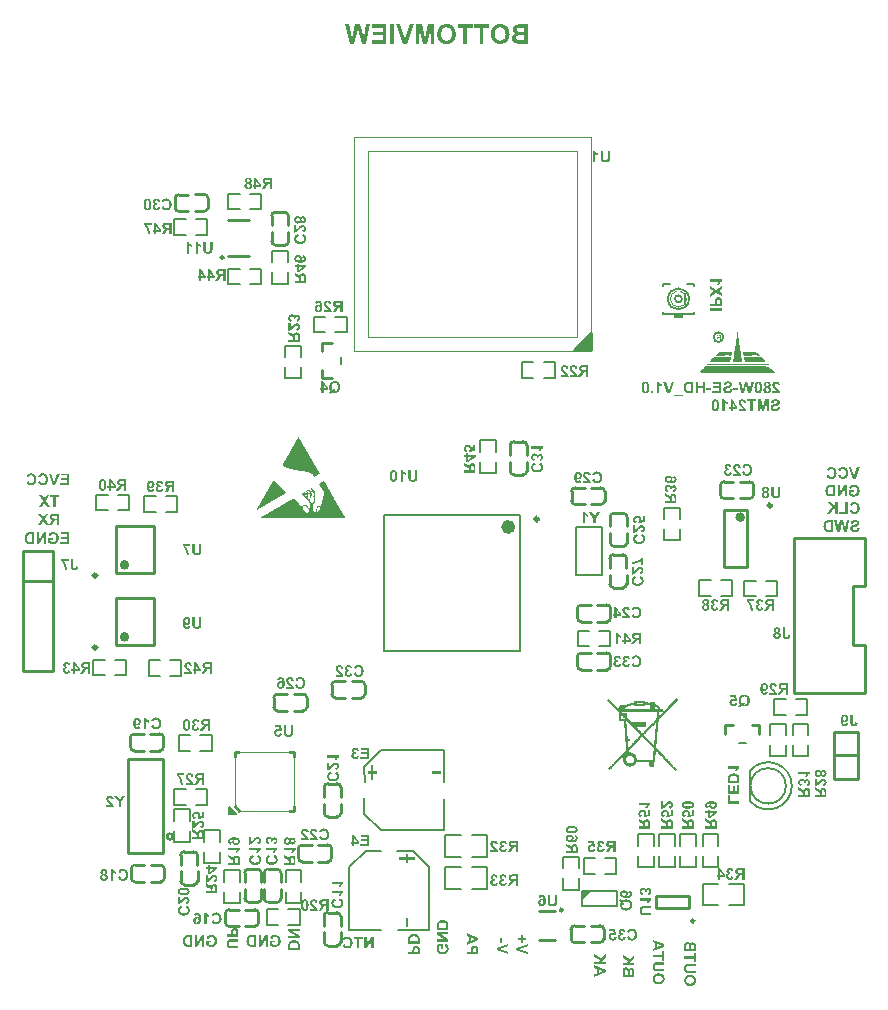
<source format=gbo>
G04*
G04 #@! TF.GenerationSoftware,Altium Limited,Altium Designer,22.0.2 (36)*
G04*
G04 Layer_Color=32896*
%FSTAX25Y25*%
%MOIN*%
G70*
G04*
G04 #@! TF.SameCoordinates,0D831988-8BE3-4B2D-80CC-02C8544F8A67*
G04*
G04*
G04 #@! TF.FilePolarity,Positive*
G04*
G01*
G75*
%ADD10C,0.01181*%
%ADD11C,0.01000*%
%ADD12C,0.00394*%
%ADD13C,0.00787*%
%ADD14C,0.00700*%
%ADD15C,0.00600*%
%ADD16C,0.00500*%
%ADD68C,0.01575*%
%ADD104C,0.00984*%
%ADD126C,0.00100*%
%ADD127C,0.02362*%
%ADD128C,0.00039*%
G36*
X0092452Y0086329D02*
X0092486Y0086295D01*
X0092496Y0086276D01*
X0092535Y0086217D01*
X0092545Y0086197D01*
X0092574Y0086168D01*
X0092623Y008608D01*
X0092662Y0085992D01*
X0092672Y0085972D01*
X0092692Y0085952D01*
X0092741Y0085864D01*
X009279Y0085796D01*
X00928Y0085756D01*
X0092839Y0085698D01*
X0092907Y008557D01*
X0092956Y0085502D01*
X0092966Y0085482D01*
X0093025Y0085355D01*
X0093054Y0085326D01*
X0093093Y0085257D01*
X0093123Y0085189D01*
X0093133Y0085169D01*
X0093152Y0085149D01*
X0093211Y0085042D01*
X009323Y0084993D01*
X009326Y0084963D01*
X0093318Y0084856D01*
X0093328Y0084836D01*
X0093363Y0084802D01*
X0093387Y0084738D01*
X0093407Y0084689D01*
X0093436Y008466D01*
X0093485Y0084571D01*
X0093505Y0084552D01*
X0093514Y0084532D01*
X0093534Y0084513D01*
X0093544Y0084474D01*
X0093563Y0084425D01*
X0093622Y0084337D01*
X0093661Y0084268D01*
X0093705Y0084194D01*
X0093754Y0084097D01*
X0093798Y0084043D01*
X0093847Y0083955D01*
X0093877Y0083886D01*
X0093896Y0083866D01*
X0093955Y0083759D01*
X0094004Y008368D01*
X0094102Y0083494D01*
X0094151Y0083426D01*
X009419Y0083357D01*
X0094288Y0083171D01*
X0094298Y0083152D01*
X0094347Y0083103D01*
X0094371Y0083068D01*
X0094396Y0083005D01*
X0094425Y0082936D01*
X0094435Y0082916D01*
X0094484Y0082848D01*
X0094552Y0082721D01*
X0094572Y0082701D01*
X009464Y0082574D01*
X0094699Y0082466D01*
X0094739Y0082407D01*
X0094817Y008226D01*
X0094836Y0082241D01*
X0094876Y0082172D01*
X0094905Y0082104D01*
X0094934Y0082074D01*
X0094983Y0081986D01*
X0095008Y0081932D01*
X0095052Y0081879D01*
X0095062Y0081839D01*
X0095081Y008179D01*
X0095106Y0081766D01*
X009515Y0081712D01*
X009516Y0081692D01*
X0095199Y0081604D01*
X0095218Y0081585D01*
X0095258Y0081516D01*
X0095306Y0081408D01*
X0095326Y0081389D01*
X0095414Y0081222D01*
X0095453Y0081154D01*
X0095493Y0081095D01*
X0095561Y0080968D01*
X0095571Y0080948D01*
X009559Y0080929D01*
X009563Y008086D01*
X0095649Y0080811D01*
X0095698Y0080733D01*
X0095737Y0080664D01*
X0095786Y0080596D01*
X0095855Y0080468D01*
X0095884Y0080439D01*
X0095923Y008037D01*
X0096051Y0080106D01*
X0096061Y0080086D01*
X009608Y0080067D01*
X0096119Y0079998D01*
X0096158Y0079959D01*
X0096286Y0079714D01*
X0096335Y0079626D01*
X0096354Y0079607D01*
X0096452Y0079421D01*
X0096491Y0079352D01*
X0096516Y0079308D01*
X009656Y0079254D01*
X009657Y0079234D01*
X0096589Y0079185D01*
X0096638Y0079117D01*
X0096687Y0079029D01*
X0096707Y0079009D01*
X0096746Y0078941D01*
X0096785Y0078843D01*
X0096854Y0078735D01*
X0096864Y0078715D01*
X0096903Y0078657D01*
X0096952Y0078569D01*
X009704Y0078441D01*
X009705Y0078402D01*
X0097089Y0078343D01*
X0097167Y0078196D01*
X0097177Y0078177D01*
X0097211Y0078142D01*
X0097236Y0078079D01*
X0097304Y0077981D01*
X0097319Y0077947D01*
X0097334Y0077883D01*
X0097368Y0077819D01*
X0097387Y007781D01*
X0097412Y0077785D01*
X009749Y0077638D01*
X0097539Y007756D01*
X0097588Y0077472D01*
X0097618Y0077403D01*
X0097691Y00773D01*
X0097716Y0077237D01*
X0097755Y0077178D01*
X0097813Y007707D01*
X0097882Y0076963D01*
X0097931Y0076874D01*
X009799Y0076767D01*
X0098009Y0076718D01*
X0098034Y0076693D01*
X0098078Y0076639D01*
X0098117Y0076532D01*
X0098137Y0076512D01*
X0098195Y0076404D01*
X0098205Y0076365D01*
X0098234Y0076336D01*
X0098244Y0076316D01*
X0098264Y0076297D01*
X0098323Y0076189D01*
X0098332Y0076169D01*
X0098381Y0076101D01*
X0098489Y0075895D01*
X0098538Y0075807D01*
X0098587Y0075738D01*
X0098626Y007567D01*
X0098675Y0075582D01*
X0098705Y0075552D01*
X0098783Y0075405D01*
X0098793Y0075386D01*
X0098842Y0075308D01*
X0098852Y0075288D01*
X0098871Y0075268D01*
X009891Y00752D01*
X0098969Y0075063D01*
X0099018Y0074994D01*
X0099086Y0074867D01*
X0099126Y0074808D01*
X0099136Y0074788D01*
X0099155Y0074769D01*
X0099214Y0074661D01*
X0099238Y0074607D01*
X0099297Y0074509D01*
X0099312Y0074456D01*
X009938Y0074358D01*
X009939Y0074338D01*
X009941Y0074318D01*
X0099419Y0074299D01*
X0099439Y0074279D01*
X0099468Y007423D01*
X0099478Y0074201D01*
X0099473Y0074108D01*
X0099405Y0074069D01*
X0098773Y0074074D01*
X00727Y0074069D01*
X0072249Y0074079D01*
X007222Y0074069D01*
X0071774Y0074074D01*
X0071446Y0074069D01*
X0071417Y0074059D01*
X0071348Y0074069D01*
X0071304Y0074083D01*
X0071294Y0074123D01*
X0071339Y0074167D01*
X0071358Y0074177D01*
X0071407Y0074225D01*
X0071554Y0074304D01*
X0071588Y0074338D01*
X0071647Y0074377D01*
X0071711Y0074392D01*
X0071779Y0074441D01*
X0071946Y0074529D01*
X0071985Y0074568D01*
X0072053Y0074607D01*
X0072102Y0074627D01*
X0072171Y0074656D01*
X0072259Y0074705D01*
X0072318Y0074744D01*
X0072426Y0074803D01*
X0072523Y0074872D01*
X0072592Y0074911D01*
X0072612Y0074921D01*
X0072631Y007494D01*
X00727Y007498D01*
X0072739Y0074989D01*
X0072798Y0075028D01*
X0072886Y0075077D01*
X0072945Y0075117D01*
X0073033Y0075165D01*
X0073111Y0075214D01*
X007318Y0075254D01*
X0073219Y0075264D01*
X0073375Y0075361D01*
X0073395Y0075371D01*
X0073454Y007541D01*
X0073542Y0075459D01*
X0073571Y0075469D01*
X0073611Y0075479D01*
X007363Y0075498D01*
X0073699Y0075547D01*
X0073718Y0075557D01*
X0073777Y0075596D01*
X0073845Y0075636D01*
X0073895Y0075665D01*
X0073914Y0075675D01*
X0073934Y0075694D01*
X0073983Y0075724D01*
X0074071Y0075763D01*
X007409Y0075783D01*
X0074159Y0075822D01*
X0074365Y007592D01*
X0074423Y0075959D01*
X0074551Y0076027D01*
X0074565Y0076042D01*
X0074619Y0076086D01*
X0074639Y0076096D01*
X0074688Y0076115D01*
X0074727Y0076125D01*
X0074742Y007614D01*
X0074795Y0076184D01*
X0074874Y0076213D01*
X0074942Y0076262D01*
X0074962Y0076272D01*
X007504Y0076321D01*
X0075148Y007638D01*
X0075207Y0076419D01*
X0075295Y0076468D01*
X0075363Y0076517D01*
X0075417Y0076551D01*
X007551Y0076586D01*
X007554Y0076615D01*
X0075574Y0076639D01*
X0075711Y0076708D01*
X0075789Y0076757D01*
X0075853Y0076781D01*
X0075922Y007683D01*
X007601Y0076879D01*
X0076078Y0076928D01*
X0076245Y0077016D01*
X0076264Y0077026D01*
X0076279Y0077041D01*
X0076343Y0077065D01*
X0076401Y0077105D01*
X007645Y0077134D01*
X0076519Y0077183D01*
X0076627Y0077242D01*
X0076646Y0077251D01*
X0076666Y0077271D01*
X0076754Y007732D01*
X0076803Y007734D01*
X0076823Y0077359D01*
X0076842Y0077369D01*
X0076872Y0077398D01*
X007694Y0077438D01*
X0077205Y0077565D01*
X0077224Y0077584D01*
X007739Y0077672D01*
X0077479Y0077722D01*
X0077537Y0077761D01*
X0077665Y0077829D01*
X0077684Y0077849D01*
X0077812Y0077917D01*
X007787Y0077956D01*
X0077978Y0078015D01*
X0077998Y0078025D01*
X0078027Y0078054D01*
X0078061Y0078079D01*
X0078125Y0078103D01*
X0078213Y0078162D01*
X0078233Y0078172D01*
X0078301Y0078201D01*
X007837Y0078241D01*
X0078389Y007825D01*
X0078448Y0078289D01*
X0078556Y0078348D01*
X0078575Y0078358D01*
X0078644Y0078407D01*
X0078869Y0078525D01*
X0078967Y0078593D01*
X0079075Y0078652D01*
X0079094Y0078662D01*
X0079114Y0078681D01*
X0079261Y0078759D01*
X007933Y0078808D01*
X0079349Y0078818D01*
X0079437Y0078857D01*
X0079457Y0078867D01*
X0079476Y0078887D01*
X0079511Y0078911D01*
X0079584Y0078926D01*
X0079633Y0078946D01*
X0079658Y007897D01*
X0079711Y0079014D01*
X0079731Y0079024D01*
X007979Y0079063D01*
X0079917Y0079132D01*
X0079937Y0079151D01*
X0080025Y00792D01*
X0080084Y0079239D01*
X0080191Y0079298D01*
X0080279Y0079337D01*
X0080299Y0079347D01*
X0080304Y0079362D01*
X0080319Y0079367D01*
X0080348Y0079396D01*
X0080514Y0079484D01*
X0080588Y0079528D01*
X0080642Y0079572D01*
X008072Y0079602D01*
X0080769Y0079621D01*
X0080789Y0079631D01*
X0080818Y007966D01*
X0080906Y0079709D01*
X008096Y0079734D01*
X0081038Y0079783D01*
X0081131Y0079817D01*
X0081156Y0079842D01*
X0081249Y0079905D01*
X0081415Y0079993D01*
X0081435Y0080003D01*
X0081454Y0080023D01*
X0081601Y0080101D01*
X0081621Y0080121D01*
X0081641Y008013D01*
X0081655Y0080145D01*
X0081719Y008017D01*
X0081778Y0080209D01*
X0081905Y0080277D01*
X0081929Y0080302D01*
X0082067Y008037D01*
X008216Y0080434D01*
X0082297Y0080444D01*
X0082346Y0080424D01*
X0082365Y0080414D01*
X0082399Y008038D01*
X0082453Y0080336D01*
X0082473Y0080326D01*
X0082546Y0080253D01*
X00826Y0080209D01*
X008262Y0080199D01*
X0082747Y0080072D01*
X0082767Y0080062D01*
X008283Y0079998D01*
X0082884Y0079954D01*
X0082904Y0079944D01*
X0082938Y007991D01*
X0082948Y0079891D01*
X0083017Y0079822D01*
X008307Y0079778D01*
X008309Y0079768D01*
X0083193Y0079665D01*
X0083202Y0079646D01*
X0083266Y0079582D01*
X0083286Y0079572D01*
X008333Y0079528D01*
X008334Y0079509D01*
X0083418Y007943D01*
X0083428Y0079411D01*
X0083447Y0079391D01*
X0083457Y0079372D01*
X008354Y0079308D01*
X0083584Y0079254D01*
X0083594Y0079234D01*
X0083624Y0079205D01*
X0083633Y0079185D01*
X0083648Y0079181D01*
X0083653Y0079166D01*
X0083717Y0079102D01*
X0083736Y0079092D01*
X0083771Y0079058D01*
X008381Y007899D01*
X0083864Y0078936D01*
X0083883Y0078926D01*
X0083917Y0078892D01*
X0083927Y0078872D01*
X0083957Y0078843D01*
X0083966Y0078823D01*
X0084006Y0078784D01*
X0084015Y0078764D01*
X0084045Y0078735D01*
X0084054Y0078715D01*
X0084123Y0078647D01*
X0084162Y0078578D01*
X0084216Y0078525D01*
X0084236Y0078515D01*
X008426Y007849D01*
X008427Y0078471D01*
X0084289Y0078451D01*
X0084299Y0078431D01*
X0084329Y0078402D01*
X0084338Y0078382D01*
X0084397Y0078324D01*
X0084466Y0078236D01*
X0084476Y0078216D01*
X008451Y0078182D01*
X0084554Y0078128D01*
X0084564Y0078108D01*
X0084588Y0078084D01*
X0084608Y0078074D01*
X0084657Y0078025D01*
X008475Y0077903D01*
X008476Y0077883D01*
X0084784Y0077859D01*
X0084872Y007781D01*
X0084916Y0077756D01*
X0084926Y0077736D01*
X0084941Y0077722D01*
X0085029Y0077712D01*
X0085068Y0077722D01*
X0085083Y0077736D01*
X0085117Y007779D01*
X0085141Y0077854D01*
X008519Y0077922D01*
X00852Y0077942D01*
X0085239Y007804D01*
X0085249Y0078059D01*
X0085318Y0078128D01*
X0085328Y0078147D01*
X0085352Y0078172D01*
X008544Y0078221D01*
X0085499Y007826D01*
X0085567Y0078299D01*
X0085636Y0078329D01*
X0085705Y0078368D01*
X0085783Y0078378D01*
X0085812Y0078387D01*
X0085817Y0078382D01*
X0085871Y0078387D01*
X00859Y0078397D01*
X0086057Y0078407D01*
X0086189Y0078392D01*
X0086238Y0078382D01*
X008637Y0078368D01*
X0086439Y0078338D01*
X0086547Y007828D01*
X0086596Y0078231D01*
X0086703Y0078172D01*
X0086728Y0078147D01*
X0086738Y0078128D01*
X0086792Y0078074D01*
X0086811Y0078064D01*
X0086845Y007803D01*
X0086855Y007801D01*
X0086885Y0077981D01*
X0086894Y0077961D01*
X0086929Y0077927D01*
X0086973Y0077873D01*
X0086997Y0077839D01*
X0087041Y0077785D01*
X0087071Y0077736D01*
X0087139Y0077668D01*
X0087188Y0077579D01*
X0087237Y0077511D01*
X0087276Y0077442D01*
X0087335Y0077335D01*
X0087384Y0077246D01*
X0087404Y0077197D01*
X0087423Y0077178D01*
X0087433Y0077158D01*
X0087453Y0077139D01*
X0087492Y007707D01*
X0087502Y0077031D01*
X008757Y0076933D01*
X008758Y0076913D01*
X0087599Y0076894D01*
X0087609Y0076874D01*
X0087644Y007684D01*
X0087712Y007683D01*
X0087737Y0076865D01*
X0087746Y0076913D01*
X0087756Y0076943D01*
X0087751Y0076977D01*
X0087737Y0077109D01*
X0087746Y0077149D01*
X0087756Y0077178D01*
X0087751Y00773D01*
X0087742Y0077418D01*
X0087732Y0077516D01*
X0087722Y0077594D01*
X0087712Y0077653D01*
X0087702Y0077731D01*
X0087693Y0077829D01*
X0087683Y0077947D01*
X0087668Y0078255D01*
X0087644Y0078475D01*
X0087648Y0078667D01*
X0087639Y0078696D01*
X0087629Y0078862D01*
X0087604Y0078926D01*
X0087575Y0079004D01*
X008756Y0079068D01*
X0087516Y0079141D01*
X0087487Y007922D01*
X0087472Y0079283D01*
X0087453Y0079332D01*
X0087433Y0079352D01*
X0087423Y0079372D01*
X0087389Y0079406D01*
X0087365Y007947D01*
X0087325Y0079558D01*
X0087306Y0079577D01*
X0087267Y0079646D01*
X0087218Y0079695D01*
X0087169Y0079783D01*
X0087129Y0079842D01*
X008712Y0079861D01*
X00871Y0079881D01*
X0087061Y0079949D01*
X0087051Y0079969D01*
X0086943Y0080077D01*
X0086934Y0080096D01*
X0086806Y0080224D01*
X0086796Y0080243D01*
X0086777Y0080263D01*
X0086767Y0080282D01*
X0086738Y0080312D01*
X0086728Y0080331D01*
X0086689Y008037D01*
X0086679Y008039D01*
X0086596Y0080473D01*
X0086552Y0080527D01*
X0086498Y0080571D01*
X0086454Y0080625D01*
X0086444Y0080645D01*
X008639Y0080699D01*
X008637Y0080708D01*
X0086326Y0080752D01*
X0086317Y0080772D01*
X0086282Y0080806D01*
X0086263Y0080816D01*
X0086072Y0081007D01*
X0086062Y0081027D01*
X0086033Y0081056D01*
X0086023Y0081076D01*
X008592Y0081178D01*
X00859Y0081188D01*
X0085847Y0081242D01*
X0085837Y0081261D01*
X0085763Y0081335D01*
X0085744Y0081345D01*
X008569Y0081399D01*
X008568Y0081418D01*
X0085651Y0081448D01*
X0085641Y0081467D01*
X0085533Y0081575D01*
X0085509Y0081609D01*
X0085465Y0081663D01*
X0085455Y0081683D01*
X0085435Y0081702D01*
X0085426Y0081722D01*
X0085401Y0081746D01*
X0085381Y0081756D01*
X0085342Y0081795D01*
X0085274Y0081903D01*
X0085254Y0081913D01*
X0085239Y0081928D01*
X0085171Y0082016D01*
X0085122Y0082084D01*
X0085132Y0082113D01*
X0085166Y0082148D01*
X0085186Y0082158D01*
X0085205Y0082177D01*
X0085274Y0082226D01*
X0085293Y0082236D01*
X0085323Y0082265D01*
X0085489Y0082353D01*
X0085695Y0082461D01*
X0085754Y00825D01*
X0085773Y008251D01*
X0085842Y0082559D01*
X0085969Y0082628D01*
X0086038Y0082677D01*
X0086116Y0082686D01*
X0086155Y0082677D01*
X008617Y0082662D01*
X008618Y0082623D01*
X0086189Y0082554D01*
X0086209Y0082505D01*
X0086219Y0082486D01*
X0086233Y0082471D01*
X0086253Y0082461D01*
X0086287Y0082427D01*
X0086336Y0082358D01*
X0086346Y0082339D01*
X0086405Y008228D01*
X0086415Y0082202D01*
X0086405Y0082172D01*
X0086415Y0082055D01*
X0086405Y0081986D01*
X0086361Y0081903D01*
X0086336Y0081839D01*
X0086307Y0081771D01*
X0086292Y0081756D01*
X0086268Y0081692D01*
X0086248Y0081643D01*
X0086238Y0081565D01*
X0086248Y0081497D01*
X0086346Y0081291D01*
X008641Y0081227D01*
X0086517Y0081169D01*
X0086576Y0081159D01*
X0086664Y0081198D01*
X0086684Y0081208D01*
X0086708Y0081232D01*
X0086801Y0081403D01*
X0086811Y0081443D01*
X0086826Y0081506D01*
X0086841Y008155D01*
X008687Y0081629D01*
X008688Y0081687D01*
X0086894Y0081849D01*
X0086904Y0081879D01*
X0086899Y0082079D01*
X0086889Y0082138D01*
X008688Y0082236D01*
X008687Y0082314D01*
X0086855Y0082378D01*
X0086845Y0082417D01*
X0086826Y0082486D01*
X0086782Y0082569D01*
X0086738Y0082691D01*
X008665Y0082779D01*
X0086557Y0082843D01*
X0086537Y0082853D01*
X0086513Y0082877D01*
X0086503Y0082926D01*
X0086527Y0082951D01*
X0086576Y008298D01*
X0086645Y008301D01*
X0086664Y0083029D01*
X0086684Y0083039D01*
X0086703Y0083059D01*
X0086792Y0083108D01*
X0086919Y0083176D01*
X0086953Y0083191D01*
X0087007Y0083205D01*
X0087012Y0083191D01*
X0086983Y0083142D01*
X0086963Y0083093D01*
X0086885Y0083015D01*
X0086875Y0082907D01*
X0086885Y0082868D01*
X0086904Y0082799D01*
X0086934Y008277D01*
X0086943Y008275D01*
X0086963Y0082731D01*
X0086973Y0082711D01*
X0087051Y0082652D01*
X0087061Y0082632D01*
X0087081Y0082613D01*
X0087134Y0082569D01*
X0087154Y0082559D01*
X0087242Y0082471D01*
X0087306Y0082378D01*
X0087345Y0082309D01*
X0087355Y0082251D01*
X0087365Y0082212D01*
X0087345Y0082074D01*
X0087325Y0082025D01*
X0087296Y0081957D01*
X0087276Y008183D01*
X0087267Y008179D01*
X0087222Y0081648D01*
X0087203Y008157D01*
X0087183Y0081443D01*
X0087173Y0081384D01*
X0087159Y0081291D01*
X0087149Y0081252D01*
X0087139Y0081183D01*
X0087129Y0081154D01*
X0087134Y00811D01*
X0087129Y0080831D01*
X0087139Y0080762D01*
X0087169Y0080694D01*
Y0080684D01*
X0087173Y0080669D01*
X0087183Y008063D01*
X0087198Y0080566D01*
X0087208Y0080527D01*
X0087227Y0080478D01*
X0087247Y0080458D01*
X0087257Y0080439D01*
X0087291Y0080405D01*
X0087379Y0080356D01*
X0087458Y0080375D01*
X0087516Y0080414D01*
X0087536Y0080424D01*
X008756Y0080449D01*
X0087678Y0080625D01*
X0087717Y0080694D01*
X0087737Y0080743D01*
X0087746Y0080782D01*
X0087786Y008087D01*
X0087805Y0080919D01*
X0087815Y0080958D01*
X0087854Y0081085D01*
X0087869Y0081139D01*
X0087888Y0081217D01*
X0087903Y008133D01*
X0087913Y0081359D01*
X0087923Y0081457D01*
X0087932Y0081487D01*
X0087923Y008181D01*
X0087932Y0081849D01*
X0087923Y0081918D01*
X0087908Y0081972D01*
X0087888Y008205D01*
X0087879Y0082099D01*
X0087859Y0082148D01*
X0087844Y0082212D01*
X0087835Y008228D01*
X0087805Y0082349D01*
X0087791Y0082363D01*
X0087766Y0082427D01*
X0087727Y0082515D01*
X0087668Y0082623D01*
X0087629Y0082711D01*
X008756Y0082838D01*
X0087541Y0082858D01*
X0087531Y0082877D01*
X0087511Y0082897D01*
X0087443Y0082985D01*
X0087433Y0083005D01*
X0087369Y0083068D01*
X008735Y0083078D01*
X008733Y0083098D01*
X0087242Y0083147D01*
X0087188Y0083171D01*
X0087081Y008321D01*
X0087085Y0083245D01*
X0087125Y0083303D01*
X0087178Y0083338D01*
X0087242Y0083362D01*
X0087281Y0083401D01*
X008735Y008344D01*
X0087477Y0083499D01*
X0087555Y0083509D01*
X0087595Y0083499D01*
X0087639Y0083436D01*
X0087648Y0083396D01*
X0087717Y0083298D01*
X0087727Y0083279D01*
X0087776Y008321D01*
X0087835Y0083103D01*
X0087869Y0083068D01*
X0087888Y0083059D01*
X0087932Y0083005D01*
X0087972Y0082936D01*
X008803Y0082828D01*
X008806Y008276D01*
X0088079Y008274D01*
X0088158Y0082593D01*
X0088207Y0082505D01*
X008828Y0082344D01*
X0088324Y0082221D01*
X0088368Y0082118D01*
X0088393Y0082016D01*
X0088402Y0081976D01*
X0088412Y0081947D01*
X0088402Y0081663D01*
X0088393Y0081595D01*
X0088383Y0081555D01*
X0088363Y0081487D01*
X0088339Y0081433D01*
X0088319Y0081384D01*
X0088265Y0081232D01*
X0088226Y0081173D01*
X0088217Y0081154D01*
X0088187Y0081085D01*
X0088143Y0081012D01*
X0088118Y0080948D01*
X0088089Y008085D01*
X008807Y0080831D01*
X008803Y0080762D01*
X0088021Y0080723D01*
X0087991Y0080654D01*
X0087981Y0080635D01*
X0087967Y008062D01*
X0087947Y0080571D01*
X0087918Y0080493D01*
X0087908Y0080454D01*
X0087893Y008039D01*
X0087874Y0080321D01*
X0087854Y0080273D01*
X0087844Y007993D01*
X0087854Y00799D01*
X0087864Y0079763D01*
X0087874Y0079724D01*
X0087908Y007966D01*
X0087923Y0079607D01*
X0087932Y0079567D01*
X0087972Y0079479D01*
X0087981Y007946D01*
X0088001Y007944D01*
X008806Y0079332D01*
X008807Y0079313D01*
X0088118Y0079264D01*
X0088128Y0079244D01*
X0088148Y0079225D01*
X0088158Y0079205D01*
X0088192Y0079171D01*
X0088212Y0079161D01*
X0088251Y0079122D01*
X008827Y0079112D01*
X0088295Y0079088D01*
X0088349Y0079044D01*
X0088368Y0079034D01*
X0088437Y0078985D01*
X0088584Y0078906D01*
X0088672Y0078897D01*
X0088779Y0078946D01*
X0088799Y0078965D01*
X0088819Y0078975D01*
X0088833Y007899D01*
X0088892Y0079097D01*
X0088951Y0079225D01*
X0089Y0079332D01*
X008901Y007944D01*
X008902Y0079479D01*
X0089054Y0079592D01*
X0089068Y0079655D01*
X0089078Y0079695D01*
X0089088Y0079724D01*
X0089083Y0079993D01*
X0089073Y0080052D01*
X0089059Y0080116D01*
X0089049Y0080214D01*
X008899Y00804D01*
X008898Y0080429D01*
X0088971Y0080566D01*
X0088961Y0080596D01*
X0088951Y0081154D01*
X0088961Y0081183D01*
X0088971Y008131D01*
X0088985Y0081443D01*
X0088995Y0081492D01*
X0089005Y0081531D01*
X008902Y0081595D01*
X0089029Y0081624D01*
X0089039Y0081722D01*
X0089049Y0081751D01*
X0089059Y0081898D01*
X0089068Y0081928D01*
X0089059Y0082123D01*
X0089039Y008226D01*
X0089029Y00823D01*
X0089Y0082368D01*
X0088951Y0082446D01*
X0088941Y0082466D01*
X0088922Y0082486D01*
X0088912Y0082505D01*
X0088833Y0082584D01*
X0088824Y0082603D01*
X0088794Y0082632D01*
X0088784Y0082652D01*
X008876Y0082677D01*
X008874Y0082686D01*
X0088721Y0082706D01*
X0088677Y008276D01*
X0088608Y0082848D01*
X0088598Y0082868D01*
X008854Y0082926D01*
X0088491Y0083015D01*
X0088481Y0083034D01*
X0088466Y0083039D01*
X0088447Y0083059D01*
X0088427Y0083068D01*
X0088402Y0083103D01*
X0088393Y0083122D01*
X0088354Y0083181D01*
X0088324Y008323D01*
X0088265Y0083289D01*
X0088256Y0083308D01*
X0088236Y0083328D01*
X0088226Y0083347D01*
X0088187Y0083387D01*
X0088177Y0083406D01*
X0088123Y008346D01*
X0088104Y008347D01*
X0088079Y0083494D01*
X008807Y0083514D01*
X008805Y0083534D01*
X008804Y0083553D01*
X0088016Y0083578D01*
X0087947Y0083617D01*
X0087932Y0083631D01*
X0087893Y00837D01*
X0087913Y0083749D01*
X0087976Y0083783D01*
X008805Y0083827D01*
X0088104Y0083871D01*
X0088123Y0083881D01*
X0088202Y008393D01*
X0088221Y008394D01*
X00883Y0083989D01*
X0088398Y0083999D01*
X0088427Y0083989D01*
X0088447Y0083979D01*
X0088451Y0083964D01*
X008851Y0083906D01*
X008852Y0083886D01*
X0088574Y0083832D01*
X0088623Y0083803D01*
X0088667Y0083749D01*
X0088716Y0083661D01*
X0088726Y0083641D01*
X008876Y0083607D01*
X0088824Y0083514D01*
X0088833Y0083494D01*
X0088868Y008345D01*
X0088912Y0083396D01*
X0088922Y0083377D01*
X008899Y0083308D01*
X0089Y0083289D01*
X008902Y0083269D01*
X0089073Y0083186D01*
X0089137Y0083093D01*
X0089186Y0083005D01*
X0089196Y0082985D01*
X0089215Y0082965D01*
X0089294Y0082819D01*
X0089313Y0082799D01*
X0089362Y0082711D01*
X0089382Y0082691D01*
X008947Y0082525D01*
X008949Y0082505D01*
X0089499Y0082486D01*
X0089514Y0082471D01*
X0089534Y0082422D01*
X0089548Y0082368D01*
X0089558Y0082339D01*
X0089568Y0082016D01*
X0089558Y0081986D01*
X0089548Y00818D01*
X0089558Y0081771D01*
X0089553Y0081648D01*
X0089543Y008157D01*
X0089529Y008088D01*
X0089519Y008085D01*
X0089524Y0080121D01*
X0089539Y0079793D01*
X0089548Y0079763D01*
X0089558Y0079372D01*
X0089548Y0079332D01*
X0089519Y0079264D01*
X008946Y0079205D01*
X008945Y0079185D01*
X0089431Y0079166D01*
X0089406Y0079132D01*
X0089387Y0079122D01*
X008922Y0078955D01*
X0089201Y0078946D01*
X0089171Y0078916D01*
X0089152Y0078906D01*
X0089142Y0078887D01*
X0089098Y0078833D01*
X008902Y0078686D01*
X0088961Y0078578D01*
X0088941Y0078529D01*
X0088897Y0078456D01*
X0088873Y0078392D01*
X0088863Y0078353D01*
X0088853Y0078285D01*
X0088828Y0078221D01*
X0088799Y0078142D01*
X0088784Y0078059D01*
X0088775Y007803D01*
X0088765Y0077873D01*
X0088755Y0077844D01*
X0088745Y0077511D01*
X008876Y0077379D01*
X0088775Y0077149D01*
X0088784Y007708D01*
X0088799Y0077026D01*
X0088814Y0076963D01*
X0088848Y0076879D01*
X0088868Y007683D01*
X0088882Y0076757D01*
X0088902Y0076679D01*
X0088941Y007659D01*
X008902Y0076443D01*
X0089039Y0076365D01*
X0089059Y0076316D01*
X0089098Y0076277D01*
X0089166Y007615D01*
X0089186Y007613D01*
X0089196Y0076111D01*
X008921Y0076106D01*
X0089225Y0076081D01*
X0089284Y0075973D01*
X0089338Y0075929D01*
X0089357Y007592D01*
X0089392Y0075885D01*
X0089401Y0075866D01*
X0089436Y0075831D01*
X0089494Y0075822D01*
X0089524Y0075831D01*
X0089543Y0075841D01*
X0089548Y0075856D01*
X0089583Y007589D01*
X0089627Y0075944D01*
X0089666Y0076013D01*
X00897Y0076066D01*
X008972Y0076115D01*
X0089734Y0076169D01*
X0089754Y0076248D01*
X0089788Y0076331D01*
X0089808Y0076439D01*
X0089818Y0076478D01*
X0089842Y0076581D01*
X0089852Y0076649D01*
X0089901Y0076727D01*
X0089911Y0076825D01*
X008993Y0076874D01*
X008994Y0076963D01*
X008995Y0077002D01*
X0089994Y0077105D01*
X0090009Y0077158D01*
X0090018Y0077197D01*
X0090043Y0077281D01*
X0090057Y0077364D01*
X0090082Y0077428D01*
X0090097Y0077491D01*
X0090121Y0077555D01*
X009016Y0077614D01*
X0090185Y0077677D01*
X0090214Y0077746D01*
X0090224Y0077766D01*
X0090273Y0077815D01*
X0090312Y0077883D01*
X0090366Y0077937D01*
X0090498Y007801D01*
X0090557Y007802D01*
X0090758Y0078035D01*
X0090812Y007802D01*
X009086Y0078D01*
X0091101Y0077986D01*
X0091169Y0077996D01*
X0091237Y0078025D01*
X0091257Y0078045D01*
X0091277Y0078054D01*
X0091321Y0078128D01*
X0091389Y0078196D01*
X0091419Y0078245D01*
X0091458Y0078304D01*
X0091482Y0078338D01*
X0091507Y0078402D01*
X0091536Y0078471D01*
X0091605Y0078598D01*
X0091634Y0078715D01*
X0091659Y0078769D01*
X0091688Y0078828D01*
X0091703Y0078892D01*
X0091727Y0078955D01*
X0091737Y0078995D01*
X0091757Y0079092D01*
X0091791Y0079185D01*
X0091801Y0079225D01*
X009181Y0079293D01*
X009182Y0079332D01*
X0091835Y0079386D01*
X0091855Y0079435D01*
X0091864Y0079474D01*
X0091894Y0079651D01*
X0091913Y0079729D01*
X0091928Y0079793D01*
X0091938Y0079832D01*
X0091962Y0079915D01*
X0091972Y0079964D01*
X0091982Y0080003D01*
X0091997Y0080116D01*
X0092016Y0080194D01*
X009205Y0080307D01*
X009206Y0080356D01*
X009207Y0080414D01*
X009208Y0080463D01*
X0092094Y0080586D01*
X0092114Y0080664D01*
X0092138Y0080728D01*
X0092153Y0080782D01*
X0092173Y0080831D01*
X0092183Y0080968D01*
X0092192Y0081007D01*
X0092212Y0081076D01*
X0092241Y0081173D01*
X0092261Y0081222D01*
X0092271Y008134D01*
X0092295Y0081403D01*
X0092305Y0081443D01*
X009232Y0081506D01*
X0092359Y0081604D01*
X0092369Y0081702D01*
X0092378Y0081741D01*
X0092393Y0081795D01*
X0092403Y0081834D01*
X0092418Y0081928D01*
X0092427Y0081957D01*
X0092437Y0082094D01*
X0092447Y0082123D01*
X0092457Y0082417D01*
X0092437Y0082584D01*
X0092374Y0082726D01*
X0092364Y0082765D01*
X0092339Y0082828D01*
X0092271Y0082926D01*
X0092212Y0083034D01*
X0092192Y0083054D01*
X0092143Y0083142D01*
X0092124Y0083161D01*
X0092099Y0083196D01*
X009208Y0083205D01*
X0092075Y008322D01*
X0092036Y0083259D01*
X0091977Y0083367D01*
X0091957Y0083416D01*
X0091899Y0083475D01*
X0091889Y0083494D01*
X0091845Y0083568D01*
X0091796Y0083646D01*
X0091771Y008371D01*
X0091703Y0083808D01*
X0091693Y0083827D01*
X0091644Y0083906D01*
X0091634Y0083925D01*
X0091615Y0083945D01*
X0091605Y0083964D01*
X0091556Y0084033D01*
X0091487Y008416D01*
X0091448Y0084219D01*
X0091389Y0084327D01*
X0091379Y0084346D01*
X009134Y0084386D01*
X0091291Y0084474D01*
X0091272Y0084523D01*
X0091184Y008465D01*
X0091145Y0084718D01*
X0091125Y0084767D01*
X0091101Y0084811D01*
X0091056Y0084865D01*
X0091037Y0084914D01*
X0090993Y0084958D01*
X0090949Y0085012D01*
X0090939Y0085051D01*
X0090919Y00851D01*
X009089Y0085149D01*
X0090831Y0085257D01*
X0090812Y0085306D01*
X0090802Y0085394D01*
X0090821Y0085414D01*
X0090831Y0085433D01*
X0090846Y0085438D01*
X0090875Y0085468D01*
X0090983Y0085526D01*
X009113Y0085605D01*
X0091159Y0085634D01*
X0091179Y0085644D01*
X0091193Y0085659D01*
X0091286Y0085693D01*
X0091355Y0085742D01*
X0091375Y0085751D01*
X0091433Y0085791D01*
X0091473Y00858D01*
X0091546Y0085845D01*
X0091605Y0085884D01*
X0091668Y0085908D01*
X0091688Y0085928D01*
X0091708Y0085938D01*
X0091727Y0085957D01*
X0091835Y0086016D01*
X0091864Y0086045D01*
X0091933Y0086085D01*
X0092021Y0086124D01*
X0092041Y0086133D01*
X009207Y0086163D01*
X0092124Y0086197D01*
X0092178Y0086212D01*
X0092305Y00863D01*
X0092325Y008631D01*
X0092344Y0086329D01*
X0092413Y0086339D01*
X0092452Y0086329D01*
D02*
G37*
G36*
X0075833Y0086603D02*
X0075863Y0086574D01*
X0075907Y008652D01*
X0075917Y0086501D01*
X0075961Y0086466D01*
X007598Y0086457D01*
X0076005Y0086432D01*
X0076015Y0086413D01*
X0076069Y0086359D01*
X0076088Y0086349D01*
X0076117Y008632D01*
X0076161Y0086266D01*
X0076215Y0086222D01*
X0076235Y0086212D01*
X0076279Y0086158D01*
X0076289Y0086138D01*
X0076377Y008605D01*
X0076387Y0086031D01*
X007646Y0085957D01*
X007648Y0085947D01*
X0076504Y0085923D01*
X0076514Y0085903D01*
X0076534Y0085884D01*
X0076543Y0085864D01*
X0076597Y008581D01*
X0076617Y00858D01*
X0076661Y0085756D01*
X0076671Y0085737D01*
X007671Y0085698D01*
X007672Y0085678D01*
X0076734Y0085673D01*
X0076739Y0085659D01*
X0076783Y0085614D01*
X0076803Y0085605D01*
X0076896Y0085512D01*
X0076906Y0085492D01*
X0076925Y0085473D01*
X0076935Y0085453D01*
X0077004Y0085384D01*
X0077013Y0085365D01*
X0077067Y0085311D01*
X0077087Y0085301D01*
X007719Y0085198D01*
X00772Y0085179D01*
X0077268Y008511D01*
X0077278Y0085091D01*
X0077386Y0084983D01*
X0077395Y0084963D01*
X0077454Y0084904D01*
X0077479Y008487D01*
X0077498Y008486D01*
X0077601Y0084758D01*
X0077611Y0084738D01*
X007767Y0084679D01*
X0077738Y0084591D01*
X0077748Y0084571D01*
X0077812Y0084527D01*
X0077831Y0084518D01*
X0077885Y0084444D01*
X0077895Y0084425D01*
X0078061Y0084258D01*
X0078071Y0084239D01*
X0078105Y0084204D01*
X0078149Y008415D01*
X0078159Y0084131D01*
X0078213Y0084077D01*
X0078233Y0084067D01*
X0078316Y0083984D01*
X0078326Y0083964D01*
X0078389Y0083901D01*
X0078434Y0083847D01*
X0078492Y0083798D01*
X0078502Y0083778D01*
X0078522Y0083759D01*
X0078531Y0083739D01*
X0078546Y0083724D01*
X0078566Y0083715D01*
X007861Y0083671D01*
X0078619Y0083651D01*
X0078649Y0083622D01*
X0078659Y0083602D01*
X0078698Y0083563D01*
X0078708Y0083543D01*
X0078727Y0083524D01*
X0078752Y0083489D01*
X0078771Y008348D01*
X0078791Y008346D01*
X0078811Y008345D01*
X007884Y0083421D01*
X0078884Y0083367D01*
X0078894Y0083347D01*
X0078996Y0083245D01*
X0079036Y0083186D01*
X0079055Y0083176D01*
X0079168Y0083063D01*
X0079178Y0083044D01*
X0079212Y008301D01*
X0079232Y0083D01*
X0079251Y008298D01*
X0079271Y008297D01*
X0079315Y0082926D01*
X0079325Y0082907D01*
X0079633Y0082598D01*
X0079677Y0082544D01*
X0079731Y00825D01*
X0079751Y008249D01*
X0079765Y0082476D01*
X0079814Y0082407D01*
X0079804Y0082349D01*
X007976Y0082305D01*
X0079741Y0082295D01*
X0079726Y008228D01*
X0079667Y0082241D01*
X0079604Y0082216D01*
X007956Y0082192D01*
X0079506Y0082148D01*
X0079486Y0082138D01*
X0079437Y0082118D01*
X0079369Y0082069D01*
X0079202Y0081981D01*
X0079075Y0081923D01*
X0079006Y0081874D01*
X0078879Y0081805D01*
X0078727Y0081722D01*
X0078634Y0081658D01*
X0078615Y0081648D01*
X0078556Y0081609D01*
X0078487Y008157D01*
X0078438Y008155D01*
X0078419Y0081531D01*
X0078291Y0081462D01*
X0078272Y0081453D01*
X0078252Y0081433D01*
X0078184Y0081394D01*
X0078115Y0081345D01*
X0077968Y0081266D01*
X0077841Y0081198D01*
X0077782Y0081159D01*
X0077714Y008112D01*
X0077645Y008109D01*
X0077596Y0081061D01*
X0077508Y0081012D01*
X0077439Y0080963D01*
X0077351Y0080914D01*
X0077273Y0080865D01*
X0077253Y0080855D01*
X0077165Y0080816D01*
X0077106Y0080777D01*
X007696Y0080699D01*
X007694Y0080679D01*
X0076872Y008064D01*
X0076803Y008061D01*
X0076774Y0080581D01*
X0076666Y0080522D01*
X0076646Y0080512D01*
X0076607Y0080473D01*
X0076558Y0080454D01*
X007649Y0080424D01*
X007647Y0080405D01*
X0076362Y0080346D01*
X0076313Y0080326D01*
X0076284Y0080297D01*
X0076196Y0080248D01*
X0076127Y0080219D01*
X0076108Y0080199D01*
X0075961Y0080121D01*
X0075882Y0080072D01*
X0075863Y0080062D01*
X0075794Y0080013D01*
X0075745Y0079984D01*
X0075657Y0079944D01*
X0075638Y0079935D01*
X0075608Y0079905D01*
X0075442Y0079817D01*
X0075334Y0079758D01*
X0075275Y0079719D01*
X0075187Y007967D01*
X0075168Y007966D01*
X0075128Y0079621D01*
X0075001Y0079553D01*
X0074986Y0079538D01*
X0074893Y0079504D01*
X007483Y0079479D01*
X0074776Y0079435D01*
X0074707Y0079396D01*
X0074678Y0079367D01*
X0074511Y0079278D01*
X0074423Y0079229D01*
X0074355Y0079181D01*
X0074218Y0079102D01*
X007409Y0079034D01*
X0073983Y0078965D01*
X0073934Y0078946D01*
X0073865Y0078916D01*
X0073845Y0078906D01*
X0073806Y0078867D01*
X0073752Y0078833D01*
X0073748Y0078828D01*
X0073659Y0078789D01*
X0073552Y007873D01*
X0073532Y0078711D01*
X0073444Y0078662D01*
X0073395Y0078642D01*
X0073375Y0078632D01*
X0073356Y0078613D01*
X0073268Y0078564D01*
X0073199Y0078515D01*
X0073131Y0078475D01*
X0073082Y0078456D01*
X0072994Y0078397D01*
X0072925Y0078358D01*
X0072896Y0078329D01*
X0072749Y007825D01*
X0072714Y0078226D01*
X0072558Y0078147D01*
X0072465Y0078084D01*
X0072426Y0078074D01*
X0072357Y0078025D01*
X0072337Y0078015D01*
X0072269Y0077966D01*
X00722Y0077927D01*
X0072161Y0077917D01*
X0072088Y0077873D01*
X0072034Y0077829D01*
X0072014Y0077819D01*
X0071809Y0077722D01*
X007174Y0077672D01*
X0071652Y0077623D01*
X0071593Y0077584D01*
X0071486Y0077526D01*
X0071417Y0077477D01*
X0071309Y0077418D01*
X007127Y0077408D01*
X0071211Y0077369D01*
X0071104Y007731D01*
X0071025Y0077261D01*
X0070976Y0077242D01*
X0070849Y0077153D01*
X0070741Y0077095D01*
X0070653Y0077046D01*
X0070634Y0077026D01*
X0070526Y0076967D01*
X0070487Y0076958D01*
X0070428Y0076918D01*
X0070408Y0076909D01*
X0070379Y0076879D01*
X0070291Y007683D01*
X0070222Y0076801D01*
X0070203Y0076791D01*
X0070188Y0076776D01*
X007011Y0076727D01*
X0070061Y0076708D01*
X0069987Y0076693D01*
X0069963Y0076718D01*
X0069982Y0076767D01*
X0070041Y0076874D01*
X007009Y0076953D01*
X0070178Y0077119D01*
X0070198Y0077139D01*
X0070247Y0077227D01*
X0070286Y0077315D01*
X0070296Y0077335D01*
X0070325Y0077364D01*
X0070403Y0077511D01*
X0070462Y0077619D01*
X0070511Y0077687D01*
X007057Y0077795D01*
X0070589Y0077815D01*
X0070638Y0077903D01*
X0070678Y0077991D01*
X0070697Y007801D01*
X0070776Y0078157D01*
X0070795Y0078177D01*
X0070854Y0078285D01*
X0070864Y0078304D01*
X0070883Y0078324D01*
X0070942Y0078431D01*
X0070952Y0078451D01*
X0070971Y0078471D01*
X007105Y0078618D01*
X007106Y0078637D01*
X0071079Y0078657D01*
X0071157Y0078804D01*
X0071197Y0078872D01*
X0071241Y0078946D01*
X0071265Y0079009D01*
X0071285Y0079058D01*
X0071314Y0079088D01*
X0071324Y0079107D01*
X0071343Y0079127D01*
X0071383Y0079195D01*
X0071417Y0079278D01*
X0071461Y0079332D01*
X0071549Y0079499D01*
X0071598Y0079587D01*
X0071618Y0079636D01*
X0071637Y0079655D01*
X0071647Y0079675D01*
X0071667Y0079695D01*
X0071716Y0079783D01*
X0071725Y0079802D01*
X0071745Y0079822D01*
X0071882Y0080086D01*
X0071951Y0080184D01*
X007196Y0080204D01*
X007199Y0080273D01*
X0072Y0080292D01*
X0072019Y0080312D01*
X0072044Y0080346D01*
X0072068Y008041D01*
X0072112Y0080454D01*
X0072181Y0080591D01*
X0072244Y0080684D01*
X0072352Y0080889D01*
X0072362Y0080909D01*
X0072391Y0080938D01*
X0072489Y0081125D01*
X0072538Y0081193D01*
X0072626Y0081359D01*
X0072636Y0081379D01*
X0072656Y0081399D01*
X0072705Y0081487D01*
X0072724Y0081536D01*
X0072734Y0081555D01*
X0072763Y0081585D01*
X0072803Y0081653D01*
X0072822Y0081702D01*
X0072871Y0081771D01*
X007291Y0081839D01*
X007294Y0081908D01*
X0072959Y0081928D01*
X0072998Y0081996D01*
X0073018Y0082045D01*
X0073047Y0082074D01*
X0073087Y0082143D01*
X0073116Y0082212D01*
X0073145Y0082241D01*
X0073185Y0082309D01*
X0073243Y0082417D01*
X0073253Y0082437D01*
X0073273Y0082486D01*
X0073302Y0082554D01*
X0073351Y0082603D01*
X0073429Y008275D01*
X0073478Y0082819D01*
X0073518Y0082887D01*
X0073606Y0083054D01*
X0073684Y0083201D01*
X0073723Y0083259D01*
X0073762Y0083328D01*
X0073772Y0083367D01*
X0073821Y0083436D01*
X007387Y0083524D01*
X0073909Y0083563D01*
X0073968Y0083671D01*
X0074017Y0083749D01*
X0074056Y0083817D01*
X0074125Y0083945D01*
X0074174Y0084013D01*
X0074262Y008418D01*
X0074301Y0084248D01*
X0074321Y0084297D01*
X0074369Y0084366D01*
X0074428Y0084474D01*
X0074506Y008462D01*
X0074516Y008464D01*
X0074546Y0084669D01*
X007457Y0084704D01*
X0074595Y0084767D01*
X0074614Y0084816D01*
X0074634Y0084836D01*
X0074673Y0084904D01*
X0074722Y0084973D01*
X0074791Y00851D01*
X0074869Y0085237D01*
X0074898Y0085306D01*
X0074937Y0085345D01*
X0074977Y0085414D01*
X0075026Y0085521D01*
X0075074Y008561D01*
X0075094Y0085659D01*
X0075114Y0085678D01*
X0075124Y0085698D01*
X0075143Y0085717D01*
X0075192Y0085805D01*
X007527Y0085952D01*
X007531Y0085992D01*
X0075349Y008606D01*
X0075358Y0086099D01*
X0075398Y0086158D01*
X0075466Y0086285D01*
X0075476Y0086305D01*
X0075491Y008632D01*
X007553Y0086378D01*
X0075554Y0086442D01*
X0075584Y0086471D01*
X0075633Y0086559D01*
X0075652Y0086608D01*
X0075687Y0086643D01*
X0075726Y0086652D01*
X0075833Y0086603D01*
D02*
G37*
G36*
X0210068Y0013967D02*
X0210102Y0013932D01*
X0210126Y001392D01*
X0210178Y0013868D01*
X021019Y0013845D01*
X0210463Y0013571D01*
X0210486Y001356D01*
X0210503Y0013542D01*
X0210538Y0013484D01*
X0210515Y0013403D01*
X0210463Y0013351D01*
X0210439Y0013339D01*
X021041Y001331D01*
X0210399Y0013287D01*
X0210375Y0013263D01*
X0210364Y001324D01*
X0210347Y0013234D01*
X0210294Y0013182D01*
X0210265Y0013141D01*
X0210242Y001313D01*
X0210166Y0013054D01*
X0210155Y0013031D01*
X0210073Y0012949D01*
X0210044Y0012909D01*
X0210021Y0012897D01*
X0209998Y0012874D01*
X0209975Y0012862D01*
X0209969Y0012845D01*
X0209829Y0012705D01*
X0209818Y0012682D01*
X0209788Y0012653D01*
X0209765Y0012641D01*
X0209748Y0012624D01*
X0209719Y0012583D01*
X0209696Y0012572D01*
X020962Y0012496D01*
X0209608Y0012473D01*
X0209568Y0012432D01*
X0209544Y0012421D01*
X0209515Y0012392D01*
X0209504Y0012368D01*
X0209295Y0012159D01*
X0209283Y0012136D01*
X0209265Y0012118D01*
X0209242Y0012107D01*
X0209167Y0012031D01*
X0209155Y0012008D01*
X0209138Y0011991D01*
X0209097Y0011961D01*
X0209085Y0011938D01*
X0209021Y0011874D01*
X0208998Y0011863D01*
X0208969Y0011834D01*
X0208957Y001181D01*
X0208864Y0011717D01*
X0208853Y0011694D01*
X02088Y0011642D01*
X0208777Y001163D01*
X0208736Y0011589D01*
X0208725Y0011566D01*
X0208568Y0011409D01*
X0208545Y0011398D01*
X0208527Y001138D01*
X0208516Y0011357D01*
X0208399Y0011241D01*
X0208388Y0011217D01*
X020837Y0011212D01*
X0208306Y0011148D01*
X0208295Y0011124D01*
X0207841Y0010671D01*
X020783Y0010648D01*
X0207597Y0010415D01*
X0207586Y0010392D01*
X0207365Y0010171D01*
X0207353Y0010148D01*
X0207336Y0010131D01*
X0207312Y0010119D01*
X0207155Y0009962D01*
X0207144Y0009939D01*
X020708Y0009875D01*
X0207057Y0009863D01*
X0207016Y0009822D01*
X0207004Y0009799D01*
X0206987Y0009793D01*
X0206946Y0009753D01*
X0206935Y000973D01*
X0206911Y0009706D01*
X02069Y0009683D01*
X0206882Y0009677D01*
X0206795Y000959D01*
X0206784Y0009567D01*
X0206766Y0009561D01*
X0206714Y0009509D01*
X0206702Y0009485D01*
X020665Y0009433D01*
X0206627Y0009421D01*
X0206586Y0009381D01*
X0206574Y0009358D01*
X0206557Y000934D01*
X0206534Y0009329D01*
X0206505Y0009299D01*
X0206493Y0009276D01*
X0206417Y0009201D01*
X0206394Y0009189D01*
X0206365Y0009148D01*
X0206353Y0009125D01*
X0206255Y0009026D01*
X0206231Y0009015D01*
X0206168Y0008951D01*
X0206156Y0008927D01*
X0206103Y0008875D01*
X020608Y0008863D01*
X0206051Y0008834D01*
X020604Y0008811D01*
X0205964Y0008736D01*
X0205912Y0008672D01*
X0205842Y0008614D01*
X020583Y000859D01*
X020579Y000855D01*
X0205766Y0008538D01*
X0205726Y0008497D01*
X0205714Y0008474D01*
X0205673Y0008433D01*
X020565Y0008422D01*
X0205586Y0008358D01*
X0205575Y0008335D01*
X0205534Y0008294D01*
X0205511Y0008282D01*
X0205505Y0008265D01*
X0205482Y0008242D01*
X020547Y0008218D01*
X0205377Y0008125D01*
X0205313Y0008073D01*
X0205261Y0008009D01*
X0205249Y0007986D01*
X0205232Y0007968D01*
X0205208Y0007957D01*
X0204947Y0007695D01*
X0204918Y0007655D01*
X0204895Y0007643D01*
X0204831Y0007579D01*
X0204819Y0007556D01*
X0204767Y0007515D01*
X0204744Y0007503D01*
X0204714Y0007463D01*
X0204703Y000744D01*
X020461Y0007346D01*
X0204598Y0007323D01*
X0204569Y0007294D01*
X0204546Y0007283D01*
X0204493Y000723D01*
X0204482Y0007207D01*
X0204465Y0007201D01*
X0204441Y0007178D01*
X0204418Y0007166D01*
X0204377Y0007114D01*
X0204366Y0007091D01*
X0204337Y0007062D01*
X0204296Y0007033D01*
X0204284Y0007009D01*
X0204197Y0006922D01*
X0204145Y0006858D01*
X0204133Y0006835D01*
X0204087Y0006788D01*
X0204075Y0006765D01*
X0204058Y0006748D01*
X0204017Y0006637D01*
X0204005Y0006602D01*
X0203982Y0006463D01*
X0203965Y0006306D01*
X0203953Y0006167D01*
X0203936Y0005835D01*
X0203918Y0005678D01*
X0203906Y0005481D01*
X0203895Y0005295D01*
X0203883Y0005178D01*
X0203848Y0005004D01*
X0203837Y0004865D01*
X0203825Y0004702D01*
X0203814Y0004586D01*
X0203796Y0004243D01*
X0203784Y0004196D01*
X0203773Y000401D01*
X0203755Y0003946D01*
X0203744Y00039D01*
X0203732Y0003737D01*
X0203709Y0003435D01*
X0203697Y0003342D01*
X0203686Y0003074D01*
X0203668Y0002964D01*
X0203645Y0002801D01*
X0203633Y0002767D01*
X0203622Y0002546D01*
X020361Y0002511D01*
X0203598Y0002278D01*
X0203587Y0002243D01*
X0203575Y0001976D01*
X0203564Y000186D01*
X0203535Y0001621D01*
X0203523Y0001517D01*
X0203511Y0001331D01*
X02035Y0001238D01*
X0203471Y0000941D01*
X0203459Y0000755D01*
X0203447Y0000535D01*
X0203436Y0000418D01*
X0203418Y0000354D01*
X0203407Y0000261D01*
X0203395Y000011D01*
X0203383Y-0000018D01*
X0203372Y-0000157D01*
X020336Y-0000308D01*
X0203348Y-0000506D01*
X0203337Y-0000669D01*
X0203325Y-0000773D01*
X0203314Y-000089D01*
X0203302Y-0000994D01*
X0203279Y-0001296D01*
X0203267Y-0001401D01*
X0203256Y-000154D01*
X0203244Y-0001784D01*
X0203226Y-0002093D01*
X0203215Y-0002279D01*
X0203203Y-0002325D01*
X020318Y-0002406D01*
X0203168Y-0002441D01*
X020318Y-0002476D01*
X0203238Y-0002604D01*
X020325Y-0002627D01*
X0203389Y-0002767D01*
X0203401Y-000279D01*
X020354Y-000293D01*
X0203552Y-0002953D01*
X0203639Y-000304D01*
X0203662Y-0003052D01*
X0203715Y-0003115D01*
X0203744Y-0003156D01*
X0203767Y-0003168D01*
X0204029Y-0003429D01*
X020404Y-0003453D01*
X0204104Y-0003517D01*
X0204127Y-0003528D01*
X0204209Y-000361D01*
X0204261Y-0003673D01*
X0204273Y-0003697D01*
X020429Y-0003714D01*
X0204313Y-0003726D01*
X0204377Y-000379D01*
X0204389Y-0003813D01*
X0204418Y-0003842D01*
X0204441Y-0003854D01*
X020447Y-0003883D01*
X0204482Y-0003906D01*
X0204587Y-0004011D01*
X0204598Y-0004034D01*
X0204639Y-0004075D01*
X0204662Y-0004086D01*
X0204691Y-0004115D01*
X0204703Y-0004138D01*
X0204807Y-0004243D01*
X0204819Y-0004266D01*
X0204964Y-0004412D01*
X0204988Y-0004423D01*
X0205017Y-0004452D01*
X0205028Y-0004476D01*
X0205261Y-0004708D01*
X0205272Y-0004731D01*
X020529Y-0004749D01*
X0205313Y-000476D01*
X0205365Y-0004813D01*
X0205377Y-0004836D01*
X0205418Y-0004865D01*
X020547Y-0004929D01*
X0205482Y-0004952D01*
X0205499Y-000497D01*
X0205522Y-0004981D01*
X0205575Y-0005034D01*
X0205604Y-0005074D01*
X0205627Y-0005086D01*
X0205691Y-000515D01*
X0205702Y-0005173D01*
X0205732Y-0005202D01*
X0205755Y-0005214D01*
X0205796Y-0005254D01*
X0205807Y-0005278D01*
X0205836Y-0005307D01*
X0205859Y-0005318D01*
X0205912Y-0005371D01*
X0205923Y-0005394D01*
X0206028Y-0005499D01*
X020604Y-0005522D01*
X0206226Y-0005708D01*
X0206237Y-0005731D01*
X020647Y-0005963D01*
X0206481Y-0005987D01*
X0206714Y-0006219D01*
X0206725Y-0006242D01*
X020683Y-0006347D01*
X0206859Y-0006388D01*
X0206882Y-00064D01*
X0206946Y-0006463D01*
X0206958Y-0006487D01*
X0206987Y-0006516D01*
X020701Y-0006527D01*
X0207074Y-0006591D01*
X0207086Y-0006615D01*
X020722Y-0006748D01*
X0207243Y-000676D01*
X020726Y-0006777D01*
X0207272Y-0006801D01*
X0207365Y-0006893D01*
X0207376Y-0006917D01*
X0207481Y-0007021D01*
X0207493Y-0007045D01*
X0207522Y-0007074D01*
X0207545Y-0007085D01*
X0207609Y-0007149D01*
X0207621Y-0007173D01*
X0207638Y-000719D01*
X0207661Y-0007202D01*
X020769Y-0007231D01*
X0207702Y-0007254D01*
X0207754Y-0007306D01*
X0207778Y-0007318D01*
X020783Y-0007382D01*
X0207841Y-0007405D01*
X0207894Y-0007457D01*
X0207917Y-0007469D01*
X0207923Y-0007486D01*
X0207975Y-0007539D01*
X0207998Y-000755D01*
X0208155Y-0007707D01*
X0208167Y-000773D01*
X0208248Y-0007812D01*
X020826Y-0007835D01*
X0208312Y-0007887D01*
X0208335Y-0007899D01*
X0208353Y-0007916D01*
X0208365Y-000794D01*
X0208428Y-0008004D01*
X0208452Y-0008015D01*
X0208481Y-0008044D01*
X0208492Y-0008068D01*
X0208574Y-0008149D01*
X0208585Y-0008172D01*
X0208626Y-0008213D01*
X0208649Y-0008224D01*
X0208713Y-0008288D01*
X0208725Y-0008312D01*
X0208858Y-0008445D01*
X0208899Y-0008474D01*
X0208911Y-0008498D01*
X0208934Y-0008521D01*
X0208946Y-0008544D01*
X0209271Y-000887D01*
X0209283Y-0008893D01*
X02093Y-000891D01*
X0209324Y-0008922D01*
X0209353Y-0008951D01*
X0209364Y-0008974D01*
X0209504Y-0009114D01*
X0209515Y-0009137D01*
X0209568Y-0009189D01*
X0209591Y-0009201D01*
X0209632Y-0009242D01*
X0209661Y-0009282D01*
X0209684Y-0009294D01*
X0209759Y-0009369D01*
X0209771Y-0009393D01*
X0209945Y-0009567D01*
X0209957Y-000959D01*
X0210021Y-0009654D01*
X0210044Y-0009666D01*
X0210073Y-0009707D01*
X0210085Y-0009834D01*
X0210044Y-0009875D01*
X020998Y-0009916D01*
X0209969Y-0009939D01*
X0209916Y-0009991D01*
X0209893Y-0010003D01*
X0209852Y-0010044D01*
X0209841Y-0010067D01*
X02098Y-0010108D01*
X0209777Y-0010119D01*
X0209736Y-0010172D01*
X0209725Y-0010195D01*
X0209707Y-0010212D01*
X0209649Y-0010247D01*
X0209568Y-0010236D01*
X0209515Y-0010183D01*
X0209504Y-001016D01*
X0209475Y-0010131D01*
X0209451Y-0010119D01*
X0209411Y-0010079D01*
X0209399Y-0010055D01*
X0209347Y-0010003D01*
X0209324Y-0009991D01*
X0209271Y-0009939D01*
X020926Y-0009916D01*
X0209207Y-0009864D01*
X0209184Y-0009852D01*
X0209167Y-0009834D01*
X0209155Y-0009811D01*
X0209138Y-0009805D01*
X0209114Y-0009782D01*
X0209062Y-0009718D01*
X020905Y-0009695D01*
X0209033Y-0009678D01*
X020901Y-0009666D01*
X0208957Y-0009614D01*
X0208946Y-000959D01*
X0208905Y-000955D01*
X0208882Y-0009538D01*
X0208829Y-0009486D01*
X0208818Y-0009463D01*
X02088Y-0009445D01*
X020876Y-0009416D01*
X0208748Y-0009393D01*
X0208632Y-0009277D01*
X020862Y-0009253D01*
X0208283Y-0008916D01*
X0208272Y-0008893D01*
X0208231Y-0008852D01*
X0208208Y-0008841D01*
X0208202Y-0008823D01*
X0208167Y-0008788D01*
X0208155Y-0008765D01*
X0208091Y-0008701D01*
X0208068Y-0008689D01*
X0207993Y-0008614D01*
X0207981Y-0008591D01*
X0207963Y-0008573D01*
X020794Y-0008562D01*
X0207888Y-0008509D01*
X0207876Y-0008486D01*
X0207836Y-0008445D01*
X0207812Y-0008434D01*
X0207539Y-0008161D01*
X0207527Y-0008137D01*
X0207493Y-0008102D01*
X0207481Y-0008079D01*
X020726Y-0007858D01*
X0207248Y-0007835D01*
X020722Y-0007806D01*
X0207196Y-0007794D01*
X0207155Y-0007754D01*
X0207144Y-000773D01*
X0206987Y-0007574D01*
X0206964Y-0007562D01*
X0206923Y-000751D01*
X0206911Y-0007486D01*
X0206882Y-0007457D01*
X0206859Y-0007446D01*
X0206818Y-0007405D01*
X0206807Y-0007382D01*
X0206778Y-0007353D01*
X0206754Y-0007341D01*
X0206702Y-0007277D01*
X0206691Y-0007254D01*
X0206673Y-0007236D01*
X020665Y-0007225D01*
X0206493Y-0007068D01*
X0206464Y-0007027D01*
X0206441Y-0007016D01*
X0206388Y-0006963D01*
X0206377Y-000694D01*
X0206313Y-0006876D01*
X020629Y-0006864D01*
X0206237Y-0006812D01*
X0206226Y-0006789D01*
X0206208Y-0006783D01*
X0206191Y-0006766D01*
X0206179Y-0006742D01*
X0206051Y-0006615D01*
X020604Y-0006591D01*
X0205999Y-0006551D01*
X0205976Y-0006539D01*
X0205923Y-0006487D01*
X0205912Y-0006463D01*
X0205894Y-0006458D01*
X0205854Y-0006417D01*
X0205819Y-0006359D01*
X0205778Y-0006318D01*
X0205755Y-0006306D01*
X0205586Y-0006138D01*
X0205575Y-0006115D01*
X0205546Y-0006097D01*
X0205493Y-0006033D01*
X0205482Y-000601D01*
X0205441Y-0005969D01*
X0205418Y-0005958D01*
X02054Y-000594D01*
X0205371Y-00059D01*
X0205348Y-0005888D01*
X0205296Y-0005836D01*
X0205284Y-0005812D01*
X0205232Y-000576D01*
X0205208Y-0005748D01*
X0205179Y-0005719D01*
X0205168Y-0005696D01*
X0205104Y-0005632D01*
X0205081Y-0005621D01*
X0205063Y-0005603D01*
X0205051Y-000558D01*
X0205011Y-0005539D01*
X0204988Y-0005528D01*
X0204959Y-0005499D01*
X0204947Y-0005475D01*
X0204924Y-0005452D01*
X0204912Y-0005429D01*
X0204883Y-00054D01*
X020486Y-0005388D01*
X0204842Y-0005371D01*
X0204831Y-0005347D01*
X020461Y-0005127D01*
X0204598Y-0005103D01*
X0204575Y-000508D01*
X0204563Y-0005057D01*
X0204499Y-0004993D01*
X0204476Y-0004981D01*
X0204156Y-0004662D01*
X0204145Y-0004638D01*
X0203912Y-0004406D01*
X0203901Y-0004383D01*
X0203808Y-000429D01*
X0203796Y-0004266D01*
X0203755Y-0004226D01*
X0203732Y-0004214D01*
X0203703Y-0004185D01*
X0203692Y-0004162D01*
X0203639Y-0004109D01*
X0203616Y-0004098D01*
X0203564Y-0004045D01*
X0203552Y-0004022D01*
X0203535Y-0004005D01*
X0203511Y-0003993D01*
X0203482Y-0003964D01*
X0203471Y-0003941D01*
X0203354Y-0003825D01*
X0203343Y-0003801D01*
X0203314Y-0003772D01*
X020329Y-0003761D01*
X020325Y-0003708D01*
X0203238Y-0003685D01*
X0203209Y-0003656D01*
X0203163Y-0003644D01*
X0203116Y-0003656D01*
X0203081Y-0003691D01*
X0203058Y-0003749D01*
X0203041Y-0003859D01*
X0203029Y-000408D01*
X0203017Y-0004336D01*
X0202988Y-0004574D01*
X0202976Y-0004691D01*
X0202953Y-000497D01*
X0202942Y-0005016D01*
X020293Y-0005144D01*
X0202918Y-0005411D01*
X0202907Y-0005562D01*
X0202895Y-0005667D01*
X0202884Y-000576D01*
X0202866Y-000594D01*
X0202849Y-0006097D01*
X0202837Y-0006213D01*
X0202825Y-0006318D01*
X0202814Y-0006469D01*
X0202802Y-000669D01*
X0202796Y-0006696D01*
X0202785Y-0006952D01*
X0202773Y-0006987D01*
X0202762Y-0007196D01*
X020275Y-0007242D01*
X0202715Y-0007324D01*
X0202703Y-0007347D01*
X0202668Y-0007382D01*
X020261Y-0007405D01*
X0202546Y-0007422D01*
X02025Y-0007469D01*
X0202488Y-0007527D01*
X0202494Y-0008602D01*
X0202483Y-0008858D01*
X0202471Y-0008939D01*
X0202413Y-0008974D01*
X0201303Y-0008969D01*
X0201082Y-000898D01*
X0201006Y-0008951D01*
X020096Y-000887D01*
X0200948Y-0008161D01*
X0200936Y-0007486D01*
X0200925Y-000744D01*
X0200907Y-0007422D01*
X0200867Y-0007393D01*
X0200466Y-0007399D01*
X0200349Y-0007388D01*
X0200314Y-0007399D01*
X0196694Y-0007393D01*
X0196653Y-0007399D01*
X0196606Y-0007411D01*
X019656Y-0007469D01*
X0196542Y-0007544D01*
X0196508Y-0007626D01*
X0196496Y-0007649D01*
X0196473Y-0007672D01*
X0196449Y-000773D01*
X0196414Y-0007812D01*
X0196368Y-0007858D01*
X0196356Y-0007882D01*
X0196304Y-0007969D01*
X0196281Y-000798D01*
X0196229Y-0008044D01*
X0196217Y-0008068D01*
X0196135Y-0008149D01*
X0196124Y-0008172D01*
X019606Y-0008224D01*
X0196019Y-0008254D01*
X0196008Y-0008277D01*
X0195979Y-0008306D01*
X0195955Y-0008318D01*
X0195932Y-0008341D01*
X0195909Y-0008352D01*
X0195862Y-0008399D01*
X0195804Y-0008434D01*
X0195688Y-0008515D01*
X0195665Y-0008527D01*
X0195397Y-0008655D01*
X019524Y-0008719D01*
X0195182Y-0008742D01*
X0195136Y-0008753D01*
X0195078Y-0008765D01*
X0194938Y-0008788D01*
X0194845Y-0008811D01*
X0194735Y-0008829D01*
X0194653Y-0008841D01*
X0194618Y-0008852D01*
X0194351Y-0008864D01*
X0194305Y-0008852D01*
X0194043Y-0008823D01*
X0193973Y-0008811D01*
X0193857Y-0008788D01*
X0193764Y-0008765D01*
X0193689Y-0008748D01*
X0193631Y-0008724D01*
X0193584Y-0008713D01*
X0193567Y-0008695D01*
X0193456Y-0008655D01*
X0193375Y-000862D01*
X0193351Y-0008608D01*
X0193317Y-0008573D01*
X0193212Y-0008515D01*
X0193142Y-0008469D01*
X0193119Y-0008457D01*
X0193049Y-000841D01*
X0193026Y-0008399D01*
X019302Y-0008381D01*
X0192956Y-0008318D01*
X0192933Y-0008306D01*
X019284Y-0008213D01*
X0192817Y-0008201D01*
X0192776Y-0008161D01*
X0192764Y-0008137D01*
X0192735Y-0008108D01*
X0192695Y-0008079D01*
X0192683Y-0008056D01*
X019266Y-0008033D01*
X0192648Y-0008009D01*
X0192631Y-0007992D01*
X019259Y-0007963D01*
X019252Y-0007835D01*
X0192485Y-00078D01*
X0192427Y-0007719D01*
X0192416Y-0007672D01*
X0192358Y-0007591D01*
X0192346Y-0007568D01*
X0192323Y-000751D01*
X0192299Y-0007417D01*
X0192218Y-0007242D01*
X0192207Y-0007173D01*
X0192195Y-0007091D01*
X0192183Y-0006975D01*
X0192172Y-0006928D01*
X019216Y-0006812D01*
X0192148Y-0006777D01*
X0192137Y-0006684D01*
X0192148Y-0006498D01*
X0192137Y-0006463D01*
X0192142Y-0006376D01*
X0192154Y-0006283D01*
X0192166Y-0006237D01*
X0192183Y-0006161D01*
X0192195Y-0006115D01*
X0192207Y-0006033D01*
X0192218Y-0005917D01*
X019227Y-0005748D01*
X0192323Y-0005603D01*
X0192358Y-0005522D01*
X019241Y-0005446D01*
X0192439Y-0005371D01*
X0192468Y-0005307D01*
X019252Y-0005243D01*
X0192532Y-0005173D01*
X019248Y-0005167D01*
X0192387Y-000526D01*
X0192363Y-0005272D01*
X0192323Y-0005313D01*
X0192288Y-0005371D01*
X0192236Y-0005423D01*
X0192212Y-0005435D01*
X0192183Y-0005464D01*
X0192172Y-0005487D01*
X0191893Y-0005766D01*
X0191881Y-0005789D01*
X0191817Y-0005853D01*
X0191794Y-0005865D01*
X0191765Y-0005894D01*
X0191736Y-0005934D01*
X0191712Y-0005946D01*
X0191648Y-000601D01*
X0191637Y-0006033D01*
X0191608Y-0006062D01*
X0191585Y-0006074D01*
X0191556Y-0006103D01*
X0191544Y-0006126D01*
X0191521Y-0006149D01*
X0191509Y-0006173D01*
X0191492Y-0006179D01*
X0191288Y-0006382D01*
X0191277Y-0006405D01*
X0191259Y-0006411D01*
X0191224Y-0006446D01*
X0191201Y-0006458D01*
X0191125Y-0006533D01*
X0191114Y-0006556D01*
X0191091Y-000658D01*
X0191079Y-0006603D01*
X0191061Y-000662D01*
X0191038Y-0006632D01*
X0190893Y-0006777D01*
X0190881Y-0006801D01*
X0190817Y-0006864D01*
X0190794Y-0006876D01*
X0190777Y-0006893D01*
X0190765Y-0006917D01*
X019069Y-0006992D01*
X0190666Y-0007004D01*
X0190637Y-0007045D01*
X0190626Y-0007068D01*
X0190608Y-0007085D01*
X0190585Y-0007097D01*
X0190323Y-0007359D01*
X0190294Y-0007399D01*
X0190271Y-0007411D01*
X0190172Y-000751D01*
X0190161Y-0007533D01*
X019005Y-0007643D01*
X0190027Y-0007655D01*
X0189998Y-0007684D01*
X0189986Y-0007707D01*
X0189934Y-000776D01*
X0189911Y-0007771D01*
X018987Y-0007812D01*
X0189858Y-0007835D01*
X0189818Y-0007876D01*
X0189794Y-0007887D01*
X0189765Y-0007916D01*
X0189754Y-000794D01*
X0189661Y-0008033D01*
X0189649Y-0008056D01*
X0189608Y-0008097D01*
X0189585Y-0008108D01*
X0189544Y-0008149D01*
X0189533Y-0008172D01*
X01893Y-0008405D01*
X0189289Y-0008428D01*
X0189271Y-0008434D01*
X0189236Y-0008469D01*
X0189213Y-000848D01*
X0189207Y-0008498D01*
X0189184Y-0008521D01*
X0189172Y-0008544D01*
X0189085Y-0008631D01*
X0189062Y-0008643D01*
X0189039Y-0008666D01*
X0189015Y-0008678D01*
X0188987Y-000873D01*
X0188946Y-0008771D01*
X0188923Y-0008783D01*
X0188882Y-0008823D01*
X018887Y-0008846D01*
X0188818Y-0008899D01*
X0188795Y-000891D01*
X0188754Y-0008951D01*
X0188742Y-0008974D01*
X0188673Y-0009044D01*
X0188644Y-0009085D01*
X018862Y-0009096D01*
X0188597Y-000912D01*
X0188574Y-0009131D01*
X0188556Y-0009149D01*
X0188545Y-0009172D01*
X0188428Y-0009288D01*
X0188417Y-0009311D01*
X0188388Y-000934D01*
X0188365Y-0009352D01*
X0188301Y-0009416D01*
X0188289Y-0009439D01*
X018819Y-0009538D01*
X0188167Y-000955D01*
X0188126Y-000959D01*
X0188115Y-0009614D01*
X01879Y-0009829D01*
X0187847Y-0009893D01*
X0187783Y-0009945D01*
X0187702Y-0009933D01*
X0187533Y-0009765D01*
X0187522Y-0009742D01*
X0187469Y-0009689D01*
X0187446Y-0009678D01*
X0187394Y-0009614D01*
X0187382Y-000959D01*
X018733Y-000955D01*
X0187307Y-0009538D01*
X0187266Y-0009497D01*
X0187254Y-0009451D01*
X0187278Y-0009369D01*
X0187318Y-0009329D01*
X0187342Y-0009317D01*
X0187371Y-0009288D01*
X0187382Y-0009265D01*
X0187446Y-0009201D01*
X0187469Y-0009189D01*
X0187487Y-0009172D01*
X0187498Y-0009149D01*
X0187638Y-0009009D01*
X018765Y-0008986D01*
X0187865Y-0008771D01*
X0187888Y-0008759D01*
X018794Y-0008707D01*
X0187952Y-0008684D01*
X0188057Y-0008579D01*
X0188068Y-0008556D01*
X0188306Y-0008318D01*
X018833Y-0008306D01*
X0188359Y-0008277D01*
X018837Y-0008254D01*
X0188556Y-0008068D01*
X0188568Y-0008044D01*
X0188585Y-0008038D01*
X0188626Y-0007998D01*
X0188638Y-0007975D01*
X0188987Y-0007626D01*
X0188998Y-0007603D01*
X0189184Y-0007417D01*
X0189196Y-0007393D01*
X0189248Y-0007341D01*
X0189289Y-0007312D01*
X01893Y-0007289D01*
X0189376Y-0007213D01*
X0189399Y-0007202D01*
X0189428Y-0007173D01*
X018944Y-0007149D01*
X0189626Y-0006963D01*
X0189637Y-000694D01*
X0189678Y-0006899D01*
X0189701Y-0006888D01*
X018973Y-0006859D01*
X0189742Y-0006835D01*
X0189765Y-0006812D01*
X0189777Y-0006789D01*
X0189794Y-0006783D01*
X0189818Y-000676D01*
X0189841Y-0006748D01*
X0189847Y-0006731D01*
X0189963Y-0006615D01*
X0189975Y-0006591D01*
X0190039Y-0006539D01*
X0190062Y-0006527D01*
X0190068Y-000651D01*
X0190091Y-0006487D01*
X0190102Y-0006463D01*
X019012Y-0006446D01*
X0190143Y-0006434D01*
X0190184Y-0006394D01*
X0190195Y-000637D01*
X0190225Y-0006341D01*
X0190248Y-000633D01*
X0190312Y-0006266D01*
X0190323Y-0006242D01*
X0190393Y-0006173D01*
X0190405Y-0006149D01*
X0190457Y-0006097D01*
X019048Y-0006086D01*
X0190521Y-0006045D01*
X0190533Y-0006022D01*
X0190701Y-0005853D01*
X0190724Y-0005841D01*
X019073Y-0005824D01*
X0190765Y-0005789D01*
X0190777Y-0005766D01*
X0190846Y-0005696D01*
X0190858Y-0005673D01*
X0190875Y-0005655D01*
X0190899Y-0005644D01*
X0191015Y-0005528D01*
X0191038Y-0005516D01*
X0191079Y-0005464D01*
X0191091Y-000544D01*
X0191544Y-0004987D01*
X0191556Y-0004964D01*
X0191881Y-0004638D01*
X0191893Y-0004615D01*
X019191Y-0004598D01*
X0191933Y-0004586D01*
X0191962Y-0004557D01*
X0191974Y-0004534D01*
X0192195Y-0004313D01*
X0192207Y-000429D01*
X019223Y-0004266D01*
X0192241Y-0004243D01*
X0192259Y-0004237D01*
X0192282Y-0004214D01*
X0192305Y-0004202D01*
X0192323Y-0004185D01*
X0192334Y-0004162D01*
X0192648Y-0003848D01*
X019266Y-0003825D01*
X0192724Y-0003761D01*
X0192747Y-0003749D01*
X0192799Y-0003697D01*
X0192811Y-0003673D01*
X0192828Y-0003668D01*
X0192846Y-000365D01*
X0192857Y-0003627D01*
X0192945Y-000354D01*
X0192968Y-0003528D01*
X0192985Y-0003511D01*
X0192997Y-0003488D01*
X0193078Y-0003406D01*
X0193171Y-0003232D01*
X0193166Y-0003063D01*
X0193131Y-0002889D01*
X0193119Y-0002773D01*
X0193102Y-0002348D01*
X019309Y-0002313D01*
X0193078Y-0002093D01*
X0193055Y-0001721D01*
X0193043Y-0001686D01*
X0193032Y-0001488D01*
X019302Y-0001453D01*
X0193008Y-0001302D01*
X0192997Y-0001116D01*
X0192985Y-0000826D01*
X0192974Y-0000744D01*
X0192962Y-0000558D01*
X019295Y-0000442D01*
X0192939Y-0000221D01*
X0192927Y-0000175D01*
X019291Y-0000018D01*
X0192898Y000011D01*
X0192886Y0000401D01*
X0192875Y000061D01*
X0192863Y0000726D01*
X0192852Y0000889D01*
X019284Y0001098D01*
X0192828Y0001261D01*
X0192817Y0001331D01*
X0192805Y0001447D01*
X0192794Y0001552D01*
X019277Y0001947D01*
X0192759Y0002133D01*
X0192747Y0002272D01*
X0192735Y0002493D01*
X0192724Y0002633D01*
X0192712Y0002749D01*
X0192701Y0002842D01*
X0192689Y000297D01*
X0192677Y0003074D01*
X0192666Y0003307D01*
X0192648Y0003615D01*
X0192637Y000365D01*
X0192625Y0004138D01*
X0192613Y0004185D01*
X0192596Y0004342D01*
X0192584Y0004411D01*
X0192567Y0004603D01*
X0192555Y0004719D01*
X0192544Y0005045D01*
X0192532Y000508D01*
X019252Y0005487D01*
X0192509Y0005533D01*
X0192497Y0005684D01*
X0192485Y0005731D01*
X0192474Y0005766D01*
X0192462Y0005905D01*
X0192451Y0005952D01*
X0192427Y0006184D01*
X0192416Y0006231D01*
X0192363Y0006271D01*
X0192236Y0006283D01*
X0192201Y0006295D01*
X0191648Y0006289D01*
X0191311Y0006277D01*
X0190817Y0006283D01*
X0190771Y0006295D01*
X0190713Y0006318D01*
X0190684Y0006347D01*
X0190672Y0008184D01*
X0190684Y0008614D01*
X0190672Y0008648D01*
X019066Y00088D01*
X0190672Y0008846D01*
X0190713Y0008887D01*
X0190753Y0008904D01*
X0190829Y0008933D01*
X019087Y0008974D01*
X0190881Y0009055D01*
X0190829Y0009108D01*
X0190806Y0009119D01*
X0190672Y0009253D01*
X0190643Y0009294D01*
X019062Y0009305D01*
X0190556Y0009369D01*
X0190544Y0009392D01*
X0190504Y0009433D01*
X019048Y0009445D01*
X0190428Y0009497D01*
X0190416Y000952D01*
X0190283Y0009654D01*
X0190259Y0009666D01*
X019023Y0009695D01*
X0190219Y0009718D01*
X0190091Y0009846D01*
X0190021Y0009904D01*
X0190009Y0009927D01*
X0189963Y0009974D01*
X0189951Y0009997D01*
X0189876Y0010072D01*
X0189852Y0010084D01*
X0189818Y0010119D01*
X0189794Y0010131D01*
X0189789Y0010148D01*
X0189754Y0010183D01*
X0189742Y0010206D01*
X0189655Y0010293D01*
X0189632Y0010305D01*
X0189556Y001038D01*
X0189544Y0010404D01*
X0189062Y0010886D01*
X0189021Y0010915D01*
X018901Y0010938D01*
X0188649Y0011299D01*
X0188638Y0011322D01*
X0188574Y0011386D01*
X0188551Y0011398D01*
X0188522Y0011427D01*
X018851Y001145D01*
X0188469Y0011491D01*
X0188446Y0011502D01*
X0188277Y0011671D01*
X0188266Y0011694D01*
X0188155Y0011805D01*
X0188132Y0011816D01*
X0188057Y0011892D01*
X0188045Y0011915D01*
X0187911Y0012049D01*
X0187888Y001206D01*
X0187812Y0012136D01*
X0187801Y0012159D01*
X0187719Y001224D01*
X0187708Y0012264D01*
X018769Y0012281D01*
X0187667Y0012293D01*
X0187417Y0012543D01*
X0187406Y0012566D01*
X0187342Y001263D01*
X0187318Y0012641D01*
X0187161Y0012798D01*
X018715Y0012822D01*
X0187132Y0012839D01*
X0187109Y0012851D01*
X0187092Y0012868D01*
X018708Y0012891D01*
X0186911Y001306D01*
X0186888Y0013072D01*
X0186871Y0013089D01*
X0186842Y001313D01*
X0186824Y0013194D01*
X0186848Y0013275D01*
X0186888Y0013316D01*
X0186911Y0013327D01*
X0186929Y0013345D01*
X0186941Y0013368D01*
X0186964Y0013391D01*
X0186975Y0013415D01*
X0186993Y0013432D01*
X0187016Y0013443D01*
X0187092Y0013519D01*
X0187103Y0013542D01*
X018715Y0013589D01*
X0187161Y0013612D01*
X0187196Y0013647D01*
X0187208Y001367D01*
X0187284Y0013746D01*
X018733Y0013757D01*
X0187376Y0013746D01*
X0187394Y0013728D01*
X0187406Y0013705D01*
X018751Y00136D01*
X0187522Y0013577D01*
X0187667Y0013432D01*
X018769Y001342D01*
X0187749Y0013339D01*
X0187772Y0013327D01*
X0187836Y0013263D01*
X0187847Y001324D01*
X0187981Y0013106D01*
X0188004Y0013095D01*
X0188068Y0013031D01*
X018808Y0013008D01*
X0188109Y0012979D01*
X0188132Y0012967D01*
X0188161Y0012938D01*
X0188173Y0012915D01*
X0188382Y0012705D01*
X0188394Y0012682D01*
X0188434Y0012641D01*
X0188458Y001263D01*
X0188614Y0012473D01*
X0188626Y001245D01*
X018887Y0012206D01*
X0188882Y0012182D01*
X0188969Y0012095D01*
X0188992Y0012083D01*
X0189201Y0011874D01*
X0189242Y0011845D01*
X0189254Y0011822D01*
X0189521Y0011555D01*
X0189533Y0011531D01*
X0189661Y0011403D01*
X0189672Y001138D01*
X018969Y0011363D01*
X0189713Y0011351D01*
X0189986Y0011078D01*
X0190015Y0011037D01*
X0190039Y0011026D01*
X0190091Y0010973D01*
X0190102Y001095D01*
X0190486Y0010566D01*
X0190498Y0010543D01*
X0190596Y0010444D01*
X0190649Y001038D01*
X0190713Y0010328D01*
X0190771Y0010317D01*
X0190782Y001034D01*
X0190777Y0010404D01*
X0190765Y001045D01*
X0190742Y0010532D01*
X0190718Y001059D01*
X019073Y0010799D01*
X0190742Y0010846D01*
X0190765Y0010985D01*
X0190788Y0011066D01*
X0190823Y0011101D01*
X0190881Y0011206D01*
X0190893Y0011229D01*
X0190963Y0011299D01*
X0190998Y0011357D01*
X0191096Y0011433D01*
X019112Y0011444D01*
X0191143Y0011467D01*
X0191166Y0011479D01*
X0191189Y0011502D01*
X0191271Y0011549D01*
X0191358Y0011601D01*
X0191416Y0011624D01*
X0191532Y0011648D01*
X0191608Y0011665D01*
X0191643Y0011677D01*
X0191945Y0011688D01*
X0191991Y0011677D01*
X0192148Y0011659D01*
X0192259Y0011642D01*
X0192329Y0011595D01*
X0192456Y0011525D01*
X0192509Y0011496D01*
X0192573Y0011444D01*
X0192677Y0011433D01*
X0192759Y0011467D01*
X0192782Y0011491D01*
X019284Y0011525D01*
X0192945Y0011572D01*
X019298Y0011607D01*
X0193131Y0011688D01*
X0193154Y00117D01*
X0193183Y0011729D01*
X0193293Y001177D01*
X0193375Y0011805D01*
X0193456Y0011863D01*
X0193503Y0011874D01*
X0193654Y0011944D01*
X0193677Y0011956D01*
X0193735Y0011979D01*
X0193799Y0011996D01*
X0193875Y0012014D01*
X0193956Y0012049D01*
X0193973Y0012066D01*
X0194032Y0012089D01*
X0194142Y0012107D01*
X0194206Y0012124D01*
X0194322Y0012171D01*
X0194369Y0012182D01*
X0194578Y0012217D01*
X0194636Y0012229D01*
X0194711Y0012246D01*
X0194793Y0012258D01*
X0194857Y0012275D01*
X0194915Y0012298D01*
X0195037Y0012316D01*
X0195188Y0012328D01*
X0195304Y0012339D01*
X0195403Y0012368D01*
X019545Y001238D01*
X0195525Y0012397D01*
X0195583Y0012421D01*
X0195735Y0012432D01*
X0195827Y0012455D01*
X0195845Y0012473D01*
X0195891Y0012554D01*
X0195903Y0012589D01*
X0195891Y0012729D01*
X019588Y0012764D01*
X0195891Y0012845D01*
X0195903Y0012891D01*
X0195955Y0012944D01*
X0196141Y0012955D01*
X0196176Y0012944D01*
X0196606Y0012955D01*
X0196653Y0012944D01*
X0196688Y0012955D01*
X0196996Y0012949D01*
X0199292Y0012955D01*
X0199327Y0012944D01*
X0199489Y0012955D01*
X0199565Y0012926D01*
X0199611Y0012845D01*
X01996Y0012729D01*
X0199611Y0012647D01*
X0199629Y001263D01*
X0199669Y0012601D01*
X0199727Y0012577D01*
X0199867Y0012554D01*
X0199972Y0012543D01*
X0200099Y0012531D01*
X0200251Y0012519D01*
X020032Y0012508D01*
X0200413Y0012496D01*
X020046Y0012484D01*
X0200599Y0012461D01*
X0200692Y001245D01*
X0200855Y0012438D01*
X020096Y0012426D01*
X0201175Y0012409D01*
X0201233Y0012432D01*
X0201256Y0012444D01*
X0201274Y0012473D01*
X0201285Y0012496D01*
X0201338Y0012548D01*
X0202686Y001256D01*
X0202802Y0012572D01*
X0202884Y001256D01*
X0202918Y0012514D01*
X020293Y0012444D01*
X0202924Y0012043D01*
X0202947Y001195D01*
X0203Y0011897D01*
X0203314Y0011735D01*
X0203535Y0011619D01*
X0203558Y0011595D01*
X0203662Y0011537D01*
X0203784Y001145D01*
X020386Y0011421D01*
X0203912Y0011369D01*
X0203976Y0011316D01*
X0203999Y0011305D01*
X0204093Y0011212D01*
X0204116Y00112D01*
X0204203Y0011113D01*
X0204261Y0011032D01*
X0204273Y0011008D01*
X0204342Y0010938D01*
X0204389Y0010857D01*
X02044Y0010834D01*
X0204424Y0010811D01*
X0204482Y0010706D01*
X0204517Y0010625D01*
X0204534Y0010607D01*
X0204581Y0010537D01*
X020461Y0010462D01*
X0204662Y001041D01*
X0205174Y0010398D01*
X0205267Y0010375D01*
X0205284Y0010357D01*
X0205319Y0010299D01*
X020533Y0010264D01*
X0205325Y0010096D01*
X020533Y0009846D01*
X0205319Y0009811D01*
X020533Y0009404D01*
X0205319Y0009358D01*
X020522Y0009282D01*
X0204999Y000927D01*
X0204964Y0009282D01*
X0204749Y0009276D01*
X0204337Y0009282D01*
X020429Y000927D01*
X0204255Y0009212D01*
X0204238Y0009055D01*
X0204226Y0008695D01*
X0204215Y000866D01*
X0204226Y0008462D01*
X0204215Y0008416D01*
X0204203Y0008335D01*
X0204191Y00083D01*
X020418Y0008114D01*
X0204191Y0008067D01*
X0204209Y0008061D01*
X020429Y0008096D01*
X0204313Y0008108D01*
X0204366Y000816D01*
X0204377Y0008184D01*
X02044Y0008207D01*
X0204412Y000823D01*
X0204435Y0008253D01*
X0204499Y0008305D01*
X0204523Y0008317D01*
X0204563Y0008358D01*
X0204575Y0008381D01*
X0204691Y0008497D01*
X0204703Y0008521D01*
X02049Y0008718D01*
X0204912Y0008741D01*
X0204976Y0008805D01*
X0204999Y0008817D01*
X0205017Y0008834D01*
X0205028Y0008858D01*
X020511Y0008939D01*
X0205121Y0008962D01*
X0205156Y0008997D01*
X0205168Y000902D01*
X0205197Y0009049D01*
X020522Y0009061D01*
X0205325Y0009166D01*
X0205348Y0009177D01*
X0205528Y0009358D01*
X020554Y0009381D01*
X0205691Y0009532D01*
X0205702Y0009555D01*
X0205766Y0009619D01*
X020579Y0009631D01*
X020583Y0009683D01*
X0205842Y0009706D01*
X0205859Y0009724D01*
X0205883Y0009735D01*
X020604Y0009892D01*
X0206051Y0009916D01*
X0206092Y0009956D01*
X0206115Y0009968D01*
X0206284Y0010136D01*
X0206295Y001016D01*
X0206313Y0010177D01*
X0206336Y0010189D01*
X0206342Y0010206D01*
X0206388Y0010253D01*
X02064Y0010276D01*
X0206417Y0010282D01*
X0206481Y0010346D01*
X0206493Y0010369D01*
X0206534Y001041D01*
X0206557Y0010421D01*
X0206621Y0010485D01*
X0206632Y0010508D01*
X0206702Y0010578D01*
X0206714Y0010601D01*
X0206754Y001063D01*
X0206778Y0010642D01*
X0206807Y0010671D01*
X0206818Y0010694D01*
X0207039Y0010915D01*
X0207051Y0010938D01*
X0207248Y0011136D01*
X0207278Y0011177D01*
X0207301Y0011188D01*
X0207365Y0011252D01*
X0207394Y0011293D01*
X0207417Y0011305D01*
X0207493Y001138D01*
X0207504Y0011403D01*
X0207522Y0011409D01*
X0207545Y0011433D01*
X0207597Y0011496D01*
X0207609Y001152D01*
X0207626Y0011537D01*
X020765Y0011549D01*
X0207702Y0011601D01*
X0207714Y0011624D01*
X0207743Y0011653D01*
X0207766Y0011665D01*
X0207911Y001181D01*
X0207923Y0011834D01*
X0208155Y0012066D01*
X0208167Y0012089D01*
X0208184Y0012095D01*
X020826Y0012171D01*
X0208272Y0012194D01*
X0208312Y0012235D01*
X0208335Y0012246D01*
X0208353Y0012264D01*
X0208365Y0012287D01*
X0208446Y0012368D01*
X0208457Y0012392D01*
X0208475Y0012409D01*
X0208498Y0012421D01*
X0208574Y0012496D01*
X0208585Y0012519D01*
X0208614Y0012548D01*
X0208638Y001256D01*
X0208713Y0012636D01*
X0208725Y0012659D01*
X020887Y0012804D01*
X0208893Y0012816D01*
X0208899Y0012833D01*
X0208928Y0012862D01*
X0208951Y0012874D01*
X0209015Y0012938D01*
X0209027Y0012961D01*
X0209079Y0013013D01*
X0209103Y0013025D01*
X0209132Y0013054D01*
X0209143Y0013077D01*
X020926Y0013194D01*
X0209271Y0013217D01*
X0209515Y0013461D01*
X0209527Y0013484D01*
X0209556Y0013513D01*
X0209597Y0013542D01*
X0209608Y0013566D01*
X0209684Y0013641D01*
X0209707Y0013653D01*
X0209713Y001367D01*
X0209841Y0013798D01*
X0209852Y0013821D01*
X0209911Y0013868D01*
X0209922Y0013891D01*
X0209945Y0013914D01*
X0209957Y0013938D01*
X0209986Y0013967D01*
X0210021Y0013978D01*
X0210068Y0013967D01*
D02*
G37*
G36*
X0131414Y-0011203D02*
X0128296D01*
Y-0010424D01*
X0131414D01*
Y-0011203D01*
D02*
G37*
G36*
X0108938Y-0010424D02*
X0110107D01*
Y-0011203D01*
X0108938D01*
Y-0013412D01*
X0108158D01*
Y-0011203D01*
X0106989D01*
Y-0010424D01*
X0108158D01*
Y-0008215D01*
X0108938D01*
Y-0010424D01*
D02*
G37*
G36*
X0120576Y-0039158D02*
X0122785D01*
Y-0039938D01*
X0120576D01*
Y-0041107D01*
X0119797D01*
Y-0039938D01*
X0117588D01*
Y-0039158D01*
X0119797D01*
Y-0037989D01*
X0120576D01*
Y-0039158D01*
D02*
G37*
G36*
Y-0062414D02*
X0119797D01*
Y-0059296D01*
X0120576D01*
Y-0062414D01*
D02*
G37*
G36*
X0224542Y0134985D02*
X0224575Y0134951D01*
X0224643Y0134839D01*
X0224665Y0134773D01*
X0224643Y0134281D01*
X0224665Y0133588D01*
X0224631Y0133465D01*
X022462Y0133453D01*
X022452Y0133442D01*
X0224464Y0133498D01*
X0224441Y013361D01*
X0224464Y0133766D01*
X0224486Y0133834D01*
X0224441Y0133968D01*
X0224419Y0134012D01*
X0224318Y0134091D01*
X0224184Y0134113D01*
X0224095Y0134091D01*
X0223983Y0134046D01*
X0223916Y0133979D01*
X0223871Y0133956D01*
X0223726Y0133811D01*
X0223569Y013352D01*
X0223547Y0133476D01*
X0223435Y0133409D01*
X0223312Y0133375D01*
X0223256Y0133431D01*
X0223368Y0133677D01*
X0223391Y0133722D01*
X0223469Y01338D01*
X0223514Y0133822D01*
X0223592Y01339D01*
X0223614Y0134169D01*
X0223592Y0134258D01*
X0223413Y0134348D01*
X0223301Y0134549D01*
X0223323Y0134616D01*
X0223346Y0134705D01*
X0223435Y0134839D01*
X0223558Y013494D01*
X0223704Y0134996D01*
X0224363Y013503D01*
X0224542Y0134985D01*
D02*
G37*
G36*
X0228577Y0129206D02*
X02286Y0129094D01*
X0228488Y0128803D01*
X0228443Y0128647D01*
X0228421Y0128579D01*
X0228376Y0128378D01*
Y0128356D01*
X0228343Y0128255D01*
X0228231Y0128188D01*
X0228119Y0128144D01*
X0226968Y0128155D01*
X0224721Y0128144D01*
X0224654Y0128166D01*
X0224609Y0128144D01*
X0224285Y0128155D01*
X0224073Y0128188D01*
X0224005Y0128166D01*
X0223737Y0128144D01*
X022367Y0128166D01*
X0223312Y0128144D01*
X0223156Y0128188D01*
X02231Y0128267D01*
X0223167Y0128401D01*
X02232Y0128412D01*
X0223245Y0128456D01*
X022329Y0128479D01*
X0223323Y0128512D01*
X0223346Y0128557D01*
X0223413Y0128624D01*
X0223435Y0128669D01*
X022367Y0128904D01*
X0223715Y0128926D01*
X0223793Y0129004D01*
X0224017Y0129138D01*
X0224262Y0129183D01*
X0226588Y0129206D01*
X0227739Y0129194D01*
X022803Y0129217D01*
X0228097Y0129194D01*
X0228264Y0129206D01*
X0228343Y0129194D01*
X022841Y0129217D01*
X0228577Y0129206D01*
D02*
G37*
G36*
X0232322Y0129172D02*
X0232468Y0129183D01*
X0232646Y0129206D01*
X0235989Y0129194D01*
X0236056Y0129172D01*
X0236157Y0129183D01*
X0236414Y0129172D01*
X0236481Y012915D01*
X0236682Y0129127D01*
X0236771Y0129105D01*
X0236872Y0129071D01*
X0236883Y012906D01*
X0237062Y0128881D01*
X0237107Y0128859D01*
X0237275Y0128691D01*
X0237297Y0128647D01*
X0237364Y0128579D01*
X023742Y0128501D01*
X0237465Y0128479D01*
X0237509Y0128434D01*
X0237554Y0128412D01*
X0237599Y0128367D01*
X0237643Y0128345D01*
X0237655Y0128311D01*
X0237699Y0128267D01*
X0237722Y0128155D01*
X0237688Y0128121D01*
X0237621Y0128144D01*
X0237599Y0128121D01*
X0237576Y0128144D01*
X0237129Y0128166D01*
X0237062Y0128144D01*
X0236649Y0128155D01*
X0233306Y0128144D01*
X0232814Y0128166D01*
X0232658Y0128144D01*
X0232591Y0128121D01*
X0232434Y0128144D01*
X0232356Y0128222D01*
X02323Y01283D01*
X0232233Y0128479D01*
X0232199Y0128691D01*
X0232177Y0128781D01*
X0232054Y0128993D01*
X023202Y0129138D01*
X0232043Y0129228D01*
X0232121Y0129261D01*
X0232322Y0129172D01*
D02*
G37*
G36*
X0238381Y0127607D02*
X0238515Y0127517D01*
X023856Y0127495D01*
X0238616Y0127439D01*
X0238638Y0127394D01*
X0238862Y0127171D01*
X0238884Y0127126D01*
X0238918Y0127093D01*
X0238963Y012707D01*
X0239041Y0126992D01*
X0239063Y0126947D01*
X0239242Y0126769D01*
X0239264Y0126724D01*
X0239421Y0126567D01*
X0239499Y0126444D01*
X0239521Y0126332D01*
X023951Y0126187D01*
X0239465Y0126075D01*
X0239421Y0126031D01*
X0239309Y0125986D01*
X0239175Y0125964D01*
X0239063Y0125941D01*
X0238739Y0125885D01*
X0238672Y0125863D01*
X0235251Y0125841D01*
X023315D01*
X023306Y0125863D01*
X0233015Y0125908D01*
X0232971Y012593D01*
X0232904Y0126042D01*
X0232803Y0126321D01*
X0232725Y0126578D01*
X0232658Y0126757D01*
X0232613Y0126869D01*
X0232557Y0127126D01*
X0232468Y0127283D01*
X0232445Y0127529D01*
X0232546Y0127607D01*
X0232769Y0127629D01*
X0232837Y0127607D01*
X0232859Y0127629D01*
X0232881Y0127607D01*
X0236962Y0127618D01*
X0237666Y0127607D01*
X0238292Y0127629D01*
X0238381Y0127607D01*
D02*
G37*
G36*
X0230388Y013598D02*
X0230411Y0135913D01*
X0230433Y013551D01*
X0230455Y0135085D01*
X0230478Y0134862D01*
X0230511Y0134739D01*
X0230534Y0134627D01*
X0230556Y0134493D01*
X023059Y0134213D01*
X0230612Y013399D01*
X0230646Y0133867D01*
X0230668Y0133733D01*
X023069Y0133509D01*
X0230713Y0133397D01*
X0230735Y0133263D01*
X023078Y013304D01*
X0230802Y0132861D01*
X0230824Y0132637D01*
X0230847Y0132526D01*
X0230891Y0132235D01*
X0230914Y0132123D01*
X0230936Y0131922D01*
X0230959Y0131698D01*
X0231003Y0131475D01*
X023107Y0131072D01*
X0231126Y0130614D01*
X0231149Y0130525D01*
X0231182Y0130402D01*
X0231205Y0130111D01*
X0231227Y0129999D01*
X0231249Y0129865D01*
X0231272Y0129686D01*
X0231294Y0129574D01*
X0231316Y012944D01*
X0231339Y0129261D01*
X0231361Y012915D01*
X0231383Y0129015D01*
X0231406Y0128904D01*
X0231428Y0128591D01*
X0231462Y0128445D01*
X0231484Y0128222D01*
X0231506Y0128065D01*
X0231529Y0127976D01*
X0231551Y0127819D01*
X0231596Y0127551D01*
X0231618Y0127327D01*
X0231641Y012726D01*
X0231663Y0127037D01*
X0231685Y012688D01*
X023173Y0126769D01*
X0231752Y0126366D01*
X0231797Y0126254D01*
X0231819Y0126031D01*
X0231741Y0125952D01*
X0231696Y012593D01*
X0231629Y0125908D01*
X0231607Y012593D01*
X022964Y0125952D01*
X0229572Y0125975D01*
X0229371Y0125952D01*
X0229304Y012593D01*
X022917Y0125952D01*
X0229013Y012593D01*
X0228946Y0125908D01*
X0228835Y012593D01*
X0228801Y0125964D01*
X0228779Y0126187D01*
X0228801Y0126254D01*
X0228823Y0126523D01*
X0228846Y0126612D01*
X0228913Y0126858D01*
X0228958Y012697D01*
X022898Y0127372D01*
X0229002Y0127596D01*
X0229025Y0127685D01*
X0229047Y0127752D01*
Y0127775D01*
Y0127819D01*
X0229081Y0128121D01*
X0229114Y0128378D01*
X0229136Y0128468D01*
X0229159Y0128535D01*
X0229181Y0128624D01*
X0229204Y0128691D01*
X0229226Y0129317D01*
X0229248Y0129407D01*
X0229282Y012953D01*
X0229349Y0129709D01*
X0229371Y0129798D01*
X0229394Y0129932D01*
X0229416Y0130223D01*
X0229438Y0130402D01*
X0229461Y0130648D01*
X0229483Y0130759D01*
X0229505Y0130849D01*
X022955Y0130961D01*
X0229572Y013105D01*
X0229617Y0131296D01*
X0229662Y0131788D01*
X0229684Y0132056D01*
X0229707Y0132168D01*
X0229751Y0132347D01*
X0229774Y0132458D01*
X0229796Y0132593D01*
X0229818Y0132704D01*
X0229841Y0132995D01*
X0229885Y0133397D01*
X0229908Y0133487D01*
X022993Y0133621D01*
X0229975Y0133845D01*
X0229997Y0133934D01*
X0230019Y0134046D01*
X0230064Y0134314D01*
X0230109Y0134761D01*
X0230131Y013494D01*
X0230154Y0135074D01*
X0230187Y0135331D01*
X0230254Y0135868D01*
X0230299Y0136047D01*
X0230332Y013608D01*
X0230388Y013598D01*
D02*
G37*
G36*
X0228119Y0127585D02*
X0228153Y0127551D01*
X0228141Y0127361D01*
X0228108Y0127216D01*
X0228063Y0127059D01*
X0228041Y0126992D01*
Y012697D01*
X0228007Y0126847D01*
X0227873Y0126467D01*
X0227851Y0126377D01*
X0227817Y0126232D01*
X0227728Y0126031D01*
X0227706Y0125986D01*
X022765Y012593D01*
X0227493Y0125841D01*
X0226722Y0125852D01*
X0226085Y0125841D01*
X0226018Y0125863D01*
X0225973Y0125841D01*
X0222116Y0125852D01*
X0221479Y0125841D01*
X0221412Y0125863D01*
X0220875Y0125841D01*
X0220786Y0125863D01*
X0220775Y0125964D01*
X0220819Y0126075D01*
X0220842Y012612D01*
X0220875Y0126131D01*
X0221423Y0126679D01*
X0221445Y0126724D01*
X0221546Y0126824D01*
X0221591Y0126847D01*
X0221647Y0126903D01*
X0221669Y0126947D01*
X0221747Y0127026D01*
X0221792Y0127048D01*
X0221949Y0127205D01*
X0222105Y0127294D01*
X0222262Y0127406D01*
X0222407Y0127462D01*
X0222597Y0127495D01*
X0222843Y0127562D01*
X022291Y0127585D01*
X0227605Y0127607D01*
X0227963Y0127629D01*
X0228119Y0127585D01*
D02*
G37*
G36*
X0240595Y0125237D02*
X0240673Y0125159D01*
X0240695Y0125047D01*
X0240639Y0124991D01*
X024036Y0125002D01*
X0229036Y0124991D01*
X0220339D01*
X0220272Y0124969D01*
X0220071Y0124991D01*
X0220037Y0125025D01*
X0220015Y0125114D01*
X0220071Y012517D01*
X0220227Y0125259D01*
X0232009Y0125282D01*
X0232076Y0125259D01*
X0232121Y0125282D01*
X0238773Y0125271D01*
X0240438Y0125282D01*
X0240595Y0125237D01*
D02*
G37*
G36*
X0239443Y012451D02*
X0239644Y0124488D01*
X0239969Y0124454D01*
X0240147Y012441D01*
X0240293Y0124354D01*
X0240505Y0124276D01*
X0240751Y0124164D01*
X0240952Y0124052D01*
X0241042Y012403D01*
X0241198Y0123918D01*
X02414Y0123806D01*
X0241444Y0123784D01*
X0241534Y0123694D01*
X024169Y0123583D01*
X0241735Y012356D01*
X0241914Y0123381D01*
X0241958Y0123359D01*
X0242092Y0123225D01*
X0242137Y0123203D01*
X0242439Y0122901D01*
X0242461Y0122856D01*
X0242506Y0122811D01*
X0242629Y0122711D01*
X024273Y0122588D01*
X0242719Y012242D01*
X0242607Y0122353D01*
X024254Y0122331D01*
X0242104Y0122342D01*
X0237353Y0122331D01*
X0219064D01*
X0218506Y0122353D01*
X0218416Y0122375D01*
X021826Y0122442D01*
X0218215Y0122465D01*
X021817Y0122509D01*
X0217958Y0122789D01*
X0217935Y0122878D01*
X021798Y012299D01*
X0218081Y0123158D01*
X0218125Y012318D01*
X0218204Y0123281D01*
X0218226Y0123326D01*
X0218304Y0123404D01*
X0218349Y0123426D01*
X0218405Y0123482D01*
X0218427Y0123527D01*
X0218628Y0123728D01*
X0218651Y0123773D01*
X0218986Y0124108D01*
X0219008Y0124153D01*
X0219266Y012441D01*
X0219422Y0124499D01*
X0219489Y0124522D01*
X0239443Y012451D01*
D02*
G37*
G36*
X008404Y0100921D02*
X0084054Y0100906D01*
X0084123Y0100779D01*
X0084143Y0100759D01*
X0084167Y0100725D01*
X0084201Y0100632D01*
X0084216Y0100617D01*
X008426Y0100563D01*
X0084309Y0100475D01*
X0084343Y0100421D01*
X0084368Y0100357D01*
X0084387Y0100309D01*
X0084397Y0100289D01*
X0084436Y010025D01*
X0084476Y0100181D01*
X0084505Y0100132D01*
X0084554Y0100044D01*
X0084574Y0099995D01*
X0084623Y0099946D01*
X0084769Y0099662D01*
X0084789Y0099643D01*
X0084867Y0099496D01*
X0084975Y009929D01*
X0084995Y009927D01*
X0085034Y0099202D01*
X0085058Y0099148D01*
X0085102Y0099094D01*
X0085112Y0099075D01*
X0085161Y0099006D01*
X0085239Y0098869D01*
X0085318Y0098722D01*
X0085328Y0098703D01*
X0085347Y0098683D01*
X0085377Y0098634D01*
X0085406Y0098565D01*
X0085445Y0098507D01*
X0085523Y009836D01*
X0085572Y0098291D01*
X0085661Y0098125D01*
X008571Y0098056D01*
X0085749Y0097988D01*
X0085788Y00979D01*
X0085798Y009788D01*
X0085817Y009786D01*
X0085856Y0097792D01*
X0085876Y0097743D01*
X0085905Y0097714D01*
X0085984Y0097567D01*
X0086023Y0097498D01*
X0086062Y0097439D01*
X0086072Y009742D01*
X0086121Y0097341D01*
X0086243Y0097101D01*
X0086287Y0097048D01*
X0086356Y009692D01*
X0086366Y0096901D01*
X0086395Y0096871D01*
X0086522Y0096627D01*
X0086571Y0096558D01*
X008663Y009645D01*
X0086659Y0096421D01*
X0086699Y0096352D01*
X0086738Y0096264D01*
X0086748Y0096245D01*
X0086782Y009621D01*
X0086806Y0096147D01*
X0086831Y0096093D01*
X0086875Y0096039D01*
X0086894Y009599D01*
X0086904Y0095951D01*
X0086924Y0095902D01*
X0086988Y0095838D01*
X0087022Y0095745D01*
X008709Y0095647D01*
X0087149Y0095539D01*
X0087159Y009552D01*
X0087183Y0095476D01*
X0087227Y0095422D01*
X0087237Y0095402D01*
X0087267Y0095334D01*
X0087335Y0095236D01*
X0087374Y0095167D01*
X0087384Y0095148D01*
X0087414Y0095118D01*
X0087453Y009505D01*
X0087511Y0094923D01*
X0087555Y0094849D01*
X0087599Y0094795D01*
X0087634Y0094741D01*
X0087653Y0094692D01*
X0087668Y0094639D01*
X0087717Y009457D01*
X0087776Y0094462D01*
X0087786Y0094423D01*
X0087835Y0094354D01*
X0087893Y0094247D01*
X0087903Y0094227D01*
X0087942Y0094169D01*
X0087952Y0094149D01*
X0087967Y0094134D01*
X0088006Y0094075D01*
X008803Y0094012D01*
X0088045Y0093997D01*
X0088089Y0093943D01*
X0088118Y0093865D01*
X0088148Y0093816D01*
X0088172Y0093782D01*
X0088251Y0093625D01*
X0088295Y0093571D01*
X0088344Y0093483D01*
X0088383Y0093414D01*
X0088481Y0093228D01*
X008853Y009316D01*
X0088589Y0093052D01*
X0088628Y0092993D01*
X0088677Y0092905D01*
X0088706Y0092837D01*
X0088716Y0092817D01*
X0088736Y0092797D01*
X0088804Y009267D01*
X0088824Y0092651D01*
X0088833Y0092631D01*
X0088853Y0092611D01*
X0088912Y0092504D01*
X0088931Y0092484D01*
X0089Y0092357D01*
X0089078Y009221D01*
X0089127Y0092122D01*
X0089147Y0092102D01*
X0089186Y0092034D01*
X0089215Y0091965D01*
X0089264Y0091896D01*
X0089333Y0091769D01*
X0089372Y0091711D01*
X0089411Y0091642D01*
X0089441Y0091573D01*
X008948Y0091515D01*
X0089558Y0091368D01*
X0089568Y0091348D01*
X0089587Y0091329D01*
X0089597Y0091309D01*
X0089612Y0091294D01*
X0089636Y0091231D01*
X0089676Y0091172D01*
X0089685Y0091152D01*
X00897Y0091138D01*
X0089759Y009104D01*
X0089798Y0090981D01*
X0089857Y0090883D01*
X0089872Y0090829D01*
X0089911Y009077D01*
X0089989Y0090623D01*
X0090009Y0090604D01*
X0090106Y0090418D01*
X0090136Y0090389D01*
X009016Y0090354D01*
X0090185Y009029D01*
X0090195Y0090251D01*
X0090244Y0090202D01*
X0090273Y0090153D01*
X0090302Y0090085D01*
X0090322Y0090065D01*
X0090371Y0089977D01*
X009039Y0089928D01*
X0090439Y008986D01*
X0090576Y0089595D01*
X0090606Y0089566D01*
X0090645Y0089497D01*
X0090684Y0089438D01*
X0090841Y0089135D01*
X0090851Y0089115D01*
X009087Y0089096D01*
X009088Y0089076D01*
X00909Y0089057D01*
X0090978Y008891D01*
X0090988Y0088831D01*
X0090978Y0088792D01*
X0090944Y0088758D01*
X0090875Y0088719D01*
X0090807Y0088689D01*
X0090787Y008868D01*
X0090758Y008865D01*
X009067Y0088601D01*
X0090596Y0088557D01*
X0090591Y0088552D01*
X0090562Y0088533D01*
X0090454Y0088474D01*
X0090288Y0088386D01*
X0090229Y0088347D01*
X0090141Y0088298D01*
X0090092Y0088278D01*
X0090033Y0088239D01*
X0090013Y0088229D01*
X0089994Y008821D01*
X0089827Y0088121D01*
X0089808Y0088102D01*
X0089773Y0088077D01*
X008971Y0088053D01*
X0089651Y0088014D01*
X0089524Y0087945D01*
X0089455Y0087916D01*
X0089436Y0087896D01*
X0089416Y0087886D01*
X0089397Y0087867D01*
X0089377Y0087857D01*
X0089318Y0087818D01*
X008923Y0087808D01*
X0089181Y0087828D01*
X0089137Y0087872D01*
X0089059Y0088019D01*
X008899Y0088087D01*
X008898Y0088107D01*
X0088961Y0088126D01*
X0088951Y0088146D01*
X0088931Y0088165D01*
X0088907Y00882D01*
X0088863Y0088254D01*
X0088833Y0088303D01*
X0088784Y0088371D01*
X0088775Y0088391D01*
X008875Y0088415D01*
X0088731Y0088425D01*
X0088667Y0088489D01*
X0088613Y0088533D01*
X0088594Y0088542D01*
X0088564Y0088572D01*
X0088544Y0088582D01*
X0088447Y008868D01*
X0088427Y0088689D01*
X0088368Y0088729D01*
X0088349Y0088738D01*
X008831Y0088778D01*
X0088202Y0088836D01*
X0088182Y0088856D01*
X0087996Y0088954D01*
X0087888Y0089013D01*
X0087746Y0089076D01*
X0087697Y0089096D01*
X0087624Y008911D01*
X0087555Y008914D01*
X0087507Y008916D01*
X0087428Y0089179D01*
X0087345Y0089213D01*
X0087296Y0089233D01*
X0087178Y0089262D01*
X0087129Y0089272D01*
X0087046Y0089287D01*
X0086983Y0089311D01*
X0086904Y0089341D01*
X0086855Y008935D01*
X0086762Y0089365D01*
X0086694Y0089375D01*
X0086655Y0089385D01*
X0086571Y0089409D01*
X0086493Y0089429D01*
X0086444Y0089438D01*
X0086326Y0089458D01*
X008617Y0089478D01*
X0086072Y0089487D01*
X0085954Y0089507D01*
X0085837Y0089536D01*
X008571Y0089556D01*
X008545Y0089581D01*
X0085411Y008959D01*
X0085342Y00896D01*
X0085293Y008962D01*
X00852Y0089634D01*
X0084965Y0089654D01*
X0084877Y0089664D01*
X008476Y0089674D01*
X0084711Y0089683D01*
X0084652Y0089693D01*
X0084603Y0089703D01*
X0084564Y0089713D01*
X0084446Y0089732D01*
X0084197Y0089757D01*
X0084167Y0089767D01*
X0084089Y0089776D01*
X008405Y0089786D01*
X0083727Y0089825D01*
X0083687Y0089835D01*
X008355Y0089855D01*
X0083452Y0089864D01*
X0083403Y0089884D01*
X0083276Y0089894D01*
X0083237Y0089904D01*
X0083105Y0089918D01*
X0083056Y0089928D01*
X0082948Y0089948D01*
X0082889Y0089958D01*
X0082772Y0089987D01*
X0082713Y0089997D01*
X0082635Y0090016D01*
X0082522Y0090031D01*
X0082453Y0090041D01*
X0082414Y0090051D01*
X0082346Y009006D01*
X0082306Y009007D01*
X008215Y0090119D01*
X0082096Y0090134D01*
X0081983Y0090149D01*
X0081944Y0090158D01*
X008189Y0090183D01*
X0081851Y0090193D01*
X0081778Y0090207D01*
X0081748Y0090217D01*
X0081621Y0090227D01*
X0081557Y0090251D01*
X0081503Y0090295D01*
X0081415Y0090305D01*
X0081298Y0090335D01*
X0081229Y0090344D01*
X0081175Y0090369D01*
X0081112Y0090393D01*
X0081014Y0090423D01*
X0080926Y0090462D01*
X0080887Y0090472D01*
X0080833Y0090486D01*
X008074Y0090521D01*
X00807Y009053D01*
X0080617Y0090565D01*
X0080568Y0090584D01*
X0080529Y0090594D01*
X0080436Y0090609D01*
X0080377Y0090648D01*
X0080358Y0090658D01*
X0080309Y0090677D01*
X0080206Y0090721D01*
X0080128Y0090751D01*
X0080088Y0090761D01*
X008004Y009078D01*
X0079863Y0090868D01*
X007977Y0090903D01*
X0079721Y0090922D01*
X0079663Y0090961D01*
X0079569Y0091005D01*
X0079471Y0091064D01*
X0079408Y0091089D01*
X0079339Y0091118D01*
X0079192Y0091196D01*
X0079173Y0091216D01*
X0079065Y0091275D01*
X0078992Y0091329D01*
X0078928Y0091353D01*
X0078855Y0091397D01*
X0078732Y009148D01*
X0078712Y009149D01*
X0078644Y0091539D01*
X00786Y0091593D01*
X007859Y0091642D01*
X00786Y0091681D01*
X0078629Y009173D01*
X0078747Y0091955D01*
X0078796Y0092024D01*
X0078806Y0092043D01*
X0078845Y0092102D01*
X0078904Y009221D01*
X0078923Y0092259D01*
X0078962Y0092318D01*
X0079001Y0092386D01*
X0079011Y0092425D01*
X0079075Y0092489D01*
X0079099Y0092553D01*
X0079119Y0092602D01*
X0079134Y0092616D01*
X0079178Y009267D01*
X0079197Y0092719D01*
X0079207Y0092758D01*
X0079227Y0092807D01*
X0079246Y0092827D01*
X0079295Y0092915D01*
X0079305Y0092935D01*
X007933Y0092959D01*
X0079374Y0093013D01*
X0079471Y0093199D01*
X0079491Y0093219D01*
X0079535Y0093302D01*
X007956Y0093366D01*
X0079628Y0093463D01*
X0079638Y0093483D01*
X0079658Y0093532D01*
X0079682Y0093586D01*
X0079726Y009364D01*
X0079804Y0093787D01*
X0079893Y0093953D01*
X0079941Y0094002D01*
X0079991Y009409D01*
X0080128Y0094354D01*
X0080137Y0094374D01*
X0080157Y0094423D01*
X0080186Y0094453D01*
X0080255Y009458D01*
X0080274Y0094599D01*
X0080333Y0094707D01*
X0080372Y0094746D01*
X0080431Y0094854D01*
X0080441Y0094893D01*
X008049Y0094962D01*
X0080559Y0095089D01*
X0080637Y0095236D01*
X0080676Y0095295D01*
X0080686Y0095314D01*
X0080705Y0095334D01*
X0080754Y0095422D01*
X0080784Y009549D01*
X0080813Y009552D01*
X0080901Y0095686D01*
X008097Y0095814D01*
X0081019Y0095921D01*
X0081038Y0095941D01*
X0081077Y0096009D01*
X0081102Y0096034D01*
X0081141Y0096093D01*
X0081166Y0096156D01*
X008119Y009621D01*
X008121Y009622D01*
X0081234Y0096245D01*
X0081278Y0096328D01*
X0081337Y0096426D01*
X0081362Y0096489D01*
X008145Y0096617D01*
X0081528Y0096764D01*
X0081567Y0096861D01*
X0081616Y0096911D01*
X0081665Y0096999D01*
X0081734Y0097126D01*
X0081763Y0097194D01*
X0081812Y0097263D01*
X0081822Y0097283D01*
X0081866Y0097356D01*
X0081915Y0097434D01*
X0081939Y0097498D01*
X0081978Y0097557D01*
X0082003Y0097591D01*
X0082027Y0097655D01*
X0082047Y0097704D01*
X0082086Y0097743D01*
X0082125Y0097811D01*
X0082135Y0097851D01*
X008216Y0097875D01*
X0082223Y0097968D01*
X0082321Y0098154D01*
X0082331Y0098174D01*
X0082351Y0098193D01*
X0082429Y009834D01*
X0082488Y0098448D01*
X0082517Y0098497D01*
X0082576Y0098605D01*
X0082615Y0098644D01*
X0082664Y0098732D01*
X0082703Y009882D01*
X0082713Y009884D01*
X0082752Y0098879D01*
X008284Y0099045D01*
X008286Y0099094D01*
X0082879Y0099114D01*
X0082889Y0099133D01*
X0082909Y0099153D01*
X0082948Y0099222D01*
X0082958Y0099241D01*
X0083007Y009931D01*
X0083017Y0099329D01*
X0083075Y0099457D01*
X0083144Y0099584D01*
X0083163Y0099603D01*
X0083173Y0099623D01*
X0083193Y0099643D01*
X0083217Y0099677D01*
X0083242Y0099741D01*
X0083271Y0099809D01*
X0083281Y0099829D01*
X0083301Y0099848D01*
X0083335Y0099902D01*
X0083349Y0099956D01*
X0083369Y0099976D01*
X0083379Y0099995D01*
X0083408Y0100025D01*
X0083447Y0100093D01*
X0083457Y0100113D01*
X0083477Y0100132D01*
X0083486Y0100152D01*
X0083526Y010025D01*
X0083565Y0100309D01*
X0083624Y0100416D01*
X0083633Y0100436D01*
X0083663Y0100465D01*
X0083751Y0100632D01*
X00838Y010072D01*
X008381Y0100739D01*
X0083839Y0100769D01*
X0083898Y0100876D01*
X0083908Y0100896D01*
X0083942Y0100921D01*
X0083991Y010094D01*
X008404Y0100921D01*
D02*
G37*
G36*
X0151765Y-006762D02*
X0151027D01*
Y-0066172D01*
X0151765D01*
Y-006762D01*
D02*
G37*
G36*
X0153841Y-0068747D02*
X0150999Y-0069685D01*
X0153841Y-0070662D01*
Y-00715D01*
X015Y-0070124D01*
Y-0069286D01*
X0153841Y-006792D01*
Y-0068747D01*
D02*
G37*
G36*
X0194342Y-0073184D02*
X0195841Y-0071729D01*
Y-0072773D01*
X0194131Y-0074349D01*
X0195841D01*
Y-0075126D01*
X0192D01*
Y-0074349D01*
X019316D01*
X0193804Y-0073722D01*
X0192Y-0072662D01*
Y-0071657D01*
X0194342Y-0073184D01*
D02*
G37*
G36*
X0193232Y-0075792D02*
X0193343Y-0075814D01*
X0193437Y-0075848D01*
X0193526Y-0075881D01*
X0193593Y-0075914D01*
X0193643Y-0075947D01*
X0193676Y-007597D01*
X0193687Y-0075975D01*
X0193776Y-0076053D01*
X0193848Y-0076136D01*
X0193909Y-0076231D01*
X0193954Y-0076314D01*
X0193992Y-0076392D01*
X019402Y-0076458D01*
X0194026Y-007648D01*
X0194031Y-0076497D01*
X0194037Y-0076508D01*
Y-0076514D01*
X0194087Y-0076425D01*
X0194137Y-0076347D01*
X0194198Y-007628D01*
X0194248Y-0076225D01*
X0194298Y-0076186D01*
X0194337Y-0076153D01*
X0194364Y-0076131D01*
X0194375Y-0076125D01*
X0194464Y-0076075D01*
X0194547Y-0076036D01*
X0194631Y-0076014D01*
X0194708Y-0075992D01*
X0194775Y-0075981D01*
X0194825Y-0075975D01*
X0194858D01*
X0194864D01*
X0194869D01*
X0194958Y-0075981D01*
X0195047Y-0075992D01*
X0195119Y-0076014D01*
X0195186Y-0076036D01*
X0195241Y-0076059D01*
X0195286Y-0076081D01*
X0195308Y-0076092D01*
X0195319Y-0076097D01*
X0195391Y-0076142D01*
X0195452Y-0076192D01*
X0195508Y-0076242D01*
X0195557Y-0076286D01*
X0195591Y-007633D01*
X0195619Y-0076364D01*
X0195635Y-0076386D01*
X0195641Y-0076392D01*
X0195685Y-0076458D01*
X0195719Y-007653D01*
X0195746Y-0076597D01*
X0195768Y-0076658D01*
X0195785Y-0076713D01*
X0195796Y-0076752D01*
X0195802Y-007678D01*
Y-0076791D01*
X0195813Y-0076885D01*
X0195824Y-0076991D01*
X0195829Y-0077102D01*
X0195835Y-0077213D01*
X0195841Y-0077313D01*
Y-0079D01*
X0192D01*
Y-0077335D01*
X0192006Y-0077241D01*
Y-0077074D01*
X0192011Y-0077008D01*
Y-0076902D01*
X0192017Y-0076863D01*
Y-0076808D01*
X0192022Y-0076785D01*
Y-0076763D01*
X0192039Y-0076652D01*
X0192067Y-0076552D01*
X0192094Y-0076464D01*
X0192128Y-0076386D01*
X0192155Y-0076325D01*
X0192183Y-007628D01*
X01922Y-0076253D01*
X0192205Y-0076242D01*
X0192266Y-0076164D01*
X0192333Y-0076103D01*
X0192394Y-0076042D01*
X0192461Y-0075997D01*
X0192516Y-0075959D01*
X0192561Y-0075931D01*
X0192588Y-0075914D01*
X0192599Y-0075909D01*
X0192694Y-007587D01*
X0192782Y-0075836D01*
X0192871Y-0075814D01*
X0192949Y-0075803D01*
X0193016Y-0075792D01*
X0193066Y-0075787D01*
X0193099D01*
X0193104D01*
X019311D01*
X0193232Y-0075792D01*
D02*
G37*
G36*
X0184842Y-007279D02*
X0186341Y-0071335D01*
Y-0072379D01*
X0184631Y-0073955D01*
X0186341D01*
Y-0074732D01*
X01825D01*
Y-0073955D01*
X018366D01*
X0184304Y-0073328D01*
X01825Y-0072268D01*
Y-0071263D01*
X0184842Y-007279D01*
D02*
G37*
G36*
X0186341Y-0076691D02*
Y-0077513D01*
X01825Y-0079D01*
Y-0078179D01*
X0183371Y-0077862D01*
Y-0076319D01*
X01825Y-0075986D01*
Y-0075148D01*
X0186341Y-0076691D01*
D02*
G37*
G36*
X-0000284Y0079798D02*
X0001042Y00778D01*
X000011D01*
X-0000745Y0079099D01*
X-0001594Y00778D01*
X-0002527D01*
X-0001206Y0079798D01*
X-000241Y0081641D01*
X-0001505D01*
X-0000745Y0080492D01*
X0000015Y0081641D01*
X000092D01*
X-0000284Y0079798D01*
D02*
G37*
G36*
X00042Y0080991D02*
X0003062D01*
Y00778D01*
X0002285D01*
Y0080991D01*
X0001153D01*
Y0081641D01*
X00042D01*
Y0080991D01*
D02*
G37*
G36*
X0213804Y-0067304D02*
X0213915Y-0067326D01*
X021401Y-0067359D01*
X0214098Y-0067392D01*
X0214165Y-0067426D01*
X0214215Y-0067459D01*
X0214248Y-0067481D01*
X0214259Y-0067487D01*
X0214348Y-0067564D01*
X021442Y-0067648D01*
X0214481Y-0067742D01*
X0214526Y-0067825D01*
X0214565Y-0067903D01*
X0214592Y-006797D01*
X0214598Y-0067992D01*
X0214603Y-0068008D01*
X0214609Y-0068019D01*
Y-0068025D01*
X0214659Y-0067936D01*
X0214709Y-0067859D01*
X021477Y-0067792D01*
X021482Y-0067737D01*
X021487Y-0067698D01*
X0214909Y-0067664D01*
X0214936Y-0067642D01*
X0214948Y-0067637D01*
X0215036Y-0067587D01*
X021512Y-0067548D01*
X0215203Y-0067526D01*
X0215281Y-0067503D01*
X0215347Y-0067492D01*
X0215397Y-0067487D01*
X021543D01*
X0215436D01*
X0215441D01*
X021553Y-0067492D01*
X0215619Y-0067503D01*
X0215691Y-0067526D01*
X0215758Y-0067548D01*
X0215813Y-006757D01*
X0215858Y-0067592D01*
X021588Y-0067603D01*
X0215891Y-0067609D01*
X0215963Y-0067653D01*
X0216024Y-0067703D01*
X021608Y-0067753D01*
X021613Y-0067797D01*
X0216163Y-0067842D01*
X0216191Y-0067875D01*
X0216207Y-0067897D01*
X0216213Y-0067903D01*
X0216257Y-006797D01*
X0216291Y-0068042D01*
X0216318Y-0068108D01*
X0216341Y-0068169D01*
X0216357Y-0068225D01*
X0216368Y-0068264D01*
X0216374Y-0068291D01*
Y-0068303D01*
X0216385Y-0068397D01*
X0216396Y-0068502D01*
X0216402Y-0068613D01*
X0216407Y-0068724D01*
X0216413Y-0068824D01*
Y-0070512D01*
X0212572D01*
Y-0068846D01*
X0212578Y-0068752D01*
Y-0068586D01*
X0212583Y-0068519D01*
Y-0068414D01*
X0212589Y-0068375D01*
Y-0068319D01*
X0212594Y-0068297D01*
Y-0068275D01*
X0212611Y-0068164D01*
X0212639Y-0068064D01*
X0212667Y-0067975D01*
X02127Y-0067897D01*
X0212728Y-0067836D01*
X0212755Y-0067792D01*
X0212772Y-0067764D01*
X0212777Y-0067753D01*
X0212839Y-0067675D01*
X0212905Y-0067614D01*
X0212966Y-0067553D01*
X0213033Y-0067509D01*
X0213088Y-006747D01*
X0213133Y-0067442D01*
X021316Y-0067426D01*
X0213172Y-006742D01*
X0213266Y-0067381D01*
X0213355Y-0067348D01*
X0213443Y-0067326D01*
X0213521Y-0067315D01*
X0213588Y-0067304D01*
X0213638Y-0067298D01*
X0213671D01*
X0213677D01*
X0213682D01*
X0213804Y-0067304D01*
D02*
G37*
G36*
X0216413Y-0074063D02*
X0215763D01*
Y-0072926D01*
X0212572D01*
Y-0072149D01*
X0215763D01*
Y-0071017D01*
X0216413D01*
Y-0074063D01*
D02*
G37*
G36*
Y-007539D02*
X0214282D01*
X0214198D01*
X0214121D01*
X0214049Y-0075396D01*
X0213982D01*
X0213926Y-0075401D01*
X0213871D01*
X0213821Y-0075407D01*
X0213776D01*
X021371Y-0075418D01*
X021366Y-0075423D01*
X0213632Y-0075429D01*
X0213621D01*
X0213549Y-0075445D01*
X0213488Y-0075473D01*
X0213432Y-0075507D01*
X0213383Y-007554D01*
X0213344Y-0075573D01*
X0213316Y-0075601D01*
X0213299Y-0075623D01*
X0213294Y-0075629D01*
X0213249Y-0075695D01*
X0213216Y-0075778D01*
X0213194Y-0075856D01*
X0213177Y-0075939D01*
X0213166Y-0076012D01*
X021316Y-0076067D01*
Y-0076122D01*
X0213166Y-0076239D01*
X0213183Y-0076339D01*
X0213205Y-0076428D01*
X0213233Y-0076506D01*
X0213255Y-0076561D01*
X0213277Y-0076605D01*
X0213294Y-0076628D01*
X0213299Y-0076639D01*
X0213355Y-00767D01*
X0213421Y-007675D01*
X0213482Y-0076794D01*
X0213543Y-0076822D01*
X0213599Y-0076844D01*
X0213643Y-0076861D01*
X0213671Y-0076872D01*
X0213682D01*
X0213716Y-0076877D01*
X0213749Y-0076883D01*
X0213793D01*
X0213843Y-0076888D01*
X0213949Y-0076894D01*
X021406D01*
X0214159Y-0076899D01*
X0214204D01*
X0214248D01*
X0214282D01*
X0214304D01*
X021432D01*
X0214326D01*
X0216413D01*
Y-0077676D01*
X0214359D01*
X0214243D01*
X0214132Y-0077671D01*
X0214026D01*
X0213932Y-0077665D01*
X0213843Y-007766D01*
X0213765Y-0077654D01*
X0213693Y-0077649D01*
X0213627Y-0077638D01*
X0213571Y-0077632D01*
X0213521Y-0077627D01*
X0213477Y-0077621D01*
X0213443Y-0077615D01*
X0213416Y-007761D01*
X0213399D01*
X0213388Y-0077604D01*
X0213383D01*
X0213299Y-0077577D01*
X0213222Y-0077549D01*
X0213149Y-007751D01*
X0213088Y-0077477D01*
X0213033Y-0077443D01*
X0212988Y-0077416D01*
X0212966Y-0077394D01*
X0212955Y-0077388D01*
X0212883Y-0077321D01*
X0212816Y-0077249D01*
X0212761Y-0077171D01*
X0212711Y-0077099D01*
X0212672Y-0077038D01*
X0212644Y-0076983D01*
X0212628Y-007695D01*
X0212622Y-0076944D01*
Y-0076938D01*
X02126Y-0076883D01*
X0212583Y-0076822D01*
X021255Y-0076683D01*
X0212528Y-0076544D01*
X0212517Y-0076411D01*
X0212511Y-007635D01*
X0212506Y-0076289D01*
Y-0076239D01*
X02125Y-0076189D01*
Y-00761D01*
X0212506Y-0075939D01*
X0212517Y-0075795D01*
X0212539Y-0075667D01*
X0212561Y-0075562D01*
X0212567Y-0075518D01*
X0212578Y-0075473D01*
X0212589Y-007544D01*
X02126Y-0075412D01*
X0212606Y-007539D01*
X0212611Y-0075373D01*
X0212617Y-0075368D01*
Y-0075362D01*
X0212661Y-0075262D01*
X0212717Y-0075173D01*
X0212766Y-0075096D01*
X0212816Y-0075029D01*
X0212861Y-0074979D01*
X0212894Y-007494D01*
X0212916Y-0074918D01*
X0212927Y-0074913D01*
X0213005Y-0074852D01*
X0213088Y-0074802D01*
X0213166Y-0074763D01*
X0213244Y-007473D01*
X021331Y-0074707D01*
X0213366Y-0074691D01*
X0213383Y-0074685D01*
X0213399D01*
X0213405Y-0074679D01*
X021341D01*
X0213471Y-0074668D01*
X0213538Y-0074657D01*
X021361Y-0074646D01*
X0213682Y-0074641D01*
X0213849Y-007463D01*
X021401Y-0074619D01*
X0214082D01*
X0214154D01*
X021422Y-0074613D01*
X0214276D01*
X021432D01*
X0214359D01*
X0214382D01*
X0214387D01*
X0216413D01*
Y-007539D01*
D02*
G37*
G36*
X0214659Y-0078281D02*
X021482Y-0078298D01*
X021497Y-007832D01*
X0215114Y-0078354D01*
X0215242Y-0078392D01*
X0215364Y-0078437D01*
X0215475Y-0078481D01*
X0215569Y-0078531D01*
X0215658Y-0078581D01*
X0215736Y-0078626D01*
X0215802Y-007867D01*
X0215858Y-0078709D01*
X0215897Y-0078737D01*
X021593Y-0078764D01*
X0215947Y-0078781D01*
X0215952Y-0078786D01*
X0216047Y-0078886D01*
X021613Y-0078992D01*
X0216202Y-0079103D01*
X0216263Y-0079214D01*
X0216313Y-007933D01*
X0216357Y-0079441D01*
X0216391Y-0079552D01*
X0216418Y-0079658D01*
X0216441Y-0079758D01*
X0216457Y-0079852D01*
X0216468Y-0079935D01*
X0216479Y-0080007D01*
Y-0080063D01*
X0216485Y-0080107D01*
Y-0080146D01*
X0216479Y-0080313D01*
X0216463Y-0080474D01*
X0216435Y-0080612D01*
X0216407Y-0080735D01*
X0216391Y-0080784D01*
X0216379Y-0080835D01*
X0216368Y-0080873D01*
X0216352Y-0080907D01*
X0216346Y-0080934D01*
X0216335Y-0080957D01*
X021633Y-0080968D01*
Y-0080973D01*
X0216285Y-0081073D01*
X021623Y-0081168D01*
X0216169Y-0081251D01*
X0216113Y-0081323D01*
X0216063Y-0081384D01*
X0216019Y-0081434D01*
X0215991Y-0081462D01*
X0215985Y-0081467D01*
X021598Y-0081473D01*
X0215891Y-008155D01*
X0215797Y-0081623D01*
X0215714Y-0081684D01*
X021563Y-0081734D01*
X0215558Y-0081772D01*
X0215503Y-0081806D01*
X021548Y-0081811D01*
X0215464Y-0081822D01*
X0215458Y-0081828D01*
X0215453D01*
X0215297Y-0081883D01*
X0215131Y-0081928D01*
X0214964Y-0081956D01*
X0214809Y-0081978D01*
X0214737Y-0081983D01*
X021467Y-0081989D01*
X0214615Y-0081994D01*
X0214565D01*
X021452Y-0082D01*
X0214493D01*
X021447D01*
X0214465D01*
X0214298Y-0081994D01*
X0214137Y-0081978D01*
X0213987Y-0081956D01*
X0213849Y-0081922D01*
X0213721Y-0081883D01*
X0213604Y-0081839D01*
X0213493Y-0081795D01*
X0213399Y-0081745D01*
X021331Y-00817D01*
X0213238Y-0081656D01*
X0213172Y-0081612D01*
X0213116Y-0081573D01*
X0213077Y-0081539D01*
X0213044Y-0081517D01*
X0213027Y-0081501D01*
X0213022Y-0081495D01*
X0212927Y-0081395D01*
X021285Y-008129D01*
X0212777Y-0081184D01*
X0212722Y-0081068D01*
X0212672Y-0080957D01*
X0212628Y-008084D01*
X0212594Y-0080735D01*
X0212567Y-0080624D01*
X0212544Y-0080524D01*
X0212528Y-0080429D01*
X0212517Y-0080346D01*
X0212511Y-0080274D01*
X0212506Y-0080218D01*
X02125Y-0080174D01*
Y-0080135D01*
X0212506Y-007998D01*
X0212522Y-0079835D01*
X021255Y-0079697D01*
X0212583Y-0079569D01*
X0212622Y-0079447D01*
X0212667Y-0079336D01*
X0212711Y-0079236D01*
X0212761Y-0079142D01*
X0212811Y-0079064D01*
X0212855Y-0078992D01*
X02129Y-0078931D01*
X0212938Y-0078881D01*
X0212972Y-0078837D01*
X0213Y-0078809D01*
X0213016Y-0078792D01*
X0213022Y-0078786D01*
X0213127Y-0078698D01*
X0213238Y-007862D01*
X0213355Y-0078548D01*
X0213471Y-0078492D01*
X0213593Y-0078442D01*
X0213716Y-0078398D01*
X0213838Y-0078365D01*
X0213954Y-0078337D01*
X021406Y-007832D01*
X0214165Y-0078304D01*
X0214254Y-0078293D01*
X0214332Y-0078281D01*
X0214398D01*
X0214448Y-0078276D01*
X0214476D01*
X0214487D01*
X0214659Y-0078281D01*
D02*
G37*
G36*
X0158737Y-0066022D02*
X015973D01*
Y-0066694D01*
X0158737D01*
Y-0067698D01*
X0158048D01*
Y-0066694D01*
X0157055D01*
Y-0066022D01*
X0158048D01*
Y-0065012D01*
X0158737D01*
Y-0066022D01*
D02*
G37*
G36*
X0160341Y-0068747D02*
X0157499Y-0069685D01*
X0160341Y-0070662D01*
Y-00715D01*
X01565Y-0070124D01*
Y-0069286D01*
X0160341Y-006792D01*
Y-0068747D01*
D02*
G37*
G36*
X0143841Y-0066005D02*
Y-0066827D01*
X014Y-0068314D01*
Y-0067493D01*
X0140871Y-0067177D01*
Y-0065634D01*
X014Y-0065301D01*
Y-0064463D01*
X0143841Y-0066005D01*
D02*
G37*
G36*
X0142819Y-006857D02*
X0142969Y-0068592D01*
X0143091Y-0068631D01*
X0143202Y-0068669D01*
X0143247Y-0068692D01*
X0143286Y-0068714D01*
X0143319Y-006873D01*
X0143352Y-0068753D01*
X0143374Y-0068764D01*
X0143391Y-0068775D01*
X0143397Y-0068786D01*
X0143402D01*
X0143502Y-0068875D01*
X0143585Y-0068964D01*
X0143652Y-0069058D01*
X0143702Y-0069141D01*
X0143735Y-0069219D01*
X0143763Y-006928D01*
X0143769Y-0069302D01*
X0143774Y-0069319D01*
X014378Y-006933D01*
Y-0069336D01*
X0143791Y-006938D01*
X0143802Y-0069435D01*
X0143807Y-0069502D01*
X0143813Y-0069569D01*
X0143824Y-0069724D01*
X0143835Y-0069879D01*
Y-0070024D01*
X0143841Y-0070085D01*
Y-00715D01*
X014D01*
Y-0070723D01*
X0141449D01*
Y-0070035D01*
X0141454Y-0069951D01*
Y-0069874D01*
X014146Y-0069802D01*
X0141465Y-0069735D01*
X0141471Y-0069674D01*
X0141476Y-0069624D01*
Y-0069574D01*
X0141482Y-0069535D01*
X0141487Y-0069496D01*
X0141493Y-0069469D01*
Y-0069446D01*
X0141498Y-006943D01*
Y-0069419D01*
X0141521Y-0069341D01*
X0141549Y-0069269D01*
X0141576Y-0069202D01*
X014161Y-0069141D01*
X0141637Y-0069091D01*
X0141659Y-0069052D01*
X0141676Y-006903D01*
X0141682Y-0069019D01*
X0141737Y-0068947D01*
X0141798Y-0068886D01*
X0141865Y-0068825D01*
X014192Y-006878D01*
X0141976Y-0068742D01*
X014202Y-0068714D01*
X0142048Y-0068697D01*
X0142059Y-0068692D01*
X0142153Y-0068647D01*
X0142253Y-0068614D01*
X0142359Y-0068592D01*
X0142453Y-0068575D01*
X0142531Y-0068564D01*
X014257D01*
X0142597Y-0068559D01*
X0142625D01*
X0142642D01*
X0142653D01*
X0142658D01*
X0142819Y-006857D01*
D02*
G37*
G36*
X0269624Y0087067D02*
X0268786D01*
X026742Y0090907D01*
X0268247D01*
X0269185Y0088066D01*
X0270162Y0090907D01*
X0271D01*
X0269624Y0087067D01*
D02*
G37*
G36*
X0265517Y0090974D02*
X0265661Y0090957D01*
X0265789Y0090929D01*
X0265916Y0090896D01*
X0266027Y0090857D01*
X0266138Y0090813D01*
X0266232Y0090763D01*
X0266321Y0090713D01*
X0266405Y0090663D01*
X0266471Y0090613D01*
X0266532Y0090569D01*
X0266582Y009053D01*
X0266621Y0090496D01*
X0266649Y0090469D01*
X0266666Y0090452D01*
X0266671Y0090447D01*
X026676Y0090341D01*
X0266832Y009023D01*
X0266898Y0090114D01*
X0266954Y0089991D01*
X0267004Y0089864D01*
X0267043Y0089742D01*
X0267076Y008962D01*
X0267104Y0089503D01*
X0267126Y0089386D01*
X0267137Y0089287D01*
X0267148Y0089192D01*
X0267159Y0089114D01*
Y0089048D01*
X0267165Y0088998D01*
Y0088965D01*
Y0088959D01*
Y0088954D01*
X0267159Y0088787D01*
X0267143Y0088632D01*
X0267121Y0088482D01*
X0267087Y0088349D01*
X0267054Y0088221D01*
X0267009Y0088099D01*
X0266965Y0087993D01*
X0266921Y0087899D01*
X0266876Y008781D01*
X0266832Y0087733D01*
X0266788Y0087672D01*
X0266754Y0087616D01*
X0266721Y0087577D01*
X0266699Y0087544D01*
X0266682Y0087527D01*
X0266676Y0087522D01*
X0266582Y0087427D01*
X0266482Y008735D01*
X0266377Y0087278D01*
X0266271Y0087222D01*
X0266166Y0087172D01*
X026606Y0087128D01*
X0265961Y0087094D01*
X0265866Y0087067D01*
X0265772Y0087044D01*
X0265689Y0087028D01*
X0265611Y0087017D01*
X026555Y0087011D01*
X0265494Y0087006D01*
X0265456Y0087D01*
X0265422D01*
X0265306Y0087006D01*
X02652Y0087011D01*
X0265095Y0087028D01*
X0265001Y008705D01*
X0264912Y0087072D01*
X0264828Y0087094D01*
X0264751Y0087122D01*
X0264679Y0087155D01*
X0264617Y0087183D01*
X0264562Y0087211D01*
X0264512Y0087233D01*
X0264473Y0087255D01*
X026444Y0087278D01*
X0264418Y0087294D01*
X0264407Y00873D01*
X0264401Y0087305D01*
X0264329Y0087366D01*
X0264262Y0087433D01*
X026414Y0087583D01*
X026404Y0087738D01*
X0263963Y0087888D01*
X0263929Y008796D01*
X0263901Y0088027D01*
X0263879Y0088088D01*
X0263857Y0088138D01*
X0263841Y0088182D01*
X0263829Y0088215D01*
X0263824Y0088238D01*
Y0088243D01*
X0264579Y0088476D01*
X0264623Y0088326D01*
X0264673Y0088199D01*
X0264723Y0088093D01*
X0264778Y0088004D01*
X0264823Y0087938D01*
X0264862Y0087894D01*
X0264889Y0087866D01*
X0264901Y0087855D01*
X0264989Y0087788D01*
X0265078Y0087744D01*
X0265167Y008771D01*
X0265245Y0087683D01*
X0265317Y0087672D01*
X0265378Y0087666D01*
X02654Y008766D01*
X0265428D01*
X0265506Y0087666D01*
X0265578Y0087672D01*
X0265711Y008771D01*
X0265827Y0087755D01*
X0265922Y0087816D01*
X0265999Y0087871D01*
X0266055Y0087916D01*
X0266077Y0087938D01*
X0266094Y0087955D01*
X0266099Y008796D01*
X0266105Y0087966D01*
X0266149Y0088027D01*
X0266188Y0088099D01*
X0266227Y0088177D01*
X0266255Y008826D01*
X0266299Y0088432D01*
X0266333Y0088604D01*
X0266344Y0088687D01*
X0266349Y0088759D01*
X026636Y0088832D01*
Y0088893D01*
X0266366Y0088937D01*
Y0088976D01*
Y0089003D01*
Y0089009D01*
X026636Y0089137D01*
X0266355Y0089253D01*
X0266344Y0089359D01*
X0266327Y0089459D01*
X0266305Y0089547D01*
X0266283Y0089631D01*
X026626Y0089703D01*
X0266232Y0089769D01*
X026621Y0089825D01*
X0266188Y0089875D01*
X0266166Y0089914D01*
X0266144Y0089947D01*
X0266127Y0089975D01*
X0266116Y0089991D01*
X0266105Y0090003D01*
Y0090008D01*
X0266055Y0090064D01*
X0265999Y0090114D01*
X0265944Y0090152D01*
X0265883Y0090186D01*
X0265766Y0090241D01*
X0265655Y009028D01*
X0265561Y0090302D01*
X0265517Y0090308D01*
X0265483Y0090313D01*
X026545Y0090319D01*
X0265411D01*
X02653Y0090313D01*
X02652Y0090291D01*
X0265111Y0090263D01*
X0265034Y009023D01*
X0264973Y0090197D01*
X0264928Y0090169D01*
X0264901Y0090147D01*
X0264889Y0090141D01*
X0264817Y0090075D01*
X0264751Y0089997D01*
X0264701Y0089919D01*
X0264662Y0089842D01*
X0264634Y0089775D01*
X0264617Y0089725D01*
X0264606Y0089703D01*
Y0089686D01*
X0264601Y0089681D01*
Y0089675D01*
X0263835Y0089858D01*
X0263891Y0090019D01*
X0263951Y0090158D01*
X0264018Y009028D01*
X0264079Y009038D01*
X026414Y0090458D01*
X0264162Y0090491D01*
X0264185Y0090519D01*
X0264201Y0090535D01*
X0264218Y0090552D01*
X0264224Y0090563D01*
X0264229D01*
X0264312Y0090635D01*
X0264407Y0090702D01*
X0264495Y0090757D01*
X026459Y0090802D01*
X026469Y0090846D01*
X0264784Y0090879D01*
X0264878Y0090907D01*
X0264967Y0090929D01*
X026505Y0090946D01*
X0265128Y0090957D01*
X0265195Y0090968D01*
X0265256Y0090974D01*
X0265306Y0090979D01*
X0265372D01*
X0265517Y0090974D01*
D02*
G37*
G36*
X0261643D02*
X0261787Y0090957D01*
X0261915Y0090929D01*
X0262042Y0090896D01*
X0262153Y0090857D01*
X0262264Y0090813D01*
X0262359Y0090763D01*
X0262447Y0090713D01*
X0262531Y0090663D01*
X0262597Y0090613D01*
X0262658Y0090569D01*
X0262708Y009053D01*
X0262747Y0090496D01*
X0262775Y0090469D01*
X0262792Y0090452D01*
X0262797Y0090447D01*
X0262886Y0090341D01*
X0262958Y009023D01*
X0263025Y0090114D01*
X026308Y0089991D01*
X026313Y0089864D01*
X0263169Y0089742D01*
X0263202Y008962D01*
X026323Y0089503D01*
X0263252Y0089386D01*
X0263263Y0089287D01*
X0263274Y0089192D01*
X0263285Y0089114D01*
Y0089048D01*
X0263291Y0088998D01*
Y0088965D01*
Y0088959D01*
Y0088954D01*
X0263285Y0088787D01*
X0263269Y0088632D01*
X0263247Y0088482D01*
X0263213Y0088349D01*
X026318Y0088221D01*
X0263136Y0088099D01*
X0263091Y0087993D01*
X0263047Y0087899D01*
X0263002Y008781D01*
X0262958Y0087733D01*
X0262914Y0087672D01*
X026288Y0087616D01*
X0262847Y0087577D01*
X0262825Y0087544D01*
X0262808Y0087527D01*
X0262803Y0087522D01*
X0262708Y0087427D01*
X0262608Y008735D01*
X0262503Y0087278D01*
X0262398Y0087222D01*
X0262292Y0087172D01*
X0262187Y0087128D01*
X0262087Y0087094D01*
X0261992Y0087067D01*
X0261898Y0087044D01*
X0261815Y0087028D01*
X0261737Y0087017D01*
X0261676Y0087011D01*
X026162Y0087006D01*
X0261582Y0087D01*
X0261548D01*
X0261432Y0087006D01*
X0261326Y0087011D01*
X0261221Y0087028D01*
X0261126Y008705D01*
X0261038Y0087072D01*
X0260954Y0087094D01*
X0260877Y0087122D01*
X0260805Y0087155D01*
X0260744Y0087183D01*
X0260688Y0087211D01*
X0260638Y0087233D01*
X0260599Y0087255D01*
X0260566Y0087278D01*
X0260544Y0087294D01*
X0260533Y00873D01*
X0260527Y0087305D01*
X0260455Y0087366D01*
X0260388Y0087433D01*
X0260266Y0087583D01*
X0260166Y0087738D01*
X0260089Y0087888D01*
X0260055Y008796D01*
X0260028Y0088027D01*
X0260005Y0088088D01*
X0259983Y0088138D01*
X0259967Y0088182D01*
X0259956Y0088215D01*
X025995Y0088238D01*
Y0088243D01*
X0260705Y0088476D01*
X0260749Y0088326D01*
X0260799Y0088199D01*
X0260849Y0088093D01*
X0260905Y0088004D01*
X0260949Y0087938D01*
X0260988Y0087894D01*
X0261016Y0087866D01*
X0261027Y0087855D01*
X0261116Y0087788D01*
X0261204Y0087744D01*
X0261293Y008771D01*
X0261371Y0087683D01*
X0261443Y0087672D01*
X0261504Y0087666D01*
X0261526Y008766D01*
X0261554D01*
X0261632Y0087666D01*
X0261704Y0087672D01*
X0261837Y008771D01*
X0261953Y0087755D01*
X0262048Y0087816D01*
X0262126Y0087871D01*
X0262181Y0087916D01*
X0262203Y0087938D01*
X026222Y0087955D01*
X0262226Y008796D01*
X0262231Y0087966D01*
X0262275Y0088027D01*
X0262314Y0088099D01*
X0262353Y0088177D01*
X0262381Y008826D01*
X0262425Y0088432D01*
X0262459Y0088604D01*
X026247Y0088687D01*
X0262475Y0088759D01*
X0262486Y0088832D01*
Y0088893D01*
X0262492Y0088937D01*
Y0088976D01*
Y0089003D01*
Y0089009D01*
X0262486Y0089137D01*
X0262481Y0089253D01*
X026247Y0089359D01*
X0262453Y0089459D01*
X0262431Y0089547D01*
X0262409Y0089631D01*
X0262386Y0089703D01*
X0262359Y0089769D01*
X0262336Y0089825D01*
X0262314Y0089875D01*
X0262292Y0089914D01*
X026227Y0089947D01*
X0262253Y0089975D01*
X0262242Y0089991D01*
X0262231Y0090003D01*
Y0090008D01*
X0262181Y0090064D01*
X0262126Y0090114D01*
X026207Y0090152D01*
X0262009Y0090186D01*
X0261893Y0090241D01*
X0261781Y009028D01*
X0261687Y0090302D01*
X0261643Y0090308D01*
X0261609Y0090313D01*
X0261576Y0090319D01*
X0261537D01*
X0261426Y0090313D01*
X0261326Y0090291D01*
X0261238Y0090263D01*
X026116Y009023D01*
X0261099Y0090197D01*
X0261054Y0090169D01*
X0261027Y0090147D01*
X0261016Y0090141D01*
X0260943Y0090075D01*
X0260877Y0089997D01*
X0260827Y0089919D01*
X0260788Y0089842D01*
X026076Y0089775D01*
X0260744Y0089725D01*
X0260733Y0089703D01*
Y0089686D01*
X0260727Y0089681D01*
Y0089675D01*
X0259961Y0089858D01*
X0260017Y0090019D01*
X0260078Y0090158D01*
X0260144Y009028D01*
X0260205Y009038D01*
X0260266Y0090458D01*
X0260289Y0090491D01*
X0260311Y0090519D01*
X0260327Y0090535D01*
X0260344Y0090552D01*
X0260349Y0090563D01*
X0260355D01*
X0260438Y0090635D01*
X0260533Y0090702D01*
X0260622Y0090757D01*
X0260716Y0090802D01*
X0260816Y0090846D01*
X026091Y0090879D01*
X0261004Y0090907D01*
X0261093Y0090929D01*
X0261176Y0090946D01*
X0261254Y0090957D01*
X0261321Y0090968D01*
X0261382Y0090974D01*
X0261432Y0090979D01*
X0261498D01*
X0261643Y0090974D01*
D02*
G37*
G36*
X0122576Y-0064712D02*
X0122748Y-0064729D01*
X0122831Y-0064735D01*
X0122903Y-0064746D01*
X0122975Y-0064757D01*
X0123036Y-0064768D01*
X0123092Y-0064784D01*
X0123142Y-0064796D01*
X0123186Y-0064807D01*
X012322Y-0064812D01*
X0123247Y-0064823D01*
X0123269Y-0064829D01*
X0123281Y-0064834D01*
X0123286D01*
X0123419Y-0064884D01*
X0123541Y-0064945D01*
X0123647Y-0065007D01*
X0123736Y-0065067D01*
X0123808Y-0065118D01*
X0123863Y-0065162D01*
X0123897Y-006519D01*
X0123908Y-0065195D01*
Y-0065201D01*
X0123996Y-0065295D01*
X0124069Y-0065389D01*
X012413Y-0065489D01*
X012418Y-0065578D01*
X0124218Y-0065656D01*
X0124246Y-0065722D01*
X0124252Y-0065745D01*
X0124257Y-0065761D01*
X0124263Y-0065772D01*
Y-0065778D01*
X0124291Y-0065883D01*
X0124307Y-0066D01*
X0124324Y-0066122D01*
X0124329Y-0066239D01*
X0124335Y-0066344D01*
X0124341Y-0066388D01*
Y-006792D01*
X01205D01*
Y-0066466D01*
X0120505Y-0066316D01*
X0120511Y-0066177D01*
X0120522Y-0066061D01*
X0120539Y-0065967D01*
X0120555Y-0065889D01*
X0120567Y-0065828D01*
X0120572Y-0065811D01*
Y-0065795D01*
X0120578Y-0065789D01*
Y-0065784D01*
X0120622Y-0065661D01*
X0120672Y-006555D01*
X0120722Y-0065462D01*
X0120772Y-0065384D01*
X0120816Y-0065323D01*
X012085Y-0065278D01*
X0120872Y-0065251D01*
X0120883Y-006524D01*
X0120988Y-0065145D01*
X0121099Y-0065062D01*
X0121216Y-006499D01*
X0121321Y-0064934D01*
X0121421Y-006489D01*
X012146Y-0064868D01*
X0121493Y-0064857D01*
X0121527Y-0064846D01*
X0121549Y-0064834D01*
X012156Y-0064829D01*
X0121566D01*
X0121699Y-006479D01*
X0121838Y-0064757D01*
X0121971Y-0064735D01*
X0122098Y-0064723D01*
X0122159Y-0064718D01*
X0122215Y-0064712D01*
X0122259D01*
X0122304Y-0064707D01*
X0122337D01*
X0122359D01*
X0122376D01*
X0122381D01*
X0122576Y-0064712D01*
D02*
G37*
G36*
X0123319Y-006857D02*
X0123469Y-0068592D01*
X0123591Y-0068631D01*
X0123702Y-0068669D01*
X0123747Y-0068692D01*
X0123786Y-0068714D01*
X0123819Y-006873D01*
X0123852Y-0068753D01*
X0123874Y-0068764D01*
X0123891Y-0068775D01*
X0123897Y-0068786D01*
X0123902D01*
X0124002Y-0068875D01*
X0124085Y-0068964D01*
X0124152Y-0069058D01*
X0124202Y-0069141D01*
X0124235Y-0069219D01*
X0124263Y-006928D01*
X0124268Y-0069302D01*
X0124274Y-0069319D01*
X0124279Y-006933D01*
Y-0069336D01*
X0124291Y-006938D01*
X0124302Y-0069435D01*
X0124307Y-0069502D01*
X0124313Y-0069569D01*
X0124324Y-0069724D01*
X0124335Y-0069879D01*
Y-0070024D01*
X0124341Y-0070085D01*
Y-00715D01*
X01205D01*
Y-0070723D01*
X0121949D01*
Y-0070035D01*
X0121954Y-0069951D01*
Y-0069874D01*
X012196Y-0069802D01*
X0121965Y-0069735D01*
X0121971Y-0069674D01*
X0121976Y-0069624D01*
Y-0069574D01*
X0121982Y-0069535D01*
X0121987Y-0069496D01*
X0121993Y-0069469D01*
Y-0069446D01*
X0121999Y-006943D01*
Y-0069419D01*
X0122021Y-0069341D01*
X0122048Y-0069269D01*
X0122076Y-0069202D01*
X0122109Y-0069141D01*
X0122137Y-0069091D01*
X0122159Y-0069052D01*
X0122176Y-006903D01*
X0122182Y-0069019D01*
X0122237Y-0068947D01*
X0122298Y-0068886D01*
X0122365Y-0068825D01*
X012242Y-006878D01*
X0122476Y-0068742D01*
X012252Y-0068714D01*
X0122548Y-0068697D01*
X0122559Y-0068692D01*
X0122653Y-0068647D01*
X0122753Y-0068614D01*
X0122859Y-0068592D01*
X0122953Y-0068575D01*
X0123031Y-0068564D01*
X012307D01*
X0123097Y-0068559D01*
X0123125D01*
X0123142D01*
X0123153D01*
X0123158D01*
X0123319Y-006857D01*
D02*
G37*
G36*
X-0000253Y0065372D02*
X-0000969D01*
Y0067903D01*
X-0002529Y0065372D01*
X-0003306D01*
Y0069213D01*
X-000259D01*
Y0066626D01*
X-0001003Y0069213D01*
X-0000253D01*
Y0065372D01*
D02*
G37*
G36*
X0002355Y0069279D02*
X0002533Y0069257D01*
X000261Y006924D01*
X0002688Y0069224D01*
X000276Y0069207D01*
X0002821Y0069191D01*
X0002877Y0069168D01*
X0002932Y0069152D01*
X0002971Y0069135D01*
X000301Y0069124D01*
X0003038Y0069107D01*
X000306Y0069102D01*
X0003071Y0069091D01*
X0003077D01*
X0003249Y0068991D01*
X0003321Y006893D01*
X0003393Y0068874D01*
X000346Y0068813D01*
X0003521Y0068752D01*
X0003576Y0068691D01*
X0003626Y0068636D01*
X0003665Y006858D01*
X0003704Y006853D01*
X0003737Y0068486D01*
X0003765Y0068447D01*
X0003782Y0068414D01*
X0003798Y0068391D01*
X0003804Y0068375D01*
X0003809Y0068369D01*
X0003854Y006828D01*
X0003892Y0068191D01*
X0003954Y0068008D01*
X0003998Y0067825D01*
X0004026Y0067664D01*
X0004037Y0067587D01*
X0004048Y006752D01*
X0004053Y0067459D01*
Y0067403D01*
X0004059Y0067365D01*
Y0067331D01*
Y0067309D01*
Y0067304D01*
X0004048Y0067098D01*
X0004026Y0066909D01*
X0003987Y0066738D01*
X000397Y0066654D01*
X0003948Y0066582D01*
X0003926Y0066515D01*
X0003909Y0066454D01*
X0003887Y0066404D01*
X000387Y006636D01*
X0003859Y0066327D01*
X0003848Y0066299D01*
X0003837Y0066282D01*
Y0066277D01*
X0003743Y006611D01*
X0003637Y0065966D01*
X0003526Y0065838D01*
X0003415Y0065738D01*
X0003365Y0065694D01*
X0003315Y0065655D01*
X0003276Y0065622D01*
X0003238Y00656D01*
X000321Y0065578D01*
X0003182Y0065561D01*
X0003171Y0065555D01*
X0003165Y006555D01*
X0003077Y0065505D01*
X0002993Y0065466D01*
X000281Y0065405D01*
X0002633Y0065361D01*
X0002472Y0065333D01*
X0002394Y0065322D01*
X0002327Y0065311D01*
X0002266Y0065306D01*
X0002211D01*
X0002172Y00653D01*
X0002111D01*
X0001933Y0065306D01*
X0001767Y0065328D01*
X0001606Y0065355D01*
X0001467Y0065389D01*
X0001406Y0065405D01*
X0001351Y0065422D01*
X0001301Y0065439D01*
X0001256Y006545D01*
X0001223Y0065461D01*
X0001201Y0065472D01*
X0001184Y0065478D01*
X0001179D01*
X0001012Y0065544D01*
X0000873Y0065616D01*
X0000751Y0065689D01*
X0000646Y006575D01*
X0000568Y0065805D01*
X000054Y0065827D01*
X0000513Y006585D01*
X0000496Y0065866D01*
X0000479Y0065877D01*
X0000468Y0065888D01*
Y0067431D01*
X0002139D01*
Y0066782D01*
X0001251D01*
Y0066288D01*
X0001317Y0066238D01*
X000139Y0066194D01*
X0001462Y0066155D01*
X0001528Y0066121D01*
X0001584Y0066094D01*
X0001634Y0066071D01*
X0001661Y006606D01*
X0001667Y0066055D01*
X0001672D01*
X0001761Y0066022D01*
X000185Y0065999D01*
X0001933Y0065983D01*
X0002005Y0065972D01*
X0002072Y0065966D01*
X0002117Y0065961D01*
X0002161D01*
X000225Y0065966D01*
X0002338Y0065977D01*
X0002416Y0065994D01*
X0002494Y0066016D01*
X0002633Y0066071D01*
X0002688Y0066099D01*
X0002744Y0066132D01*
X0002794Y0066166D01*
X0002838Y0066194D01*
X0002871Y0066227D01*
X0002905Y0066249D01*
X0002927Y0066271D01*
X0002943Y0066288D01*
X0002955Y0066299D01*
X000296Y0066304D01*
X000301Y0066371D01*
X000306Y0066449D01*
X0003099Y0066527D01*
X0003132Y006661D01*
X0003188Y0066782D01*
X0003221Y0066948D01*
X0003232Y0067026D01*
X0003243Y0067104D01*
X0003249Y0067165D01*
X0003254Y0067226D01*
X000326Y006727D01*
Y0067309D01*
Y0067331D01*
Y0067337D01*
X0003254Y0067453D01*
X0003249Y0067559D01*
X0003232Y0067664D01*
X0003215Y0067759D01*
X0003193Y0067842D01*
X0003165Y006792D01*
X0003138Y0067992D01*
X000311Y0068058D01*
X0003088Y0068114D01*
X000306Y0068164D01*
X0003032Y0068203D01*
X000301Y0068236D01*
X0002993Y0068264D01*
X0002977Y006828D01*
X0002971Y0068291D01*
X0002966Y0068297D01*
X0002905Y0068353D01*
X0002844Y0068408D01*
X0002777Y0068447D01*
X000271Y0068486D01*
X0002644Y0068519D01*
X0002577Y0068547D01*
X000245Y0068586D01*
X0002388Y0068597D01*
X0002333Y0068608D01*
X0002283Y0068613D01*
X0002239Y0068619D01*
X0002205Y0068625D01*
X0002155D01*
X0002033Y0068619D01*
X0001928Y0068597D01*
X0001833Y0068575D01*
X000175Y0068541D01*
X0001689Y0068514D01*
X0001639Y0068486D01*
X0001611Y0068463D01*
X00016Y0068458D01*
X0001523Y0068391D01*
X0001456Y0068319D01*
X00014Y0068247D01*
X0001362Y0068175D01*
X0001328Y0068108D01*
X0001306Y0068058D01*
X0001295Y0068025D01*
X000129Y0068019D01*
Y0068014D01*
X0000518Y0068158D01*
X000054Y0068253D01*
X0000574Y0068347D01*
X0000607Y006843D01*
X0000651Y0068508D01*
X000069Y0068586D01*
X0000735Y0068652D01*
X0000779Y0068713D01*
X0000823Y0068769D01*
X0000868Y0068819D01*
X0000907Y0068863D01*
X000094Y0068902D01*
X0000973Y006893D01*
X0001001Y0068952D01*
X0001023Y0068974D01*
X0001034Y006898D01*
X000104Y0068985D01*
X0001118Y0069041D01*
X0001201Y0069085D01*
X000129Y0069124D01*
X0001384Y0069157D01*
X0001567Y0069213D01*
X0001745Y0069246D01*
X0001828Y0069263D01*
X0001906Y0069268D01*
X0001978Y0069274D01*
X0002039Y0069279D01*
X0002089Y0069285D01*
X0002155D01*
X0002355Y0069279D01*
D02*
G37*
G36*
X00075Y0065372D02*
X0004581D01*
Y0066022D01*
X0006723D01*
Y0067065D01*
X0004797D01*
Y0067714D01*
X0006723D01*
Y0068563D01*
X0004653D01*
Y0069213D01*
X00075D01*
Y0065372D01*
D02*
G37*
G36*
X-0004127D02*
X-0005581D01*
X-0005731Y0065378D01*
X-000587Y0065383D01*
X-0005987Y0065394D01*
X-0006081Y0065411D01*
X-0006159Y0065428D01*
X-000622Y0065439D01*
X-0006236Y0065444D01*
X-0006253D01*
X-0006258Y006545D01*
X-0006264D01*
X-0006386Y0065494D01*
X-0006497Y0065544D01*
X-0006586Y0065594D01*
X-0006664Y0065644D01*
X-0006725Y0065689D01*
X-0006769Y0065722D01*
X-0006797Y0065744D01*
X-0006808Y0065755D01*
X-0006902Y0065861D01*
X-0006985Y0065972D01*
X-0007058Y0066088D01*
X-0007113Y0066194D01*
X-0007158Y0066293D01*
X-000718Y0066332D01*
X-0007191Y0066366D01*
X-0007202Y0066399D01*
X-0007213Y0066421D01*
X-0007219Y0066432D01*
Y0066438D01*
X-0007258Y0066571D01*
X-0007291Y006671D01*
X-0007313Y0066843D01*
X-0007324Y0066971D01*
X-000733Y0067032D01*
X-0007335Y0067087D01*
Y0067132D01*
X-0007341Y0067176D01*
Y0067209D01*
Y0067231D01*
Y0067248D01*
Y0067254D01*
X-0007335Y0067448D01*
X-0007318Y006762D01*
X-0007313Y0067703D01*
X-0007302Y0067775D01*
X-0007291Y0067848D01*
X-000728Y0067909D01*
X-0007263Y0067964D01*
X-0007252Y0068014D01*
X-0007241Y0068058D01*
X-0007235Y0068092D01*
X-0007224Y0068119D01*
X-0007219Y0068142D01*
X-0007213Y0068153D01*
Y0068158D01*
X-0007163Y0068291D01*
X-0007102Y0068414D01*
X-0007041Y0068519D01*
X-000698Y0068608D01*
X-000693Y006868D01*
X-0006886Y0068735D01*
X-0006858Y0068769D01*
X-0006852Y006878D01*
X-0006847D01*
X-0006752Y0068869D01*
X-0006658Y0068941D01*
X-0006558Y0069002D01*
X-0006469Y0069052D01*
X-0006392Y0069091D01*
X-0006325Y0069118D01*
X-0006303Y0069124D01*
X-0006286Y006913D01*
X-0006275Y0069135D01*
X-000627D01*
X-0006164Y0069163D01*
X-0006047Y0069179D01*
X-0005926Y0069196D01*
X-0005809Y0069202D01*
X-0005703Y0069207D01*
X-0005659Y0069213D01*
X-0004127D01*
Y0065372D01*
D02*
G37*
G36*
X0266688Y0081172D02*
X0265972D01*
Y0083703D01*
X0264412Y0081172D01*
X0263635D01*
Y0085013D01*
X0264351D01*
Y0082426D01*
X0265938Y0085013D01*
X0266688D01*
Y0081172D01*
D02*
G37*
G36*
X0269296Y0085079D02*
X0269474Y0085057D01*
X0269551Y008504D01*
X0269629Y0085024D01*
X0269701Y0085007D01*
X0269762Y0084991D01*
X0269818Y0084968D01*
X0269873Y0084952D01*
X0269912Y0084935D01*
X0269951Y0084924D01*
X0269979Y0084907D01*
X0270001Y0084902D01*
X0270012Y0084891D01*
X0270018D01*
X027019Y0084791D01*
X0270262Y008473D01*
X0270334Y0084674D01*
X0270401Y0084613D01*
X0270462Y0084552D01*
X0270517Y0084491D01*
X0270567Y0084436D01*
X0270606Y008438D01*
X0270645Y008433D01*
X0270678Y0084286D01*
X0270706Y0084247D01*
X0270723Y0084214D01*
X0270739Y0084191D01*
X0270745Y0084175D01*
X027075Y0084169D01*
X0270795Y008408D01*
X0270833Y0083991D01*
X0270895Y0083808D01*
X0270939Y0083625D01*
X0270967Y0083464D01*
X0270978Y0083387D01*
X0270989Y008332D01*
X0270994Y0083259D01*
Y0083203D01*
X0271Y0083165D01*
Y0083131D01*
Y0083109D01*
Y0083104D01*
X0270989Y0082898D01*
X0270967Y0082709D01*
X0270928Y0082538D01*
X0270911Y0082454D01*
X0270889Y0082382D01*
X0270867Y0082315D01*
X027085Y0082254D01*
X0270828Y0082204D01*
X0270811Y008216D01*
X02708Y0082127D01*
X0270789Y0082099D01*
X0270778Y0082082D01*
Y0082077D01*
X0270684Y008191D01*
X0270578Y0081766D01*
X0270467Y0081638D01*
X0270356Y0081538D01*
X0270306Y0081494D01*
X0270256Y0081455D01*
X0270217Y0081422D01*
X0270179Y00814D01*
X0270151Y0081378D01*
X0270123Y0081361D01*
X0270112Y0081355D01*
X0270106Y008135D01*
X0270018Y0081305D01*
X0269934Y0081266D01*
X0269751Y0081205D01*
X0269574Y0081161D01*
X0269413Y0081133D01*
X0269335Y0081122D01*
X0269268Y0081111D01*
X0269207Y0081106D01*
X0269152D01*
X0269113Y00811D01*
X0269052D01*
X0268874Y0081106D01*
X0268708Y0081128D01*
X0268547Y0081156D01*
X0268408Y0081189D01*
X0268347Y0081205D01*
X0268292Y0081222D01*
X0268242Y0081239D01*
X0268197Y008125D01*
X0268164Y0081261D01*
X0268142Y0081272D01*
X0268125Y0081278D01*
X026812D01*
X0267953Y0081344D01*
X0267814Y0081416D01*
X0267692Y0081489D01*
X0267587Y008155D01*
X0267509Y0081605D01*
X0267481Y0081627D01*
X0267454Y008165D01*
X0267437Y0081666D01*
X026742Y0081677D01*
X0267409Y0081688D01*
Y0083231D01*
X026908D01*
Y0082582D01*
X0268192D01*
Y0082088D01*
X0268258Y0082038D01*
X0268331Y0081994D01*
X0268403Y0081955D01*
X0268469Y0081921D01*
X0268525Y0081894D01*
X0268575Y0081871D01*
X0268602Y008186D01*
X0268608Y0081855D01*
X0268614D01*
X0268702Y0081822D01*
X0268791Y0081799D01*
X0268874Y0081783D01*
X0268947Y0081772D01*
X0269013Y0081766D01*
X0269057Y0081761D01*
X0269102D01*
X0269191Y0081766D01*
X026928Y0081777D01*
X0269357Y0081794D01*
X0269435Y0081816D01*
X0269574Y0081871D01*
X0269629Y0081899D01*
X0269685Y0081932D01*
X0269735Y0081966D01*
X0269779Y0081994D01*
X0269812Y0082027D01*
X0269846Y0082049D01*
X0269868Y0082071D01*
X0269884Y0082088D01*
X0269896Y0082099D01*
X0269901Y0082104D01*
X0269951Y0082171D01*
X0270001Y0082249D01*
X027004Y0082327D01*
X0270073Y008241D01*
X0270129Y0082582D01*
X0270162Y0082748D01*
X0270173Y0082826D01*
X0270184Y0082904D01*
X027019Y0082965D01*
X0270195Y0083026D01*
X0270201Y008307D01*
Y0083109D01*
Y0083131D01*
Y0083137D01*
X0270195Y0083253D01*
X027019Y0083359D01*
X0270173Y0083464D01*
X0270156Y0083559D01*
X0270134Y0083642D01*
X0270106Y008372D01*
X0270079Y0083792D01*
X0270051Y0083858D01*
X0270029Y0083914D01*
X0270001Y0083964D01*
X0269973Y0084003D01*
X0269951Y0084036D01*
X0269934Y0084064D01*
X0269918Y008408D01*
X0269912Y0084091D01*
X0269907Y0084097D01*
X0269846Y0084153D01*
X0269784Y0084208D01*
X0269718Y0084247D01*
X0269651Y0084286D01*
X0269585Y0084319D01*
X0269518Y0084347D01*
X0269391Y0084386D01*
X0269329Y0084397D01*
X0269274Y0084408D01*
X0269224Y0084413D01*
X026918Y0084419D01*
X0269146Y0084425D01*
X0269096D01*
X0268974Y0084419D01*
X0268869Y0084397D01*
X0268774Y0084374D01*
X0268691Y0084341D01*
X026863Y0084313D01*
X026858Y0084286D01*
X0268552Y0084263D01*
X0268541Y0084258D01*
X0268464Y0084191D01*
X0268397Y0084119D01*
X0268342Y0084047D01*
X0268303Y0083975D01*
X0268269Y0083908D01*
X0268247Y0083858D01*
X0268236Y0083825D01*
X0268231Y008382D01*
Y0083814D01*
X0267459Y0083958D01*
X0267481Y0084053D01*
X0267515Y0084147D01*
X0267548Y008423D01*
X0267592Y0084308D01*
X0267631Y0084386D01*
X0267676Y0084452D01*
X026772Y0084513D01*
X0267764Y0084569D01*
X0267809Y0084619D01*
X0267848Y0084663D01*
X0267881Y0084702D01*
X0267914Y008473D01*
X0267942Y0084752D01*
X0267964Y0084774D01*
X0267975Y008478D01*
X0267981Y0084785D01*
X0268058Y0084841D01*
X0268142Y0084885D01*
X0268231Y0084924D01*
X0268325Y0084957D01*
X0268508Y0085013D01*
X0268686Y0085046D01*
X0268769Y0085063D01*
X0268847Y0085068D01*
X0268919Y0085074D01*
X026898Y0085079D01*
X026903Y0085085D01*
X0269096D01*
X0269296Y0085079D01*
D02*
G37*
G36*
X0262814Y0081172D02*
X026136D01*
X026121Y0081178D01*
X0261071Y0081183D01*
X0260954Y0081194D01*
X026086Y0081211D01*
X0260783Y0081228D01*
X0260721Y0081239D01*
X0260705Y0081244D01*
X0260688D01*
X0260683Y008125D01*
X0260677D01*
X0260555Y0081294D01*
X0260444Y0081344D01*
X0260355Y0081394D01*
X0260277Y0081444D01*
X0260216Y0081489D01*
X0260172Y0081522D01*
X0260144Y0081544D01*
X0260133Y0081555D01*
X0260039Y0081661D01*
X0259956Y0081772D01*
X0259883Y0081888D01*
X0259828Y0081994D01*
X0259783Y0082093D01*
X0259761Y0082132D01*
X025975Y0082166D01*
X0259739Y0082199D01*
X0259728Y0082221D01*
X0259722Y0082232D01*
Y0082238D01*
X0259684Y0082371D01*
X025965Y008251D01*
X0259628Y0082643D01*
X0259617Y0082771D01*
X0259611Y0082832D01*
X0259606Y0082887D01*
Y0082932D01*
X02596Y0082976D01*
Y0083009D01*
Y0083031D01*
Y0083048D01*
Y0083054D01*
X0259606Y0083248D01*
X0259623Y008342D01*
X0259628Y0083503D01*
X0259639Y0083575D01*
X025965Y0083648D01*
X0259661Y0083709D01*
X0259678Y0083764D01*
X0259689Y0083814D01*
X02597Y0083858D01*
X0259706Y0083892D01*
X0259717Y0083919D01*
X0259722Y0083942D01*
X0259728Y0083953D01*
Y0083958D01*
X0259778Y0084091D01*
X0259839Y0084214D01*
X02599Y0084319D01*
X0259961Y0084408D01*
X0260011Y008448D01*
X0260055Y0084535D01*
X0260083Y0084569D01*
X0260089Y008458D01*
X0260094D01*
X0260189Y0084669D01*
X0260283Y0084741D01*
X0260383Y0084802D01*
X0260472Y0084852D01*
X0260549Y0084891D01*
X0260616Y0084918D01*
X0260638Y0084924D01*
X0260655Y008493D01*
X0260666Y0084935D01*
X0260671D01*
X0260777Y0084963D01*
X0260893Y0084979D01*
X0261016Y0084996D01*
X0261132Y0085002D01*
X0261238Y0085007D01*
X0261282Y0085013D01*
X0262814D01*
Y0081172D01*
D02*
G37*
G36*
X0132148Y-0060106D02*
X013232Y-0060123D01*
X0132403Y-0060128D01*
X0132475Y-0060139D01*
X0132547Y-006015D01*
X0132608Y-0060161D01*
X0132664Y-0060178D01*
X0132714Y-0060189D01*
X0132758Y-00602D01*
X0132792Y-0060206D01*
X0132819Y-0060217D01*
X0132842Y-0060222D01*
X0132853Y-0060228D01*
X0132858D01*
X0132992Y-0060278D01*
X0133114Y-0060339D01*
X0133219Y-00604D01*
X0133308Y-0060461D01*
X013338Y-0060511D01*
X0133435Y-0060555D01*
X0133469Y-0060583D01*
X013348Y-0060589D01*
Y-0060594D01*
X0133569Y-0060689D01*
X0133641Y-0060783D01*
X0133702Y-0060883D01*
X0133752Y-0060972D01*
X0133791Y-0061049D01*
X0133818Y-0061116D01*
X0133824Y-0061138D01*
X0133829Y-0061155D01*
X0133835Y-0061166D01*
Y-0061171D01*
X0133863Y-0061277D01*
X0133879Y-0061393D01*
X0133896Y-0061515D01*
X0133902Y-0061632D01*
X0133907Y-0061738D01*
X0133913Y-0061782D01*
Y-0063314D01*
X0130072D01*
Y-006186D01*
X0130078Y-006171D01*
X0130083Y-0061571D01*
X0130094Y-0061454D01*
X0130111Y-006136D01*
X0130128Y-0061282D01*
X0130139Y-0061221D01*
X0130144Y-0061205D01*
Y-0061188D01*
X013015Y-0061182D01*
Y-0061177D01*
X0130194Y-0061055D01*
X0130244Y-0060944D01*
X0130294Y-0060855D01*
X0130344Y-0060777D01*
X0130388Y-0060716D01*
X0130422Y-0060672D01*
X0130444Y-0060644D01*
X0130455Y-0060633D01*
X0130561Y-0060539D01*
X0130672Y-0060456D01*
X0130788Y-0060383D01*
X0130894Y-0060328D01*
X0130993Y-0060283D01*
X0131032Y-0060261D01*
X0131066Y-006025D01*
X0131099Y-0060239D01*
X0131121Y-0060228D01*
X0131132Y-0060222D01*
X0131138D01*
X0131271Y-0060184D01*
X013141Y-006015D01*
X0131543Y-0060128D01*
X0131671Y-0060117D01*
X0131732Y-0060111D01*
X0131787Y-0060106D01*
X0131832D01*
X0131876Y-00601D01*
X0131909D01*
X0131931D01*
X0131948D01*
X0131954D01*
X0132148Y-0060106D01*
D02*
G37*
G36*
X0133913Y-0064851D02*
X0131326D01*
X0133913Y-0066438D01*
Y-0067188D01*
X0130072D01*
Y-0066472D01*
X0132603D01*
X0130072Y-0064912D01*
Y-0064135D01*
X0133913D01*
Y-0064851D01*
D02*
G37*
G36*
X0132131Y-006958D02*
X0131482D01*
Y-0068692D01*
X0130988D01*
X0130938Y-0068758D01*
X0130894Y-006883D01*
X0130855Y-0068903D01*
X0130821Y-0068969D01*
X0130794Y-0069025D01*
X0130772Y-0069075D01*
X013076Y-0069102D01*
X0130755Y-0069108D01*
Y-0069113D01*
X0130721Y-0069202D01*
X0130699Y-0069291D01*
X0130683Y-0069374D01*
X0130672Y-0069446D01*
X0130666Y-0069513D01*
X013066Y-0069557D01*
Y-0069602D01*
X0130666Y-0069691D01*
X0130677Y-0069779D01*
X0130694Y-0069857D01*
X0130716Y-0069935D01*
X0130772Y-0070074D01*
X0130799Y-0070129D01*
X0130833Y-0070185D01*
X0130866Y-0070235D01*
X0130894Y-0070279D01*
X0130927Y-0070312D01*
X0130949Y-0070346D01*
X0130971Y-0070368D01*
X0130988Y-0070384D01*
X0130999Y-0070395D01*
X0131005Y-0070401D01*
X0131071Y-0070451D01*
X0131149Y-0070501D01*
X0131227Y-007054D01*
X013131Y-0070573D01*
X0131482Y-0070629D01*
X0131648Y-0070662D01*
X0131726Y-0070673D01*
X0131804Y-0070684D01*
X0131865Y-007069D01*
X0131926Y-0070695D01*
X013197Y-0070701D01*
X0132009D01*
X0132031D01*
X0132037D01*
X0132153Y-0070695D01*
X0132259Y-007069D01*
X0132364Y-0070673D01*
X0132459Y-0070656D01*
X0132542Y-0070634D01*
X013262Y-0070606D01*
X0132692Y-0070579D01*
X0132758Y-0070551D01*
X0132814Y-0070529D01*
X0132864Y-0070501D01*
X0132903Y-0070473D01*
X0132936Y-0070451D01*
X0132964Y-0070434D01*
X013298Y-0070418D01*
X0132992Y-0070412D01*
X0132997Y-0070407D01*
X0133053Y-0070346D01*
X0133108Y-0070284D01*
X0133147Y-0070218D01*
X0133186Y-0070151D01*
X0133219Y-0070085D01*
X0133247Y-0070018D01*
X0133286Y-006989D01*
X0133297Y-0069829D01*
X0133308Y-0069774D01*
X0133313Y-0069724D01*
X0133319Y-006968D01*
X0133325Y-0069646D01*
Y-0069596D01*
X0133319Y-0069474D01*
X0133297Y-0069369D01*
X0133274Y-0069274D01*
X0133241Y-0069191D01*
X0133213Y-006913D01*
X0133186Y-006908D01*
X0133163Y-0069052D01*
X0133158Y-0069041D01*
X0133091Y-0068964D01*
X0133019Y-0068897D01*
X0132947Y-0068841D01*
X0132875Y-0068803D01*
X0132808Y-0068769D01*
X0132758Y-0068747D01*
X0132725Y-0068736D01*
X013272Y-006873D01*
X0132714D01*
X0132858Y-0067959D01*
X0132953Y-0067981D01*
X0133047Y-0068015D01*
X013313Y-0068048D01*
X0133208Y-0068092D01*
X0133286Y-0068131D01*
X0133352Y-0068176D01*
X0133413Y-006822D01*
X0133469Y-0068264D01*
X0133519Y-0068309D01*
X0133563Y-0068348D01*
X0133602Y-0068381D01*
X013363Y-0068414D01*
X0133652Y-0068442D01*
X0133674Y-0068464D01*
X013368Y-0068475D01*
X0133685Y-0068481D01*
X0133741Y-0068559D01*
X0133785Y-0068642D01*
X0133824Y-006873D01*
X0133857Y-0068825D01*
X0133913Y-0069008D01*
X0133946Y-0069186D01*
X0133963Y-0069269D01*
X0133968Y-0069347D01*
X0133974Y-0069419D01*
X0133979Y-006948D01*
X0133985Y-006953D01*
Y-0069596D01*
X0133979Y-0069796D01*
X0133957Y-0069974D01*
X013394Y-0070051D01*
X0133924Y-0070129D01*
X0133907Y-0070201D01*
X0133891Y-0070262D01*
X0133868Y-0070318D01*
X0133852Y-0070373D01*
X0133835Y-0070412D01*
X0133824Y-0070451D01*
X0133807Y-0070479D01*
X0133802Y-0070501D01*
X0133791Y-0070512D01*
Y-0070518D01*
X0133691Y-007069D01*
X013363Y-0070762D01*
X0133574Y-0070834D01*
X0133513Y-0070901D01*
X0133452Y-0070962D01*
X0133391Y-0071017D01*
X0133335Y-0071067D01*
X013328Y-0071106D01*
X013323Y-0071145D01*
X0133186Y-0071178D01*
X0133147Y-0071206D01*
X0133114Y-0071223D01*
X0133091Y-0071239D01*
X0133075Y-0071245D01*
X0133069Y-007125D01*
X013298Y-0071295D01*
X0132892Y-0071333D01*
X0132708Y-0071394D01*
X0132525Y-0071439D01*
X0132364Y-0071467D01*
X0132287Y-0071478D01*
X013222Y-0071489D01*
X0132159Y-0071494D01*
X0132103D01*
X0132065Y-00715D01*
X0132031D01*
X0132009D01*
X0132003D01*
X0131798Y-0071489D01*
X0131609Y-0071467D01*
X0131437Y-0071428D01*
X0131354Y-0071411D01*
X0131282Y-0071389D01*
X0131216Y-0071367D01*
X0131154Y-007135D01*
X0131104Y-0071328D01*
X013106Y-0071311D01*
X0131027Y-00713D01*
X0130999Y-0071289D01*
X0130982Y-0071278D01*
X0130977D01*
X013081Y-0071184D01*
X0130666Y-0071078D01*
X0130538Y-0070967D01*
X0130438Y-0070856D01*
X0130394Y-0070806D01*
X0130355Y-0070756D01*
X0130322Y-0070717D01*
X01303Y-0070679D01*
X0130278Y-0070651D01*
X0130261Y-0070623D01*
X0130255Y-0070612D01*
X013025Y-0070606D01*
X0130205Y-0070518D01*
X0130166Y-0070434D01*
X0130105Y-0070251D01*
X0130061Y-0070074D01*
X0130033Y-0069913D01*
X0130022Y-0069835D01*
X0130011Y-0069768D01*
X0130006Y-0069707D01*
Y-0069652D01*
X013Y-0069613D01*
Y-0069552D01*
X0130006Y-0069374D01*
X0130028Y-0069208D01*
X0130055Y-0069047D01*
X0130089Y-0068908D01*
X0130105Y-0068847D01*
X0130122Y-0068792D01*
X0130139Y-0068742D01*
X013015Y-0068697D01*
X0130161Y-0068664D01*
X0130172Y-0068642D01*
X0130178Y-0068625D01*
Y-006862D01*
X0130244Y-0068453D01*
X0130316Y-0068314D01*
X0130388Y-0068192D01*
X0130449Y-0068087D01*
X0130505Y-0068009D01*
X0130527Y-0067981D01*
X013055Y-0067953D01*
X0130566Y-0067937D01*
X0130577Y-006792D01*
X0130588Y-0067909D01*
X0132131D01*
Y-006958D01*
D02*
G37*
G36*
X0263707Y0075367D02*
X026293D01*
Y0076526D01*
X0262303Y007717D01*
X0261243Y0075367D01*
X0260239D01*
X0261765Y0077709D01*
X0260311Y0079207D01*
X0261354D01*
X026293Y0077498D01*
Y0079207D01*
X0263707D01*
Y0075367D01*
D02*
G37*
G36*
X0269352Y0079274D02*
X0269496Y0079257D01*
X0269624Y0079229D01*
X0269751Y0079196D01*
X0269862Y0079157D01*
X0269973Y0079113D01*
X0270068Y0079063D01*
X0270156Y0079013D01*
X027024Y0078963D01*
X0270306Y0078913D01*
X0270367Y0078869D01*
X0270417Y007883D01*
X0270456Y0078796D01*
X0270484Y0078769D01*
X02705Y0078752D01*
X0270506Y0078747D01*
X0270595Y0078641D01*
X0270667Y007853D01*
X0270734Y0078413D01*
X0270789Y0078291D01*
X0270839Y0078164D01*
X0270878Y0078042D01*
X0270911Y007792D01*
X0270939Y0077803D01*
X0270961Y0077687D01*
X0270972Y0077587D01*
X0270983Y0077492D01*
X0270994Y0077415D01*
Y0077348D01*
X0271Y0077298D01*
Y0077265D01*
Y0077259D01*
Y0077254D01*
X0270994Y0077087D01*
X0270978Y0076932D01*
X0270956Y0076782D01*
X0270922Y0076649D01*
X0270889Y0076521D01*
X0270845Y0076399D01*
X02708Y0076293D01*
X0270756Y0076199D01*
X0270711Y007611D01*
X0270667Y0076033D01*
X0270623Y0075972D01*
X0270589Y0075916D01*
X0270556Y0075877D01*
X0270534Y0075844D01*
X0270517Y0075827D01*
X0270512Y0075822D01*
X0270417Y0075727D01*
X0270317Y007565D01*
X0270212Y0075577D01*
X0270106Y0075522D01*
X0270001Y0075472D01*
X0269896Y0075428D01*
X0269796Y0075394D01*
X0269701Y0075367D01*
X0269607Y0075344D01*
X0269524Y0075328D01*
X0269446Y0075317D01*
X0269385Y0075311D01*
X0269329Y0075306D01*
X0269291Y00753D01*
X0269257D01*
X0269141Y0075306D01*
X0269035Y0075311D01*
X026893Y0075328D01*
X0268835Y007535D01*
X0268747Y0075372D01*
X0268664Y0075394D01*
X0268586Y0075422D01*
X0268514Y0075455D01*
X0268453Y0075483D01*
X0268397Y0075511D01*
X0268347Y0075533D01*
X0268308Y0075555D01*
X0268275Y0075577D01*
X0268253Y0075594D01*
X0268242Y00756D01*
X0268236Y0075605D01*
X0268164Y0075666D01*
X0268097Y0075733D01*
X0267975Y0075883D01*
X0267875Y0076038D01*
X0267798Y0076188D01*
X0267764Y007626D01*
X0267737Y0076327D01*
X0267714Y0076388D01*
X0267692Y0076438D01*
X0267676Y0076482D01*
X0267664Y0076515D01*
X0267659Y0076538D01*
Y0076543D01*
X0268414Y0076776D01*
X0268458Y0076626D01*
X0268508Y0076499D01*
X0268558Y0076393D01*
X0268614Y0076305D01*
X0268658Y0076238D01*
X0268697Y0076194D01*
X0268724Y0076166D01*
X0268736Y0076155D01*
X0268824Y0076088D01*
X0268913Y0076044D01*
X0269002Y007601D01*
X026908Y0075983D01*
X0269152Y0075972D01*
X0269213Y0075966D01*
X0269235Y007596D01*
X0269263D01*
X026934Y0075966D01*
X0269413Y0075972D01*
X0269546Y007601D01*
X0269662Y0076055D01*
X0269757Y0076116D01*
X0269834Y0076171D01*
X026989Y0076216D01*
X0269912Y0076238D01*
X0269929Y0076255D01*
X0269934Y007626D01*
X026994Y0076266D01*
X0269984Y0076327D01*
X0270023Y0076399D01*
X0270062Y0076477D01*
X027009Y007656D01*
X0270134Y0076732D01*
X0270167Y0076904D01*
X0270179Y0076987D01*
X0270184Y0077059D01*
X0270195Y0077131D01*
Y0077193D01*
X0270201Y0077237D01*
Y0077276D01*
Y0077303D01*
Y0077309D01*
X0270195Y0077437D01*
X027019Y0077553D01*
X0270179Y0077659D01*
X0270162Y0077759D01*
X027014Y0077847D01*
X0270117Y0077931D01*
X0270095Y0078003D01*
X0270068Y0078069D01*
X0270045Y0078125D01*
X0270023Y0078175D01*
X0270001Y0078214D01*
X0269979Y0078247D01*
X0269962Y0078275D01*
X0269951Y0078291D01*
X026994Y0078303D01*
Y0078308D01*
X026989Y0078364D01*
X0269834Y0078413D01*
X0269779Y0078452D01*
X0269718Y0078486D01*
X0269601Y0078541D01*
X026949Y007858D01*
X0269396Y0078602D01*
X0269352Y0078608D01*
X0269318Y0078613D01*
X0269285Y0078619D01*
X0269246D01*
X0269135Y0078613D01*
X0269035Y0078591D01*
X0268947Y0078563D01*
X0268869Y007853D01*
X0268808Y0078497D01*
X0268763Y0078469D01*
X0268736Y0078447D01*
X0268724Y0078441D01*
X0268652Y0078375D01*
X0268586Y0078297D01*
X0268536Y0078219D01*
X0268497Y0078142D01*
X0268469Y0078075D01*
X0268453Y0078025D01*
X0268441Y0078003D01*
Y0077986D01*
X0268436Y0077981D01*
Y0077975D01*
X026767Y0078158D01*
X0267725Y0078319D01*
X0267787Y0078458D01*
X0267853Y007858D01*
X0267914Y007868D01*
X0267975Y0078758D01*
X0267997Y0078791D01*
X026802Y0078819D01*
X0268036Y0078835D01*
X0268053Y0078852D01*
X0268058Y0078863D01*
X0268064D01*
X0268147Y0078935D01*
X0268242Y0079002D01*
X0268331Y0079057D01*
X0268425Y0079102D01*
X0268525Y0079146D01*
X0268619Y0079179D01*
X0268713Y0079207D01*
X0268802Y0079229D01*
X0268885Y0079246D01*
X0268963Y0079257D01*
X026903Y0079268D01*
X0269091Y0079274D01*
X0269141Y0079279D01*
X0269207D01*
X0269352Y0079274D01*
D02*
G37*
G36*
X0266971Y0075367D02*
X0264262D01*
Y0076016D01*
X0266194D01*
Y0079179D01*
X0266971D01*
Y0075367D01*
D02*
G37*
G36*
X0002938Y0084967D02*
X00021D01*
X0000735Y0088807D01*
X0001562D01*
X0002499Y0085966D01*
X0003476Y0088807D01*
X0004314D01*
X0002938Y0084967D01*
D02*
G37*
G36*
X-0001169Y0088874D02*
X-0001025Y0088857D01*
X-0000897Y0088829D01*
X-000077Y0088796D01*
X-0000659Y0088757D01*
X-0000548Y0088713D01*
X-0000453Y0088663D01*
X-0000364Y0088613D01*
X-0000281Y0088563D01*
X-0000215Y0088513D01*
X-0000153Y0088469D01*
X-0000103Y008843D01*
X-0000065Y0088397D01*
X-0000037Y0088369D01*
X-000002Y0088352D01*
X-0000015Y0088347D01*
X0000074Y0088241D01*
X0000146Y008813D01*
X0000213Y0088013D01*
X0000268Y0087891D01*
X0000318Y0087764D01*
X0000357Y0087642D01*
X000039Y008752D01*
X0000418Y0087403D01*
X000044Y0087287D01*
X0000452Y0087187D01*
X0000463Y0087092D01*
X0000474Y0087015D01*
Y0086948D01*
X0000479Y0086898D01*
Y0086865D01*
Y0086859D01*
Y0086854D01*
X0000474Y0086687D01*
X0000457Y0086532D01*
X0000435Y0086382D01*
X0000402Y0086249D01*
X0000368Y0086121D01*
X0000324Y0085999D01*
X000028Y0085893D01*
X0000235Y0085799D01*
X0000191Y008571D01*
X0000146Y0085633D01*
X0000102Y0085572D01*
X0000069Y0085516D01*
X0000035Y0085477D01*
X0000013Y0085444D01*
X-0000004Y0085427D01*
X-0000009Y0085422D01*
X-0000103Y0085327D01*
X-0000203Y008525D01*
X-0000309Y0085177D01*
X-0000414Y0085122D01*
X-000052Y0085072D01*
X-0000625Y0085028D01*
X-0000725Y0084994D01*
X-0000819Y0084967D01*
X-0000914Y0084944D01*
X-0000997Y0084928D01*
X-0001075Y0084917D01*
X-0001136Y0084911D01*
X-0001191Y0084906D01*
X-000123Y00849D01*
X-0001263D01*
X-000138Y0084906D01*
X-0001485Y0084911D01*
X-0001591Y0084928D01*
X-0001685Y008495D01*
X-0001774Y0084972D01*
X-0001857Y0084994D01*
X-0001935Y0085022D01*
X-0002007Y0085055D01*
X-0002068Y0085083D01*
X-0002124Y0085111D01*
X-0002174Y0085133D01*
X-0002213Y0085155D01*
X-0002246Y0085177D01*
X-0002268Y0085194D01*
X-0002279Y00852D01*
X-0002285Y0085205D01*
X-0002357Y0085266D01*
X-0002423Y0085333D01*
X-0002545Y0085483D01*
X-0002645Y0085638D01*
X-0002723Y0085788D01*
X-0002756Y008586D01*
X-0002784Y0085927D01*
X-0002806Y0085988D01*
X-0002829Y0086038D01*
X-0002845Y0086082D01*
X-0002856Y0086115D01*
X-0002862Y0086138D01*
Y0086143D01*
X-0002107Y0086376D01*
X-0002063Y0086226D01*
X-0002013Y0086099D01*
X-0001963Y0085993D01*
X-0001907Y0085905D01*
X-0001863Y0085838D01*
X-0001824Y0085794D01*
X-0001796Y0085766D01*
X-0001785Y0085755D01*
X-0001696Y0085688D01*
X-0001608Y0085644D01*
X-0001519Y008561D01*
X-0001441Y0085583D01*
X-0001369Y0085572D01*
X-0001308Y0085566D01*
X-0001286Y0085561D01*
X-0001258D01*
X-000118Y0085566D01*
X-0001108Y0085572D01*
X-0000975Y008561D01*
X-0000858Y0085655D01*
X-0000764Y0085716D01*
X-0000686Y0085771D01*
X-0000631Y0085816D01*
X-0000609Y0085838D01*
X-0000592Y0085855D01*
X-0000586Y008586D01*
X-0000581Y0085866D01*
X-0000536Y0085927D01*
X-0000498Y0085999D01*
X-0000459Y0086077D01*
X-0000431Y008616D01*
X-0000387Y0086332D01*
X-0000353Y0086504D01*
X-0000342Y0086587D01*
X-0000337Y0086659D01*
X-0000326Y0086731D01*
Y0086793D01*
X-000032Y0086837D01*
Y0086876D01*
Y0086904D01*
Y0086909D01*
X-0000326Y0087037D01*
X-0000331Y0087153D01*
X-0000342Y0087259D01*
X-0000359Y0087359D01*
X-0000381Y0087448D01*
X-0000403Y0087531D01*
X-0000425Y0087603D01*
X-0000453Y0087669D01*
X-0000475Y0087725D01*
X-0000498Y0087775D01*
X-000052Y0087814D01*
X-0000542Y0087847D01*
X-0000559Y0087875D01*
X-000057Y0087891D01*
X-0000581Y0087902D01*
Y0087908D01*
X-0000631Y0087964D01*
X-0000686Y0088013D01*
X-0000742Y0088052D01*
X-0000803Y0088086D01*
X-0000919Y0088141D01*
X-000103Y008818D01*
X-0001125Y0088202D01*
X-0001169Y0088208D01*
X-0001202Y0088213D01*
X-0001236Y0088219D01*
X-0001275D01*
X-0001386Y0088213D01*
X-0001485Y0088191D01*
X-0001574Y0088163D01*
X-0001652Y008813D01*
X-0001713Y0088097D01*
X-0001757Y0088069D01*
X-0001785Y0088047D01*
X-0001796Y0088041D01*
X-0001868Y0087975D01*
X-0001935Y0087897D01*
X-0001985Y0087819D01*
X-0002024Y0087742D01*
X-0002052Y0087675D01*
X-0002068Y0087625D01*
X-0002079Y0087603D01*
Y0087586D01*
X-0002085Y0087581D01*
Y0087575D01*
X-0002851Y0087758D01*
X-0002795Y0087919D01*
X-0002734Y0088058D01*
X-0002668Y008818D01*
X-0002607Y008828D01*
X-0002545Y0088358D01*
X-0002523Y0088391D01*
X-0002501Y0088419D01*
X-0002484Y0088435D01*
X-0002468Y0088452D01*
X-0002462Y0088463D01*
X-0002457D01*
X-0002373Y0088535D01*
X-0002279Y0088602D01*
X-000219Y0088657D01*
X-0002096Y0088702D01*
X-0001996Y0088746D01*
X-0001902Y0088779D01*
X-0001807Y0088807D01*
X-0001719Y0088829D01*
X-0001635Y0088846D01*
X-0001558Y0088857D01*
X-0001491Y0088868D01*
X-000143Y0088874D01*
X-000138Y0088879D01*
X-0001313D01*
X-0001169Y0088874D01*
D02*
G37*
G36*
X-0005043D02*
X-0004899Y0088857D01*
X-0004771Y0088829D01*
X-0004643Y0088796D01*
X-0004532Y0088757D01*
X-0004421Y0088713D01*
X-0004327Y0088663D01*
X-0004238Y0088613D01*
X-0004155Y0088563D01*
X-0004088Y0088513D01*
X-0004027Y0088469D01*
X-0003977Y008843D01*
X-0003939Y0088397D01*
X-0003911Y0088369D01*
X-0003894Y0088352D01*
X-0003889Y0088347D01*
X-00038Y0088241D01*
X-0003728Y008813D01*
X-0003661Y0088013D01*
X-0003606Y0087891D01*
X-0003556Y0087764D01*
X-0003517Y0087642D01*
X-0003483Y008752D01*
X-0003456Y0087403D01*
X-0003433Y0087287D01*
X-0003422Y0087187D01*
X-0003411Y0087092D01*
X-00034Y0087015D01*
Y0086948D01*
X-0003395Y0086898D01*
Y0086865D01*
Y0086859D01*
Y0086854D01*
X-00034Y0086687D01*
X-0003417Y0086532D01*
X-0003439Y0086382D01*
X-0003472Y0086249D01*
X-0003506Y0086121D01*
X-000355Y0085999D01*
X-0003594Y0085893D01*
X-0003639Y0085799D01*
X-0003683Y008571D01*
X-0003728Y0085633D01*
X-0003772Y0085572D01*
X-0003805Y0085516D01*
X-0003839Y0085477D01*
X-0003861Y0085444D01*
X-0003878Y0085427D01*
X-0003883Y0085422D01*
X-0003977Y0085327D01*
X-0004077Y008525D01*
X-0004183Y0085177D01*
X-0004288Y0085122D01*
X-0004394Y0085072D01*
X-0004499Y0085028D01*
X-0004599Y0084994D01*
X-0004693Y0084967D01*
X-0004788Y0084944D01*
X-0004871Y0084928D01*
X-0004949Y0084917D01*
X-000501Y0084911D01*
X-0005065Y0084906D01*
X-0005104Y00849D01*
X-0005137D01*
X-0005254Y0084906D01*
X-0005359Y0084911D01*
X-0005465Y0084928D01*
X-0005559Y008495D01*
X-0005648Y0084972D01*
X-0005731Y0084994D01*
X-0005809Y0085022D01*
X-0005881Y0085055D01*
X-0005942Y0085083D01*
X-0005998Y0085111D01*
X-0006047Y0085133D01*
X-0006086Y0085155D01*
X-000612Y0085177D01*
X-0006142Y0085194D01*
X-0006153Y00852D01*
X-0006159Y0085205D01*
X-0006231Y0085266D01*
X-0006297Y0085333D01*
X-0006419Y0085483D01*
X-0006519Y0085638D01*
X-0006597Y0085788D01*
X-000663Y008586D01*
X-0006658Y0085927D01*
X-000668Y0085988D01*
X-0006702Y0086038D01*
X-0006719Y0086082D01*
X-000673Y0086115D01*
X-0006736Y0086138D01*
Y0086143D01*
X-0005981Y0086376D01*
X-0005937Y0086226D01*
X-0005887Y0086099D01*
X-0005837Y0085993D01*
X-0005781Y0085905D01*
X-0005737Y0085838D01*
X-0005698Y0085794D01*
X-000567Y0085766D01*
X-0005659Y0085755D01*
X-000557Y0085688D01*
X-0005482Y0085644D01*
X-0005393Y008561D01*
X-0005315Y0085583D01*
X-0005243Y0085572D01*
X-0005182Y0085566D01*
X-000516Y0085561D01*
X-0005132D01*
X-0005054Y0085566D01*
X-0004982Y0085572D01*
X-0004849Y008561D01*
X-0004732Y0085655D01*
X-0004638Y0085716D01*
X-000456Y0085771D01*
X-0004505Y0085816D01*
X-0004482Y0085838D01*
X-0004466Y0085855D01*
X-000446Y008586D01*
X-0004455Y0085866D01*
X-000441Y0085927D01*
X-0004372Y0085999D01*
X-0004333Y0086077D01*
X-0004305Y008616D01*
X-0004261Y0086332D01*
X-0004227Y0086504D01*
X-0004216Y0086587D01*
X-0004211Y0086659D01*
X-0004199Y0086731D01*
Y0086793D01*
X-0004194Y0086837D01*
Y0086876D01*
Y0086904D01*
Y0086909D01*
X-0004199Y0087037D01*
X-0004205Y0087153D01*
X-0004216Y0087259D01*
X-0004233Y0087359D01*
X-0004255Y0087448D01*
X-0004277Y0087531D01*
X-0004299Y0087603D01*
X-0004327Y0087669D01*
X-0004349Y0087725D01*
X-0004372Y0087775D01*
X-0004394Y0087814D01*
X-0004416Y0087847D01*
X-0004433Y0087875D01*
X-0004444Y0087891D01*
X-0004455Y0087902D01*
Y0087908D01*
X-0004505Y0087964D01*
X-000456Y0088013D01*
X-0004616Y0088052D01*
X-0004677Y0088086D01*
X-0004793Y0088141D01*
X-0004904Y008818D01*
X-0004999Y0088202D01*
X-0005043Y0088208D01*
X-0005076Y0088213D01*
X-000511Y0088219D01*
X-0005148D01*
X-0005259Y0088213D01*
X-0005359Y0088191D01*
X-0005448Y0088163D01*
X-0005526Y008813D01*
X-0005587Y0088097D01*
X-0005631Y0088069D01*
X-0005659Y0088047D01*
X-000567Y0088041D01*
X-0005742Y0087975D01*
X-0005809Y0087897D01*
X-0005859Y0087819D01*
X-0005898Y0087742D01*
X-0005926Y0087675D01*
X-0005942Y0087625D01*
X-0005953Y0087603D01*
Y0087586D01*
X-0005959Y0087581D01*
Y0087575D01*
X-0006725Y0087758D01*
X-0006669Y0087919D01*
X-0006608Y0088058D01*
X-0006542Y008818D01*
X-0006481Y008828D01*
X-0006419Y0088358D01*
X-0006397Y0088391D01*
X-0006375Y0088419D01*
X-0006358Y0088435D01*
X-0006342Y0088452D01*
X-0006336Y0088463D01*
X-0006331D01*
X-0006247Y0088535D01*
X-0006153Y0088602D01*
X-0006064Y0088657D01*
X-000597Y0088702D01*
X-000587Y0088746D01*
X-0005776Y0088779D01*
X-0005681Y0088807D01*
X-0005593Y0088829D01*
X-0005509Y0088846D01*
X-0005432Y0088857D01*
X-0005365Y0088868D01*
X-0005304Y0088874D01*
X-0005254Y0088879D01*
X-0005187D01*
X-0005043Y0088874D01*
D02*
G37*
G36*
X00075Y0084967D02*
X0004581D01*
Y0085616D01*
X0006723D01*
Y0086659D01*
X0004797D01*
Y0087309D01*
X0006723D01*
Y0088158D01*
X0004653D01*
Y0088807D01*
X00075D01*
Y0084967D01*
D02*
G37*
G36*
X-0000606Y0073598D02*
X000072Y00716D01*
X-0000212D01*
X-0001067Y0072899D01*
X-0001916Y00716D01*
X-0002849D01*
X-0001528Y0073598D01*
X-0002732Y0075441D01*
X-0001827D01*
X-0001067Y0074292D01*
X-0000307Y0075441D01*
X0000598D01*
X-0000606Y0073598D01*
D02*
G37*
G36*
X00042Y00716D02*
X0003423D01*
Y0073204D01*
X0003173D01*
X0003096Y0073198D01*
X0003029Y0073193D01*
X0002974Y0073182D01*
X0002929Y0073176D01*
X0002901Y0073165D01*
X0002885Y007316D01*
X0002879D01*
X0002835Y0073137D01*
X000279Y0073115D01*
X0002751Y0073087D01*
X0002713Y0073065D01*
X0002685Y0073037D01*
X0002663Y0073015D01*
X0002651Y0073004D01*
X0002646Y0072999D01*
X0002624Y0072971D01*
X0002596Y0072943D01*
X0002535Y007286D01*
X0002468Y0072771D01*
X0002396Y0072671D01*
X0002335Y0072582D01*
X0002307Y0072538D01*
X0002285Y0072505D01*
X0002263Y0072477D01*
X0002246Y0072455D01*
X0002241Y0072438D01*
X0002235Y0072433D01*
X000168Y00716D01*
X0000748D01*
X000122Y0072349D01*
X000127Y0072427D01*
X0001319Y0072505D01*
X0001364Y0072571D01*
X0001408Y0072632D01*
X0001447Y0072688D01*
X0001481Y0072743D01*
X0001547Y0072826D01*
X0001597Y0072893D01*
X000163Y0072938D01*
X0001658Y0072965D01*
X0001664Y0072971D01*
X0001725Y0073037D01*
X0001797Y0073098D01*
X0001863Y0073149D01*
X000193Y0073198D01*
X0001986Y0073237D01*
X000203Y0073265D01*
X0002063Y0073287D01*
X0002069Y0073293D01*
X0002074D01*
X000198Y0073309D01*
X0001897Y0073332D01*
X0001819Y0073354D01*
X0001741Y0073382D01*
X0001675Y0073409D01*
X0001614Y0073437D01*
X0001553Y0073465D01*
X0001503Y0073498D01*
X0001458Y0073526D01*
X0001419Y0073554D01*
X0001386Y0073581D01*
X0001364Y0073603D01*
X0001342Y007362D01*
X0001325Y0073637D01*
X0001319Y0073642D01*
X0001314Y0073648D01*
X000127Y0073703D01*
X0001231Y0073759D01*
X0001164Y0073881D01*
X000112Y0073998D01*
X0001092Y0074114D01*
X000107Y0074214D01*
X0001064Y0074253D01*
Y0074292D01*
X0001059Y0074319D01*
Y0074347D01*
Y0074358D01*
Y0074364D01*
X0001064Y0074486D01*
X0001086Y0074603D01*
X0001114Y0074702D01*
X0001142Y0074791D01*
X0001175Y0074863D01*
X0001203Y0074919D01*
X0001214Y0074936D01*
X0001225Y0074952D01*
X0001231Y0074958D01*
Y0074963D01*
X0001297Y0075058D01*
X0001369Y0075135D01*
X0001442Y0075196D01*
X0001514Y0075252D01*
X000158Y0075285D01*
X000163Y0075313D01*
X0001664Y007533D01*
X0001669Y0075335D01*
X0001675D01*
X000173Y0075352D01*
X0001791Y0075368D01*
X000193Y0075396D01*
X000208Y0075413D01*
X0002224Y0075429D01*
X0002296D01*
X0002357Y0075435D01*
X0002418D01*
X0002468Y0075441D01*
X00042D01*
Y00716D01*
D02*
G37*
G36*
X0266682Y0069372D02*
X0265839D01*
X0265073Y0072241D01*
X0264318Y0069372D01*
X026348D01*
X0262553Y0073213D01*
X0263335D01*
X0263924Y0070526D01*
X026459Y0073213D01*
X0265522D01*
X0266221Y0070571D01*
X0266799Y0073213D01*
X0267592D01*
X0266682Y0069372D01*
D02*
G37*
G36*
X0262148D02*
X0260694D01*
X0260544Y0069378D01*
X0260405Y0069383D01*
X0260289Y0069394D01*
X0260194Y0069411D01*
X0260116Y0069428D01*
X0260055Y0069439D01*
X0260039Y0069444D01*
X0260022D01*
X0260017Y006945D01*
X0260011D01*
X0259889Y0069494D01*
X0259778Y0069544D01*
X0259689Y0069594D01*
X0259611Y0069644D01*
X025955Y0069688D01*
X0259506Y0069722D01*
X0259478Y0069744D01*
X0259467Y0069755D01*
X0259373Y0069861D01*
X025929Y0069972D01*
X0259217Y0070088D01*
X0259162Y0070194D01*
X0259118Y0070293D01*
X0259095Y0070332D01*
X0259084Y0070366D01*
X0259073Y0070399D01*
X0259062Y0070421D01*
X0259056Y0070432D01*
Y0070438D01*
X0259017Y0070571D01*
X0258984Y007071D01*
X0258962Y0070843D01*
X0258951Y0070971D01*
X0258945Y0071032D01*
X025894Y0071087D01*
Y0071131D01*
X0258934Y0071176D01*
Y0071209D01*
Y0071231D01*
Y0071248D01*
Y0071254D01*
X025894Y0071448D01*
X0258957Y007162D01*
X0258962Y0071703D01*
X0258973Y0071775D01*
X0258984Y0071847D01*
X0258995Y0071908D01*
X0259012Y0071964D01*
X0259023Y0072014D01*
X0259034Y0072058D01*
X025904Y0072092D01*
X0259051Y0072119D01*
X0259056Y0072142D01*
X0259062Y0072153D01*
Y0072158D01*
X0259112Y0072291D01*
X0259173Y0072413D01*
X0259234Y0072519D01*
X0259295Y0072608D01*
X0259345Y007268D01*
X0259389Y0072736D01*
X0259417Y0072769D01*
X0259423Y007278D01*
X0259428D01*
X0259523Y0072869D01*
X0259617Y0072941D01*
X0259717Y0073002D01*
X0259806Y0073052D01*
X0259883Y0073091D01*
X025995Y0073118D01*
X0259972Y0073124D01*
X0259989Y0073129D01*
X026Y0073135D01*
X0260005D01*
X0260111Y0073163D01*
X0260227Y0073179D01*
X0260349Y0073196D01*
X0260466Y0073202D01*
X0260572Y0073207D01*
X0260616Y0073213D01*
X0262148D01*
Y0069372D01*
D02*
G37*
G36*
X0269618Y0073279D02*
X0269762Y0073263D01*
X026989Y0073241D01*
X0270001Y0073218D01*
X0270051Y0073202D01*
X0270095Y007319D01*
X0270129Y0073179D01*
X0270162Y0073168D01*
X0270184Y0073157D01*
X0270201Y0073152D01*
X0270212Y0073146D01*
X0270217D01*
X0270328Y0073091D01*
X0270423Y007303D01*
X0270506Y0072963D01*
X0270573Y0072902D01*
X0270628Y0072847D01*
X0270661Y0072802D01*
X0270689Y0072769D01*
X0270695Y0072763D01*
Y0072758D01*
X027075Y0072663D01*
X0270789Y0072563D01*
X0270817Y0072469D01*
X0270833Y0072386D01*
X0270845Y0072314D01*
X0270856Y0072258D01*
Y0072236D01*
Y0072219D01*
Y0072214D01*
Y0072208D01*
X027085Y0072125D01*
X0270839Y0072042D01*
X0270822Y007197D01*
X02708Y0071897D01*
X0270745Y0071764D01*
X0270678Y0071648D01*
X027065Y0071598D01*
X0270617Y0071559D01*
X0270589Y007152D01*
X0270562Y0071487D01*
X0270539Y0071465D01*
X0270523Y0071448D01*
X0270512Y0071437D01*
X0270506Y0071431D01*
X0270456Y0071392D01*
X0270395Y0071354D01*
X0270334Y0071315D01*
X0270262Y0071281D01*
X0270123Y0071215D01*
X0269979Y0071159D01*
X0269907Y0071137D01*
X0269846Y0071115D01*
X0269784Y0071098D01*
X0269735Y0071082D01*
X0269696Y007107D01*
X0269662Y0071059D01*
X026964Y0071054D01*
X0269635D01*
X0269546Y0071032D01*
X0269468Y0071009D01*
X0269396Y0070993D01*
X0269329Y0070976D01*
X0269274Y007096D01*
X0269224Y0070948D01*
X026918Y0070932D01*
X0269141Y0070921D01*
X0269108Y0070915D01*
X026908Y0070904D01*
X0269041Y0070893D01*
X0269019Y0070882D01*
X0269013D01*
X0268941Y0070854D01*
X0268885Y0070826D01*
X0268835Y0070798D01*
X0268797Y0070771D01*
X0268769Y0070749D01*
X0268752Y0070732D01*
X0268741Y0070721D01*
X0268736Y0070715D01*
X0268708Y0070676D01*
X0268686Y0070638D01*
X0268674Y0070599D01*
X0268664Y0070565D01*
X0268658Y0070532D01*
X0268652Y0070504D01*
Y0070488D01*
Y0070482D01*
X0268658Y0070404D01*
X026868Y0070338D01*
X0268713Y0070271D01*
X0268747Y0070216D01*
X0268786Y0070171D01*
X0268813Y0070138D01*
X0268835Y0070116D01*
X0268847Y007011D01*
X0268924Y007006D01*
X0269013Y0070021D01*
X0269108Y0069994D01*
X0269196Y0069977D01*
X026928Y0069966D01*
X0269346Y0069955D01*
X0269407D01*
X0269535Y006996D01*
X0269646Y0069983D01*
X026974Y007001D01*
X0269823Y0070044D01*
X026989Y0070077D01*
X0269934Y0070105D01*
X0269962Y0070127D01*
X0269973Y0070132D01*
X0270045Y007021D01*
X0270101Y0070293D01*
X0270151Y0070388D01*
X0270184Y0070482D01*
X0270212Y0070565D01*
X0270234Y0070632D01*
X027024Y0070654D01*
Y0070676D01*
X0270245Y0070688D01*
Y0070693D01*
X0271Y0070621D01*
X0270983Y0070504D01*
X0270961Y0070393D01*
X0270928Y0070288D01*
X02709Y0070194D01*
X0270861Y0070105D01*
X0270822Y0070021D01*
X0270784Y0069949D01*
X0270745Y0069883D01*
X0270706Y0069827D01*
X0270667Y0069777D01*
X0270634Y0069733D01*
X02706Y0069694D01*
X0270578Y0069666D01*
X0270556Y006965D01*
X0270545Y0069639D01*
X0270539Y0069633D01*
X0270462Y0069572D01*
X0270378Y0069522D01*
X027029Y0069478D01*
X0270195Y0069439D01*
X0270106Y0069411D01*
X0270012Y0069383D01*
X0269829Y0069344D01*
X0269746Y0069328D01*
X0269668Y0069317D01*
X0269601Y0069311D01*
X026954Y0069306D01*
X026949Y00693D01*
X0269418D01*
X0269241Y0069306D01*
X026908Y0069322D01*
X0268935Y0069344D01*
X0268874Y0069355D01*
X0268813Y0069372D01*
X0268763Y0069383D01*
X0268719Y0069394D01*
X026868Y0069405D01*
X0268647Y0069416D01*
X0268619Y0069428D01*
X0268602Y0069433D01*
X0268591Y0069439D01*
X0268586D01*
X0268464Y00695D01*
X0268364Y0069566D01*
X0268269Y0069633D01*
X0268197Y0069705D01*
X0268142Y0069766D01*
X0268097Y0069822D01*
X0268075Y0069855D01*
X0268064Y0069861D01*
Y0069866D01*
X0268003Y0069977D01*
X0267953Y0070083D01*
X026792Y0070188D01*
X0267898Y0070288D01*
X0267886Y0070366D01*
X0267881Y0070404D01*
X0267875Y0070432D01*
Y0070454D01*
Y0070471D01*
Y0070482D01*
Y0070488D01*
X0267881Y0070621D01*
X0267898Y0070737D01*
X0267925Y0070843D01*
X0267953Y0070932D01*
X0267981Y0071004D01*
X0268009Y0071054D01*
X0268025Y0071087D01*
X0268031Y0071098D01*
X0268092Y0071187D01*
X0268164Y0071265D01*
X0268236Y0071331D01*
X0268303Y0071387D01*
X0268364Y0071431D01*
X0268414Y0071465D01*
X0268447Y0071487D01*
X0268453Y0071492D01*
X0268458D01*
X0268514Y007152D01*
X0268569Y0071548D01*
X0268702Y0071598D01*
X0268841Y0071642D01*
X0268974Y0071687D01*
X0269035Y0071703D01*
X0269096Y007172D01*
X0269152Y0071737D01*
X0269196Y0071748D01*
X0269235Y0071759D01*
X0269263Y0071764D01*
X0269285Y007177D01*
X0269291D01*
X0269391Y0071798D01*
X0269479Y007182D01*
X0269563Y0071842D01*
X026964Y0071864D01*
X0269701Y0071886D01*
X0269762Y0071908D01*
X0269812Y0071931D01*
X0269857Y0071947D01*
X0269896Y0071964D01*
X0269923Y0071981D01*
X0269951Y0071992D01*
X0269968Y0072003D01*
X0269995Y0072019D01*
X0270001Y0072025D01*
X027004Y0072064D01*
X0270068Y0072103D01*
X0270084Y0072142D01*
X0270095Y007218D01*
X0270106Y0072208D01*
X0270112Y0072236D01*
Y0072253D01*
Y0072258D01*
X0270106Y0072314D01*
X0270095Y0072358D01*
X0270073Y0072402D01*
X0270051Y0072436D01*
X0270029Y0072464D01*
X0270007Y007248D01*
X0269995Y0072491D01*
X026999Y0072497D01*
X0269912Y0072547D01*
X0269829Y007258D01*
X026974Y0072608D01*
X0269657Y0072624D01*
X0269585Y0072636D01*
X0269524Y0072641D01*
X0269468D01*
X0269352Y0072636D01*
X0269252Y0072619D01*
X0269168Y0072597D01*
X0269102Y0072575D01*
X0269046Y0072552D01*
X0269007Y007253D01*
X0268985Y0072514D01*
X026898Y0072508D01*
X0268924Y0072452D01*
X0268874Y0072386D01*
X0268835Y0072319D01*
X0268808Y0072247D01*
X0268786Y0072186D01*
X0268774Y0072136D01*
X0268763Y0072097D01*
Y0072092D01*
Y0072086D01*
X0267986Y0072114D01*
X0267992Y0072214D01*
X0268009Y0072303D01*
X0268031Y0072391D01*
X0268058Y0072469D01*
X0268086Y0072547D01*
X026812Y0072619D01*
X0268153Y007268D01*
X0268186Y0072741D01*
X0268225Y0072791D01*
X0268258Y0072835D01*
X0268292Y0072874D01*
X0268319Y0072908D01*
X0268342Y007293D01*
X0268358Y0072946D01*
X0268369Y0072957D01*
X0268375Y0072963D01*
X0268447Y0073018D01*
X0268525Y0073068D01*
X0268608Y0073113D01*
X0268697Y0073152D01*
X0268786Y0073179D01*
X0268874Y0073207D01*
X0269052Y0073246D01*
X0269135Y0073257D01*
X0269207Y0073268D01*
X026928Y0073274D01*
X026934Y0073279D01*
X0269391Y0073285D01*
X0269457D01*
X0269618Y0073279D01*
D02*
G37*
G36*
X0205913Y-0068097D02*
Y-0068918D01*
X0202072Y-0070406D01*
Y-0069584D01*
X0202943Y-0069268D01*
Y-0067725D01*
X0202072Y-0067392D01*
Y-0066554D01*
X0205913Y-0068097D01*
D02*
G37*
G36*
Y-0073563D02*
X0205263D01*
Y-0072426D01*
X0202072D01*
Y-0071649D01*
X0205263D01*
Y-0070517D01*
X0205913D01*
Y-0073563D01*
D02*
G37*
G36*
Y-007489D02*
X0203782D01*
X0203698D01*
X0203621D01*
X0203549Y-0074896D01*
X0203482D01*
X0203426Y-0074901D01*
X0203371D01*
X0203321Y-0074907D01*
X0203276D01*
X020321Y-0074918D01*
X020316Y-0074923D01*
X0203132Y-0074929D01*
X0203121D01*
X0203049Y-0074945D01*
X0202988Y-0074973D01*
X0202932Y-0075007D01*
X0202883Y-007504D01*
X0202844Y-0075073D01*
X0202816Y-0075101D01*
X0202799Y-0075123D01*
X0202794Y-0075129D01*
X0202749Y-0075195D01*
X0202716Y-0075278D01*
X0202694Y-0075356D01*
X0202677Y-0075439D01*
X0202666Y-0075511D01*
X020266Y-0075567D01*
Y-0075622D01*
X0202666Y-0075739D01*
X0202683Y-0075839D01*
X0202705Y-0075928D01*
X0202733Y-0076006D01*
X0202755Y-0076061D01*
X0202777Y-0076105D01*
X0202794Y-0076128D01*
X0202799Y-0076139D01*
X0202855Y-00762D01*
X0202921Y-007625D01*
X0202982Y-0076294D01*
X0203043Y-0076322D01*
X0203099Y-0076344D01*
X0203143Y-0076361D01*
X0203171Y-0076372D01*
X0203182D01*
X0203216Y-0076377D01*
X0203249Y-0076383D01*
X0203293D01*
X0203343Y-0076388D01*
X0203449Y-0076394D01*
X020356D01*
X020366Y-0076399D01*
X0203704D01*
X0203748D01*
X0203782D01*
X0203804D01*
X020382D01*
X0203826D01*
X0205913D01*
Y-0077176D01*
X0203859D01*
X0203743D01*
X0203632Y-0077171D01*
X0203526D01*
X0203432Y-0077165D01*
X0203343Y-007716D01*
X0203265Y-0077154D01*
X0203193Y-0077149D01*
X0203127Y-0077138D01*
X0203071Y-0077132D01*
X0203021Y-0077127D01*
X0202977Y-0077121D01*
X0202943Y-0077115D01*
X0202916Y-007711D01*
X0202899D01*
X0202888Y-0077104D01*
X0202883D01*
X0202799Y-0077077D01*
X0202722Y-0077049D01*
X0202649Y-007701D01*
X0202588Y-0076977D01*
X0202533Y-0076943D01*
X0202488Y-0076916D01*
X0202466Y-0076894D01*
X0202455Y-0076888D01*
X0202383Y-0076821D01*
X0202316Y-0076749D01*
X0202261Y-0076671D01*
X0202211Y-0076599D01*
X0202172Y-0076538D01*
X0202144Y-0076483D01*
X0202128Y-007645D01*
X0202122Y-0076444D01*
Y-0076438D01*
X02021Y-0076383D01*
X0202083Y-0076322D01*
X020205Y-0076183D01*
X0202028Y-0076044D01*
X0202017Y-0075911D01*
X0202011Y-007585D01*
X0202006Y-0075789D01*
Y-0075739D01*
X0202Y-0075689D01*
Y-00756D01*
X0202006Y-0075439D01*
X0202017Y-0075295D01*
X0202039Y-0075167D01*
X0202061Y-0075062D01*
X0202067Y-0075018D01*
X0202078Y-0074973D01*
X0202089Y-007494D01*
X02021Y-0074912D01*
X0202105Y-007489D01*
X0202111Y-0074873D01*
X0202117Y-0074868D01*
Y-0074862D01*
X0202161Y-0074762D01*
X0202217Y-0074673D01*
X0202266Y-0074596D01*
X0202316Y-0074529D01*
X0202361Y-0074479D01*
X0202394Y-007444D01*
X0202416Y-0074418D01*
X0202427Y-0074413D01*
X0202505Y-0074352D01*
X0202588Y-0074302D01*
X0202666Y-0074263D01*
X0202744Y-007423D01*
X020281Y-0074207D01*
X0202866Y-0074191D01*
X0202883Y-0074185D01*
X0202899D01*
X0202905Y-007418D01*
X020291D01*
X0202971Y-0074168D01*
X0203038Y-0074157D01*
X020311Y-0074146D01*
X0203182Y-0074141D01*
X0203349Y-007413D01*
X020351Y-0074119D01*
X0203582D01*
X0203654D01*
X020372Y-0074113D01*
X0203776D01*
X020382D01*
X0203859D01*
X0203882D01*
X0203887D01*
X0205913D01*
Y-007489D01*
D02*
G37*
G36*
X0204159Y-0077781D02*
X020432Y-0077798D01*
X020447Y-007782D01*
X0204614Y-0077854D01*
X0204742Y-0077893D01*
X0204864Y-0077937D01*
X0204975Y-0077981D01*
X0205069Y-0078031D01*
X0205158Y-0078081D01*
X0205236Y-0078126D01*
X0205302Y-007817D01*
X0205358Y-0078209D01*
X0205397Y-0078237D01*
X020543Y-0078264D01*
X0205447Y-0078281D01*
X0205452Y-0078286D01*
X0205546Y-0078386D01*
X020563Y-0078492D01*
X0205702Y-0078603D01*
X0205763Y-0078714D01*
X0205813Y-007883D01*
X0205857Y-0078941D01*
X0205891Y-0079052D01*
X0205918Y-0079158D01*
X0205941Y-0079258D01*
X0205957Y-0079352D01*
X0205968Y-0079435D01*
X0205979Y-0079507D01*
Y-0079563D01*
X0205985Y-0079607D01*
Y-0079646D01*
X0205979Y-0079813D01*
X0205963Y-0079974D01*
X0205935Y-0080112D01*
X0205907Y-0080235D01*
X0205891Y-0080285D01*
X0205879Y-0080335D01*
X0205868Y-0080373D01*
X0205852Y-0080407D01*
X0205846Y-0080434D01*
X0205835Y-0080457D01*
X020583Y-0080468D01*
Y-0080473D01*
X0205785Y-0080573D01*
X020573Y-0080668D01*
X0205669Y-0080751D01*
X0205613Y-0080823D01*
X0205563Y-0080884D01*
X0205519Y-0080934D01*
X0205491Y-0080962D01*
X0205485Y-0080967D01*
X020548Y-0080973D01*
X0205391Y-008105D01*
X0205297Y-0081123D01*
X0205213Y-0081184D01*
X020513Y-0081234D01*
X0205058Y-0081272D01*
X0205003Y-0081306D01*
X020498Y-0081311D01*
X0204964Y-0081322D01*
X0204958Y-0081328D01*
X0204953D01*
X0204797Y-0081383D01*
X0204631Y-0081428D01*
X0204464Y-0081456D01*
X0204309Y-0081478D01*
X0204237Y-0081483D01*
X020417Y-0081489D01*
X0204115Y-0081494D01*
X0204065D01*
X020402Y-00815D01*
X0203993D01*
X020397D01*
X0203965D01*
X0203798Y-0081494D01*
X0203637Y-0081478D01*
X0203487Y-0081456D01*
X0203349Y-0081422D01*
X0203221Y-0081383D01*
X0203104Y-0081339D01*
X0202993Y-0081295D01*
X0202899Y-0081245D01*
X020281Y-00812D01*
X0202738Y-0081156D01*
X0202672Y-0081112D01*
X0202616Y-0081073D01*
X0202577Y-0081039D01*
X0202544Y-0081017D01*
X0202527Y-0081001D01*
X0202522Y-0080995D01*
X0202427Y-0080895D01*
X020235Y-008079D01*
X0202277Y-0080684D01*
X0202222Y-0080568D01*
X0202172Y-0080457D01*
X0202128Y-008034D01*
X0202094Y-0080235D01*
X0202067Y-0080124D01*
X0202044Y-0080024D01*
X0202028Y-0079929D01*
X0202017Y-0079846D01*
X0202011Y-0079774D01*
X0202006Y-0079718D01*
X0202Y-0079674D01*
Y-0079635D01*
X0202006Y-007948D01*
X0202022Y-0079335D01*
X020205Y-0079197D01*
X0202083Y-0079069D01*
X0202122Y-0078947D01*
X0202167Y-0078836D01*
X0202211Y-0078736D01*
X0202261Y-0078642D01*
X0202311Y-0078564D01*
X0202355Y-0078492D01*
X02024Y-0078431D01*
X0202438Y-0078381D01*
X0202472Y-0078337D01*
X02025Y-0078309D01*
X0202516Y-0078292D01*
X0202522Y-0078286D01*
X0202627Y-0078198D01*
X0202738Y-007812D01*
X0202855Y-0078048D01*
X0202971Y-0077992D01*
X0203093Y-0077942D01*
X0203216Y-0077898D01*
X0203338Y-0077865D01*
X0203454Y-0077837D01*
X020356Y-007782D01*
X0203665Y-0077804D01*
X0203754Y-0077793D01*
X0203832Y-0077781D01*
X0203898D01*
X0203948Y-0077776D01*
X0203976D01*
X0203987D01*
X0204159Y-0077781D01*
D02*
G37*
G36*
X0052488Y-0068928D02*
X0051772D01*
Y-0066397D01*
X0050212Y-0068928D01*
X0049435D01*
Y-0065087D01*
X0050151D01*
Y-0067674D01*
X0051738Y-0065087D01*
X0052488D01*
Y-0068928D01*
D02*
G37*
G36*
X0055096Y-0065021D02*
X0055274Y-0065043D01*
X0055351Y-006506D01*
X0055429Y-0065076D01*
X0055501Y-0065093D01*
X0055562Y-0065109D01*
X0055618Y-0065132D01*
X0055673Y-0065148D01*
X0055712Y-0065165D01*
X0055751Y-0065176D01*
X0055779Y-0065193D01*
X0055801Y-0065198D01*
X0055812Y-0065209D01*
X0055818D01*
X005599Y-0065309D01*
X0056062Y-006537D01*
X0056134Y-0065426D01*
X0056201Y-0065487D01*
X0056262Y-0065548D01*
X0056317Y-0065609D01*
X0056367Y-0065664D01*
X0056406Y-006572D01*
X0056445Y-006577D01*
X0056478Y-0065814D01*
X0056506Y-0065853D01*
X0056523Y-0065886D01*
X0056539Y-0065909D01*
X0056545Y-0065925D01*
X005655Y-0065931D01*
X0056595Y-006602D01*
X0056634Y-0066109D01*
X0056695Y-0066292D01*
X0056739Y-0066475D01*
X0056767Y-0066636D01*
X0056778Y-0066713D01*
X0056789Y-006678D01*
X0056794Y-0066841D01*
Y-0066897D01*
X00568Y-0066935D01*
Y-0066969D01*
Y-0066991D01*
Y-0066997D01*
X0056789Y-0067202D01*
X0056767Y-0067391D01*
X0056728Y-0067563D01*
X0056711Y-0067646D01*
X0056689Y-0067718D01*
X0056667Y-0067785D01*
X005665Y-0067846D01*
X0056628Y-0067896D01*
X0056611Y-006794D01*
X00566Y-0067973D01*
X0056589Y-0068001D01*
X0056578Y-0068018D01*
Y-0068023D01*
X0056484Y-006819D01*
X0056378Y-0068334D01*
X0056267Y-0068462D01*
X0056156Y-0068562D01*
X0056106Y-0068606D01*
X0056056Y-0068645D01*
X0056017Y-0068678D01*
X0055979Y-00687D01*
X0055951Y-0068722D01*
X0055923Y-0068739D01*
X0055912Y-0068745D01*
X0055906Y-006875D01*
X0055818Y-0068795D01*
X0055734Y-0068834D01*
X0055551Y-0068895D01*
X0055374Y-0068939D01*
X0055213Y-0068967D01*
X0055135Y-0068978D01*
X0055068Y-0068989D01*
X0055007Y-0068994D01*
X0054952D01*
X0054913Y-0069D01*
X0054852D01*
X0054674Y-0068994D01*
X0054508Y-0068972D01*
X0054347Y-0068945D01*
X0054208Y-0068911D01*
X0054147Y-0068895D01*
X0054092Y-0068878D01*
X0054042Y-0068861D01*
X0053997Y-006885D01*
X0053964Y-0068839D01*
X0053942Y-0068828D01*
X0053925Y-0068822D01*
X005392D01*
X0053753Y-0068756D01*
X0053614Y-0068684D01*
X0053492Y-0068612D01*
X0053387Y-006855D01*
X0053309Y-0068495D01*
X0053281Y-0068473D01*
X0053254Y-006845D01*
X0053237Y-0068434D01*
X005322Y-0068423D01*
X0053209Y-0068412D01*
Y-0066869D01*
X005488D01*
Y-0067518D01*
X0053992D01*
Y-0068012D01*
X0054058Y-0068062D01*
X005413Y-0068106D01*
X0054203Y-0068145D01*
X0054269Y-0068179D01*
X0054325Y-0068206D01*
X0054375Y-0068229D01*
X0054402Y-006824D01*
X0054408Y-0068245D01*
X0054413D01*
X0054502Y-0068278D01*
X0054591Y-0068301D01*
X0054674Y-0068317D01*
X0054747Y-0068328D01*
X0054813Y-0068334D01*
X0054857Y-006834D01*
X0054902D01*
X0054991Y-0068334D01*
X005508Y-0068323D01*
X0055157Y-0068306D01*
X0055235Y-0068284D01*
X0055374Y-0068229D01*
X0055429Y-0068201D01*
X0055485Y-0068168D01*
X0055535Y-0068134D01*
X0055579Y-0068106D01*
X0055612Y-0068073D01*
X0055646Y-0068051D01*
X0055668Y-0068029D01*
X0055685Y-0068012D01*
X0055696Y-0068001D01*
X0055701Y-0067996D01*
X0055751Y-0067929D01*
X0055801Y-0067851D01*
X005584Y-0067773D01*
X0055873Y-006769D01*
X0055929Y-0067518D01*
X0055962Y-0067352D01*
X0055973Y-0067274D01*
X0055984Y-0067196D01*
X005599Y-0067135D01*
X0055995Y-0067074D01*
X0056001Y-006703D01*
Y-0066991D01*
Y-0066969D01*
Y-0066963D01*
X0055995Y-0066847D01*
X005599Y-0066741D01*
X0055973Y-0066636D01*
X0055956Y-0066541D01*
X0055934Y-0066458D01*
X0055906Y-006638D01*
X0055879Y-0066308D01*
X0055851Y-0066242D01*
X0055829Y-0066186D01*
X0055801Y-0066136D01*
X0055773Y-0066097D01*
X0055751Y-0066064D01*
X0055734Y-0066036D01*
X0055718Y-006602D01*
X0055712Y-0066009D01*
X0055707Y-0066003D01*
X0055646Y-0065948D01*
X0055585Y-0065892D01*
X0055518Y-0065853D01*
X0055451Y-0065814D01*
X0055385Y-0065781D01*
X0055318Y-0065753D01*
X005519Y-0065714D01*
X0055129Y-0065703D01*
X0055074Y-0065692D01*
X0055024Y-0065687D01*
X005498Y-0065681D01*
X0054946Y-0065675D01*
X0054896D01*
X0054774Y-0065681D01*
X0054669Y-0065703D01*
X0054575Y-0065725D01*
X0054491Y-0065759D01*
X005443Y-0065786D01*
X005438Y-0065814D01*
X0054352Y-0065837D01*
X0054341Y-0065842D01*
X0054264Y-0065909D01*
X0054197Y-0065981D01*
X0054141Y-0066053D01*
X0054103Y-0066125D01*
X0054069Y-0066192D01*
X0054047Y-0066242D01*
X0054036Y-0066275D01*
X0054031Y-0066281D01*
Y-0066286D01*
X0053259Y-0066142D01*
X0053281Y-0066047D01*
X0053315Y-0065953D01*
X0053348Y-006587D01*
X0053392Y-0065792D01*
X0053431Y-0065714D01*
X0053475Y-0065648D01*
X005352Y-0065587D01*
X0053564Y-0065531D01*
X0053609Y-0065481D01*
X0053648Y-0065437D01*
X0053681Y-0065398D01*
X0053714Y-006537D01*
X0053742Y-0065348D01*
X0053764Y-0065326D01*
X0053775Y-006532D01*
X0053781Y-0065315D01*
X0053859Y-0065259D01*
X0053942Y-0065215D01*
X0054031Y-0065176D01*
X0054125Y-0065143D01*
X0054308Y-0065087D01*
X0054486Y-0065054D01*
X0054569Y-0065037D01*
X0054647Y-0065032D01*
X0054719Y-0065026D01*
X005478Y-0065021D01*
X005483Y-0065015D01*
X0054896D01*
X0055096Y-0065021D01*
D02*
G37*
G36*
X0048614Y-0068928D02*
X004716D01*
X004701Y-0068922D01*
X0046871Y-0068917D01*
X0046755Y-0068906D01*
X004666Y-0068889D01*
X0046582Y-0068872D01*
X0046521Y-0068861D01*
X0046505Y-0068856D01*
X0046488D01*
X0046483Y-006885D01*
X0046477D01*
X0046355Y-0068806D01*
X0046244Y-0068756D01*
X0046155Y-0068706D01*
X0046077Y-0068656D01*
X0046016Y-0068612D01*
X0045972Y-0068578D01*
X0045944Y-0068556D01*
X0045933Y-0068545D01*
X0045839Y-0068439D01*
X0045755Y-0068328D01*
X0045683Y-0068212D01*
X0045628Y-0068106D01*
X0045583Y-0068007D01*
X0045561Y-0067968D01*
X004555Y-0067934D01*
X0045539Y-0067901D01*
X0045528Y-0067879D01*
X0045522Y-0067868D01*
Y-0067862D01*
X0045484Y-0067729D01*
X004545Y-006759D01*
X0045428Y-0067457D01*
X0045417Y-0067329D01*
X0045411Y-0067268D01*
X0045406Y-0067213D01*
Y-0067168D01*
X00454Y-0067124D01*
Y-0067091D01*
Y-0067069D01*
Y-0067052D01*
Y-0067046D01*
X0045406Y-0066852D01*
X0045423Y-006668D01*
X0045428Y-0066597D01*
X0045439Y-0066525D01*
X004545Y-0066452D01*
X0045461Y-0066391D01*
X0045478Y-0066336D01*
X0045489Y-0066286D01*
X00455Y-0066242D01*
X0045506Y-0066208D01*
X0045517Y-0066181D01*
X0045522Y-0066158D01*
X0045528Y-0066147D01*
Y-0066142D01*
X0045578Y-0066009D01*
X0045639Y-0065886D01*
X00457Y-0065781D01*
X0045761Y-0065692D01*
X0045811Y-006562D01*
X0045855Y-0065565D01*
X0045883Y-0065531D01*
X0045889Y-006552D01*
X0045894D01*
X0045989Y-0065431D01*
X0046083Y-0065359D01*
X0046183Y-0065298D01*
X0046272Y-0065248D01*
X0046349Y-0065209D01*
X0046416Y-0065182D01*
X0046438Y-0065176D01*
X0046455Y-0065171D01*
X0046466Y-0065165D01*
X0046471D01*
X0046577Y-0065137D01*
X0046694Y-0065121D01*
X0046816Y-0065104D01*
X0046932Y-0065098D01*
X0047038Y-0065093D01*
X0047082Y-0065087D01*
X0048614D01*
Y-0068928D01*
D02*
G37*
G36*
X0084341Y-006379D02*
X0081754D01*
X0084341Y-0065377D01*
Y-0066126D01*
X00805D01*
Y-006541D01*
X0083031D01*
X00805Y-0063851D01*
Y-0063074D01*
X0084341D01*
Y-006379D01*
D02*
G37*
G36*
X0082576Y-0066792D02*
X0082748Y-0066809D01*
X0082831Y-0066814D01*
X0082903Y-0066825D01*
X0082975Y-0066837D01*
X0083036Y-0066848D01*
X0083092Y-0066864D01*
X0083142Y-0066875D01*
X0083186Y-0066887D01*
X0083219Y-0066892D01*
X0083247Y-0066903D01*
X0083269Y-0066909D01*
X0083281Y-0066914D01*
X0083286D01*
X0083419Y-0066964D01*
X0083541Y-0067025D01*
X0083647Y-0067086D01*
X0083736Y-0067147D01*
X0083808Y-0067197D01*
X0083863Y-0067242D01*
X0083897Y-0067269D01*
X0083908Y-0067275D01*
Y-0067281D01*
X0083996Y-0067375D01*
X0084069Y-0067469D01*
X008413Y-0067569D01*
X008418Y-0067658D01*
X0084219Y-0067736D01*
X0084246Y-0067802D01*
X0084252Y-0067824D01*
X0084257Y-0067841D01*
X0084263Y-0067852D01*
Y-0067858D01*
X0084291Y-0067963D01*
X0084307Y-006808D01*
X0084324Y-0068202D01*
X0084329Y-0068318D01*
X0084335Y-0068424D01*
X0084341Y-0068468D01*
Y-007D01*
X00805D01*
Y-0068546D01*
X0080506Y-0068396D01*
X0080511Y-0068257D01*
X0080522Y-0068141D01*
X0080539Y-0068046D01*
X0080555Y-0067969D01*
X0080567Y-0067908D01*
X0080572Y-0067891D01*
Y-0067874D01*
X0080578Y-0067869D01*
Y-0067863D01*
X0080622Y-0067741D01*
X0080672Y-006763D01*
X0080722Y-0067541D01*
X0080772Y-0067464D01*
X0080816Y-0067403D01*
X008085Y-0067358D01*
X0080872Y-006733D01*
X0080883Y-0067319D01*
X0080988Y-0067225D01*
X0081099Y-0067142D01*
X0081216Y-006707D01*
X0081321Y-0067014D01*
X0081421Y-006697D01*
X008146Y-0066948D01*
X0081493Y-0066936D01*
X0081527Y-0066925D01*
X0081549Y-0066914D01*
X008156Y-0066909D01*
X0081566D01*
X0081699Y-006687D01*
X0081837Y-0066837D01*
X0081971Y-0066814D01*
X0082098Y-0066803D01*
X008216Y-0066798D01*
X0082215Y-0066792D01*
X0082259D01*
X0082304Y-0066787D01*
X0082337D01*
X0082359D01*
X0082376D01*
X0082381D01*
X0082576Y-0066792D01*
D02*
G37*
G36*
X0062892Y-0062685D02*
X0063041Y-0062707D01*
X0063164Y-0062746D01*
X0063275Y-0062784D01*
X0063319Y-0062807D01*
X0063358Y-0062829D01*
X0063391Y-0062846D01*
X0063424Y-0062868D01*
X0063447Y-0062879D01*
X0063463Y-006289D01*
X0063469Y-0062901D01*
X0063474D01*
X0063574Y-006299D01*
X0063657Y-0063079D01*
X0063724Y-0063173D01*
X0063774Y-0063256D01*
X0063807Y-0063334D01*
X0063835Y-0063395D01*
X0063841Y-0063417D01*
X0063846Y-0063434D01*
X0063852Y-0063445D01*
Y-006345D01*
X0063863Y-0063495D01*
X0063874Y-006355D01*
X0063879Y-0063617D01*
X0063885Y-0063684D01*
X0063896Y-0063839D01*
X0063907Y-0063994D01*
Y-0064139D01*
X0063913Y-00642D01*
Y-0065615D01*
X0060072D01*
Y-0064838D01*
X0061521D01*
Y-006415D01*
X0061526Y-0064066D01*
Y-0063989D01*
X0061532Y-0063917D01*
X0061537Y-006385D01*
X0061543Y-0063789D01*
X0061549Y-0063739D01*
Y-0063689D01*
X0061554Y-006365D01*
X006156Y-0063612D01*
X0061565Y-0063584D01*
Y-0063561D01*
X0061571Y-0063545D01*
Y-0063534D01*
X0061593Y-0063456D01*
X0061621Y-0063384D01*
X0061648Y-0063317D01*
X0061682Y-0063256D01*
X0061709Y-0063206D01*
X0061732Y-0063167D01*
X0061748Y-0063145D01*
X0061754Y-0063134D01*
X0061809Y-0063062D01*
X006187Y-0063001D01*
X0061937Y-006294D01*
X0061992Y-0062896D01*
X0062048Y-0062857D01*
X0062092Y-0062829D01*
X006212Y-0062812D01*
X0062131Y-0062807D01*
X0062226Y-0062762D01*
X0062326Y-0062729D01*
X0062431Y-0062707D01*
X0062525Y-006269D01*
X0062603Y-0062679D01*
X0062642D01*
X006267Y-0062673D01*
X0062697D01*
X0062714D01*
X0062725D01*
X0062731D01*
X0062892Y-0062685D01*
D02*
G37*
G36*
X0063913Y-0067213D02*
X0061782D01*
X0061698D01*
X0061621D01*
X0061549Y-0067219D01*
X0061482D01*
X0061426Y-0067225D01*
X0061371D01*
X0061321Y-006723D01*
X0061277D01*
X006121Y-0067241D01*
X006116Y-0067247D01*
X0061132Y-0067252D01*
X0061121D01*
X0061049Y-0067269D01*
X0060988Y-0067297D01*
X0060932Y-006733D01*
X0060882Y-0067363D01*
X0060844Y-0067397D01*
X0060816Y-0067424D01*
X0060799Y-0067447D01*
X0060794Y-0067452D01*
X0060749Y-0067519D01*
X0060716Y-0067602D01*
X0060694Y-006768D01*
X0060677Y-0067763D01*
X0060666Y-0067835D01*
X006066Y-0067891D01*
Y-0067946D01*
X0060666Y-0068063D01*
X0060683Y-0068163D01*
X0060705Y-0068251D01*
X0060733Y-0068329D01*
X0060755Y-0068384D01*
X0060777Y-0068429D01*
X0060794Y-0068451D01*
X0060799Y-0068462D01*
X0060855Y-0068523D01*
X0060921Y-0068573D01*
X0060982Y-0068618D01*
X0061043Y-0068645D01*
X0061099Y-0068668D01*
X0061143Y-0068684D01*
X0061171Y-0068695D01*
X0061182D01*
X0061215Y-0068701D01*
X0061249Y-0068706D01*
X0061293D01*
X0061343Y-0068712D01*
X0061449Y-0068717D01*
X006156D01*
X0061659Y-0068723D01*
X0061704D01*
X0061748D01*
X0061782D01*
X0061804D01*
X006182D01*
X0061826D01*
X0063913D01*
Y-00695D01*
X0061859D01*
X0061743D01*
X0061632Y-0069494D01*
X0061526D01*
X0061432Y-0069489D01*
X0061343Y-0069483D01*
X0061265Y-0069478D01*
X0061193Y-0069472D01*
X0061127Y-0069461D01*
X0061071Y-0069456D01*
X0061021Y-006945D01*
X0060977Y-0069445D01*
X0060944Y-0069439D01*
X0060916Y-0069433D01*
X0060899D01*
X0060888Y-0069428D01*
X0060882D01*
X0060799Y-00694D01*
X0060721Y-0069372D01*
X0060649Y-0069333D01*
X0060588Y-00693D01*
X0060533Y-0069267D01*
X0060488Y-0069239D01*
X0060466Y-0069217D01*
X0060455Y-0069211D01*
X0060383Y-0069145D01*
X0060316Y-0069073D01*
X0060261Y-0068995D01*
X0060211Y-0068923D01*
X0060172Y-0068862D01*
X0060144Y-0068806D01*
X0060128Y-0068773D01*
X0060122Y-0068767D01*
Y-0068762D01*
X00601Y-0068706D01*
X0060083Y-0068645D01*
X006005Y-0068507D01*
X0060028Y-0068368D01*
X0060017Y-0068235D01*
X0060011Y-0068174D01*
X0060006Y-0068112D01*
Y-0068063D01*
X006Y-0068013D01*
Y-0067924D01*
X0060006Y-0067763D01*
X0060017Y-0067619D01*
X0060039Y-0067491D01*
X0060061Y-0067386D01*
X0060067Y-0067341D01*
X0060078Y-0067297D01*
X0060089Y-0067263D01*
X00601Y-0067236D01*
X0060105Y-0067213D01*
X0060111Y-0067197D01*
X0060116Y-0067191D01*
Y-0067186D01*
X0060161Y-0067086D01*
X0060216Y-0066997D01*
X0060266Y-0066919D01*
X0060316Y-0066853D01*
X0060361Y-0066803D01*
X0060394Y-0066764D01*
X0060416Y-0066742D01*
X0060427Y-0066736D01*
X0060505Y-0066675D01*
X0060588Y-0066625D01*
X0060666Y-0066586D01*
X0060744Y-0066553D01*
X006081Y-0066531D01*
X0060866Y-0066514D01*
X0060882Y-0066509D01*
X0060899D01*
X0060905Y-0066503D01*
X006091D01*
X0060971Y-0066492D01*
X0061038Y-0066481D01*
X006111Y-006647D01*
X0061182Y-0066464D01*
X0061349Y-0066453D01*
X006151Y-0066442D01*
X0061582D01*
X0061654D01*
X0061721Y-0066436D01*
X0061776D01*
X006182D01*
X0061859D01*
X0061881D01*
X0061887D01*
X0063913D01*
Y-0067213D01*
D02*
G37*
G36*
X0109Y-0069433D02*
X0108284D01*
Y-0066903D01*
X0106725Y-0069433D01*
X0105947D01*
Y-0065593D01*
X0106663D01*
Y-0068179D01*
X0108251Y-0065593D01*
X0109D01*
Y-0069433D01*
D02*
G37*
G36*
X0100337Y-0065526D02*
X0100481Y-0065543D01*
X0100608Y-0065571D01*
X0100736Y-0065604D01*
X0100847Y-0065643D01*
X0100958Y-0065687D01*
X0101052Y-0065737D01*
X0101141Y-0065787D01*
X0101225Y-0065837D01*
X0101291Y-0065887D01*
X0101352Y-0065931D01*
X0101402Y-006597D01*
X0101441Y-0066004D01*
X0101469Y-0066031D01*
X0101485Y-0066048D01*
X0101491Y-0066053D01*
X010158Y-0066159D01*
X0101652Y-006627D01*
X0101718Y-0066386D01*
X0101774Y-0066509D01*
X0101824Y-0066636D01*
X0101863Y-0066758D01*
X0101896Y-006688D01*
X0101924Y-0066997D01*
X0101946Y-0067114D01*
X0101957Y-0067213D01*
X0101968Y-0067308D01*
X0101979Y-0067386D01*
Y-0067452D01*
X0101985Y-0067502D01*
Y-0067535D01*
Y-0067541D01*
Y-0067546D01*
X0101979Y-0067713D01*
X0101963Y-0067868D01*
X010194Y-0068018D01*
X0101907Y-0068151D01*
X0101874Y-0068279D01*
X0101829Y-0068401D01*
X0101785Y-0068507D01*
X0101741Y-0068601D01*
X0101696Y-006869D01*
X0101652Y-0068767D01*
X0101607Y-0068828D01*
X0101574Y-0068884D01*
X0101541Y-0068923D01*
X0101519Y-0068956D01*
X0101502Y-0068973D01*
X0101496Y-0068978D01*
X0101402Y-0069073D01*
X0101302Y-006915D01*
X0101197Y-0069222D01*
X0101091Y-0069278D01*
X0100986Y-0069328D01*
X010088Y-0069372D01*
X010078Y-0069406D01*
X0100686Y-0069433D01*
X0100592Y-0069456D01*
X0100508Y-0069472D01*
X0100431Y-0069483D01*
X010037Y-0069489D01*
X0100314Y-0069494D01*
X0100275Y-00695D01*
X0100242D01*
X0100126Y-0069494D01*
X010002Y-0069489D01*
X0099915Y-0069472D01*
X009982Y-006945D01*
X0099731Y-0069428D01*
X0099648Y-0069406D01*
X0099571Y-0069378D01*
X0099498Y-0069345D01*
X0099437Y-0069317D01*
X0099382Y-0069289D01*
X0099332Y-0069267D01*
X0099293Y-0069245D01*
X009926Y-0069222D01*
X0099238Y-0069206D01*
X0099226Y-00692D01*
X0099221Y-0069195D01*
X0099149Y-0069134D01*
X0099082Y-0069067D01*
X009896Y-0068917D01*
X009886Y-0068762D01*
X0098782Y-0068612D01*
X0098749Y-006854D01*
X0098721Y-0068473D01*
X0098699Y-0068412D01*
X0098677Y-0068362D01*
X009866Y-0068318D01*
X0098649Y-0068285D01*
X0098644Y-0068262D01*
Y-0068257D01*
X0099398Y-0068024D01*
X0099443Y-0068174D01*
X0099493Y-0068301D01*
X0099543Y-0068407D01*
X0099598Y-0068496D01*
X0099643Y-0068562D01*
X0099682Y-0068606D01*
X0099709Y-0068634D01*
X009972Y-0068645D01*
X0099809Y-0068712D01*
X0099898Y-0068756D01*
X0099987Y-006879D01*
X0100065Y-0068817D01*
X0100137Y-0068828D01*
X0100198Y-0068834D01*
X010022Y-006884D01*
X0100248D01*
X0100325Y-0068834D01*
X0100398Y-0068828D01*
X0100531Y-006879D01*
X0100647Y-0068745D01*
X0100742Y-0068684D01*
X0100819Y-0068629D01*
X0100875Y-0068584D01*
X0100897Y-0068562D01*
X0100914Y-0068545D01*
X0100919Y-006854D01*
X0100925Y-0068534D01*
X0100969Y-0068473D01*
X0101008Y-0068401D01*
X0101047Y-0068323D01*
X0101075Y-006824D01*
X0101119Y-0068068D01*
X0101152Y-0067896D01*
X0101163Y-0067813D01*
X0101169Y-0067741D01*
X010118Y-0067668D01*
Y-0067607D01*
X0101186Y-0067563D01*
Y-0067524D01*
Y-0067497D01*
Y-0067491D01*
X010118Y-0067363D01*
X0101174Y-0067247D01*
X0101163Y-0067141D01*
X0101147Y-0067041D01*
X0101125Y-0066953D01*
X0101102Y-0066869D01*
X010108Y-0066797D01*
X0101052Y-0066731D01*
X010103Y-0066675D01*
X0101008Y-0066625D01*
X0100986Y-0066586D01*
X0100964Y-0066553D01*
X0100947Y-0066525D01*
X0100936Y-0066509D01*
X0100925Y-0066497D01*
Y-0066492D01*
X0100875Y-0066436D01*
X0100819Y-0066386D01*
X0100764Y-0066348D01*
X0100703Y-0066314D01*
X0100586Y-0066259D01*
X0100475Y-006622D01*
X0100381Y-0066198D01*
X0100337Y-0066192D01*
X0100303Y-0066187D01*
X010027Y-0066181D01*
X0100231D01*
X010012Y-0066187D01*
X010002Y-0066209D01*
X0099931Y-0066237D01*
X0099854Y-006627D01*
X0099793Y-0066303D01*
X0099748Y-0066331D01*
X009972Y-0066353D01*
X0099709Y-0066359D01*
X0099637Y-0066425D01*
X0099571Y-0066503D01*
X0099521Y-0066581D01*
X0099482Y-0066658D01*
X0099454Y-0066725D01*
X0099437Y-0066775D01*
X0099426Y-0066797D01*
Y-0066814D01*
X0099421Y-0066819D01*
Y-0066825D01*
X0098655Y-0066642D01*
X009871Y-0066481D01*
X0098771Y-0066342D01*
X0098838Y-006622D01*
X0098899Y-006612D01*
X009896Y-0066042D01*
X0098982Y-0066009D01*
X0099004Y-0065981D01*
X0099021Y-0065965D01*
X0099038Y-0065948D01*
X0099043Y-0065937D01*
X0099049D01*
X0099132Y-0065865D01*
X0099226Y-0065798D01*
X0099315Y-0065743D01*
X009941Y-0065698D01*
X009951Y-0065654D01*
X0099604Y-0065621D01*
X0099698Y-0065593D01*
X0099787Y-0065571D01*
X009987Y-0065554D01*
X0099948Y-0065543D01*
X0100014Y-0065532D01*
X0100076Y-0065526D01*
X0100126Y-0065521D01*
X0100192D01*
X0100337Y-0065526D01*
D02*
G37*
G36*
X0105398Y-0066242D02*
X010426D01*
Y-0069433D01*
X0103483D01*
Y-0066242D01*
X0102351D01*
Y-0065593D01*
X0105398D01*
Y-0066242D01*
D02*
G37*
G36*
X0073688Y-0068928D02*
X0072972D01*
Y-0066397D01*
X0071412Y-0068928D01*
X0070635D01*
Y-0065087D01*
X0071351D01*
Y-0067674D01*
X0072938Y-0065087D01*
X0073688D01*
Y-0068928D01*
D02*
G37*
G36*
X0076296Y-0065021D02*
X0076474Y-0065043D01*
X0076551Y-006506D01*
X0076629Y-0065076D01*
X0076701Y-0065093D01*
X0076762Y-0065109D01*
X0076818Y-0065132D01*
X0076873Y-0065148D01*
X0076912Y-0065165D01*
X0076951Y-0065176D01*
X0076979Y-0065193D01*
X0077001Y-0065198D01*
X0077012Y-0065209D01*
X0077018D01*
X007719Y-0065309D01*
X0077262Y-006537D01*
X0077334Y-0065426D01*
X0077401Y-0065487D01*
X0077462Y-0065548D01*
X0077517Y-0065609D01*
X0077567Y-0065664D01*
X0077606Y-006572D01*
X0077645Y-006577D01*
X0077678Y-0065814D01*
X0077706Y-0065853D01*
X0077723Y-0065886D01*
X0077739Y-0065909D01*
X0077745Y-0065925D01*
X007775Y-0065931D01*
X0077795Y-006602D01*
X0077833Y-0066109D01*
X0077895Y-0066292D01*
X0077939Y-0066475D01*
X0077967Y-0066636D01*
X0077978Y-0066713D01*
X0077989Y-006678D01*
X0077994Y-0066841D01*
Y-0066897D01*
X0078Y-0066935D01*
Y-0066969D01*
Y-0066991D01*
Y-0066997D01*
X0077989Y-0067202D01*
X0077967Y-0067391D01*
X0077928Y-0067563D01*
X0077911Y-0067646D01*
X0077889Y-0067718D01*
X0077867Y-0067785D01*
X007785Y-0067846D01*
X0077828Y-0067896D01*
X0077811Y-006794D01*
X00778Y-0067973D01*
X0077789Y-0068001D01*
X0077778Y-0068018D01*
Y-0068023D01*
X0077684Y-006819D01*
X0077578Y-0068334D01*
X0077467Y-0068462D01*
X0077356Y-0068562D01*
X0077306Y-0068606D01*
X0077256Y-0068645D01*
X0077217Y-0068678D01*
X0077179Y-00687D01*
X0077151Y-0068722D01*
X0077123Y-0068739D01*
X0077112Y-0068745D01*
X0077106Y-006875D01*
X0077018Y-0068795D01*
X0076934Y-0068834D01*
X0076751Y-0068895D01*
X0076574Y-0068939D01*
X0076413Y-0068967D01*
X0076335Y-0068978D01*
X0076268Y-0068989D01*
X0076207Y-0068994D01*
X0076152D01*
X0076113Y-0069D01*
X0076052D01*
X0075874Y-0068994D01*
X0075708Y-0068972D01*
X0075547Y-0068945D01*
X0075408Y-0068911D01*
X0075347Y-0068895D01*
X0075292Y-0068878D01*
X0075242Y-0068861D01*
X0075197Y-006885D01*
X0075164Y-0068839D01*
X0075142Y-0068828D01*
X0075125Y-0068822D01*
X007512D01*
X0074953Y-0068756D01*
X0074814Y-0068684D01*
X0074692Y-0068612D01*
X0074587Y-006855D01*
X0074509Y-0068495D01*
X0074481Y-0068473D01*
X0074454Y-006845D01*
X0074437Y-0068434D01*
X007442Y-0068423D01*
X0074409Y-0068412D01*
Y-0066869D01*
X007608D01*
Y-0067518D01*
X0075192D01*
Y-0068012D01*
X0075258Y-0068062D01*
X007533Y-0068106D01*
X0075403Y-0068145D01*
X0075469Y-0068179D01*
X0075525Y-0068206D01*
X0075575Y-0068229D01*
X0075602Y-006824D01*
X0075608Y-0068245D01*
X0075613D01*
X0075702Y-0068278D01*
X0075791Y-0068301D01*
X0075874Y-0068317D01*
X0075946Y-0068328D01*
X0076013Y-0068334D01*
X0076057Y-006834D01*
X0076102D01*
X0076191Y-0068334D01*
X0076279Y-0068323D01*
X0076357Y-0068306D01*
X0076435Y-0068284D01*
X0076574Y-0068229D01*
X0076629Y-0068201D01*
X0076685Y-0068168D01*
X0076735Y-0068134D01*
X0076779Y-0068106D01*
X0076812Y-0068073D01*
X0076846Y-0068051D01*
X0076868Y-0068029D01*
X0076885Y-0068012D01*
X0076896Y-0068001D01*
X0076901Y-0067996D01*
X0076951Y-0067929D01*
X0077001Y-0067851D01*
X007704Y-0067773D01*
X0077073Y-006769D01*
X0077129Y-0067518D01*
X0077162Y-0067352D01*
X0077173Y-0067274D01*
X0077184Y-0067196D01*
X007719Y-0067135D01*
X0077195Y-0067074D01*
X0077201Y-006703D01*
Y-0066991D01*
Y-0066969D01*
Y-0066963D01*
X0077195Y-0066847D01*
X007719Y-0066741D01*
X0077173Y-0066636D01*
X0077156Y-0066541D01*
X0077134Y-0066458D01*
X0077106Y-006638D01*
X0077079Y-0066308D01*
X0077051Y-0066242D01*
X0077029Y-0066186D01*
X0077001Y-0066136D01*
X0076973Y-0066097D01*
X0076951Y-0066064D01*
X0076934Y-0066036D01*
X0076918Y-006602D01*
X0076912Y-0066009D01*
X0076907Y-0066003D01*
X0076846Y-0065948D01*
X0076785Y-0065892D01*
X0076718Y-0065853D01*
X0076651Y-0065814D01*
X0076585Y-0065781D01*
X0076518Y-0065753D01*
X007639Y-0065714D01*
X0076329Y-0065703D01*
X0076274Y-0065692D01*
X0076224Y-0065687D01*
X007618Y-0065681D01*
X0076146Y-0065675D01*
X0076096D01*
X0075974Y-0065681D01*
X0075869Y-0065703D01*
X0075775Y-0065725D01*
X0075691Y-0065759D01*
X007563Y-0065786D01*
X007558Y-0065814D01*
X0075552Y-0065837D01*
X0075541Y-0065842D01*
X0075464Y-0065909D01*
X0075397Y-0065981D01*
X0075341Y-0066053D01*
X0075303Y-0066125D01*
X0075269Y-0066192D01*
X0075247Y-0066242D01*
X0075236Y-0066275D01*
X0075231Y-0066281D01*
Y-0066286D01*
X0074459Y-0066142D01*
X0074481Y-0066047D01*
X0074515Y-0065953D01*
X0074548Y-006587D01*
X0074592Y-0065792D01*
X0074631Y-0065714D01*
X0074676Y-0065648D01*
X007472Y-0065587D01*
X0074764Y-0065531D01*
X0074809Y-0065481D01*
X0074848Y-0065437D01*
X0074881Y-0065398D01*
X0074914Y-006537D01*
X0074942Y-0065348D01*
X0074964Y-0065326D01*
X0074975Y-006532D01*
X0074981Y-0065315D01*
X0075059Y-0065259D01*
X0075142Y-0065215D01*
X0075231Y-0065176D01*
X0075325Y-0065143D01*
X0075508Y-0065087D01*
X0075686Y-0065054D01*
X0075769Y-0065037D01*
X0075847Y-0065032D01*
X0075919Y-0065026D01*
X007598Y-0065021D01*
X007603Y-0065015D01*
X0076096D01*
X0076296Y-0065021D01*
D02*
G37*
G36*
X0069814Y-0068928D02*
X006836D01*
X006821Y-0068922D01*
X0068071Y-0068917D01*
X0067954Y-0068906D01*
X006786Y-0068889D01*
X0067782Y-0068872D01*
X0067721Y-0068861D01*
X0067705Y-0068856D01*
X0067688D01*
X0067683Y-006885D01*
X0067677D01*
X0067555Y-0068806D01*
X0067444Y-0068756D01*
X0067355Y-0068706D01*
X0067277Y-0068656D01*
X0067216Y-0068612D01*
X0067172Y-0068578D01*
X0067144Y-0068556D01*
X0067133Y-0068545D01*
X0067039Y-0068439D01*
X0066956Y-0068328D01*
X0066883Y-0068212D01*
X0066828Y-0068106D01*
X0066783Y-0068007D01*
X0066761Y-0067968D01*
X006675Y-0067934D01*
X0066739Y-0067901D01*
X0066728Y-0067879D01*
X0066722Y-0067868D01*
Y-0067862D01*
X0066684Y-0067729D01*
X006665Y-006759D01*
X0066628Y-0067457D01*
X0066617Y-0067329D01*
X0066611Y-0067268D01*
X0066606Y-0067213D01*
Y-0067168D01*
X00666Y-0067124D01*
Y-0067091D01*
Y-0067069D01*
Y-0067052D01*
Y-0067046D01*
X0066606Y-0066852D01*
X0066623Y-006668D01*
X0066628Y-0066597D01*
X0066639Y-0066525D01*
X006665Y-0066452D01*
X0066661Y-0066391D01*
X0066678Y-0066336D01*
X0066689Y-0066286D01*
X00667Y-0066242D01*
X0066706Y-0066208D01*
X0066717Y-0066181D01*
X0066722Y-0066158D01*
X0066728Y-0066147D01*
Y-0066142D01*
X0066778Y-0066009D01*
X0066839Y-0065886D01*
X00669Y-0065781D01*
X0066961Y-0065692D01*
X0067011Y-006562D01*
X0067055Y-0065565D01*
X0067083Y-0065531D01*
X0067089Y-006552D01*
X0067094D01*
X0067189Y-0065431D01*
X0067283Y-0065359D01*
X0067383Y-0065298D01*
X0067472Y-0065248D01*
X0067549Y-0065209D01*
X0067616Y-0065182D01*
X0067638Y-0065176D01*
X0067655Y-0065171D01*
X0067666Y-0065165D01*
X0067672D01*
X0067777Y-0065137D01*
X0067893Y-0065121D01*
X0068015Y-0065104D01*
X0068132Y-0065098D01*
X0068238Y-0065093D01*
X0068282Y-0065087D01*
X0069814D01*
Y-0068928D01*
D02*
G37*
G36*
X0231957Y0113529D02*
X0232046Y0113524D01*
X0232218Y0113496D01*
X0232362Y0113452D01*
X0232429Y0113429D01*
X023249Y0113402D01*
X0232545Y011338D01*
X023259Y0113352D01*
X0232634Y011333D01*
X0232667Y0113313D01*
X0232695Y0113291D01*
X0232712Y011328D01*
X0232723Y0113274D01*
X0232729Y0113269D01*
X0232789Y0113213D01*
X0232845Y0113157D01*
X0232895Y0113091D01*
X0232939Y0113019D01*
X0233006Y0112874D01*
X0233062Y0112736D01*
X0233078Y0112664D01*
X0233095Y0112602D01*
X0233111Y0112547D01*
X0233117Y0112497D01*
X0233128Y0112453D01*
Y0112425D01*
X0233134Y0112403D01*
Y0112397D01*
X0232401Y0112325D01*
X023239Y0112436D01*
X0232368Y011253D01*
X0232346Y0112614D01*
X0232318Y0112675D01*
X0232296Y0112725D01*
X0232273Y0112758D01*
X0232257Y011278D01*
X0232251Y0112786D01*
X0232196Y011283D01*
X0232135Y0112863D01*
X0232073Y0112891D01*
X0232013Y0112908D01*
X0231963Y0112919D01*
X0231918Y0112925D01*
X0231879D01*
X0231796Y0112919D01*
X0231724Y0112902D01*
X0231663Y011288D01*
X0231607Y0112858D01*
X0231569Y0112836D01*
X0231535Y0112813D01*
X0231519Y0112797D01*
X0231513Y0112791D01*
X0231469Y0112736D01*
X0231435Y0112675D01*
X0231413Y0112614D01*
X0231397Y0112553D01*
X0231385Y0112497D01*
X023138Y0112447D01*
Y0112419D01*
Y0112414D01*
Y0112408D01*
X0231385Y0112325D01*
X0231402Y0112247D01*
X023143Y011217D01*
X0231457Y0112103D01*
X0231485Y0112042D01*
X0231513Y0111998D01*
X023153Y011197D01*
X0231535Y0111959D01*
X0231557Y0111925D01*
X0231591Y0111887D01*
X0231635Y0111837D01*
X023168Y0111792D01*
X0231779Y0111687D01*
X0231879Y0111581D01*
X0231979Y0111481D01*
X0232024Y0111437D01*
X0232068Y0111404D01*
X0232101Y0111371D01*
X0232123Y0111348D01*
X023214Y0111332D01*
X0232146Y0111326D01*
X0232257Y0111221D01*
X0232357Y0111121D01*
X0232451Y0111026D01*
X0232534Y0110943D01*
X0232612Y011086D01*
X0232679Y0110782D01*
X023274Y0110716D01*
X0232789Y0110649D01*
X0232834Y0110593D01*
X0232873Y0110544D01*
X0232906Y0110505D01*
X0232928Y0110466D01*
X023295Y0110444D01*
X0232962Y0110421D01*
X0232973Y011041D01*
Y0110405D01*
X0233045Y0110277D01*
X02331Y0110144D01*
X0233145Y0110022D01*
X0233178Y0109911D01*
X02332Y0109811D01*
X0233206Y0109772D01*
X0233211Y0109739D01*
X0233217Y0109711D01*
X0233222Y0109689D01*
Y0109678D01*
Y0109672D01*
X0230642D01*
Y0110355D01*
X0232107D01*
X0232062Y0110427D01*
X0232013Y0110488D01*
X023199Y0110516D01*
X0231974Y0110538D01*
X0231963Y0110549D01*
X0231957Y0110555D01*
X0231935Y0110577D01*
X0231913Y0110605D01*
X0231846Y0110666D01*
X0231774Y0110738D01*
X0231702Y011081D01*
X023163Y0110877D01*
X0231569Y0110932D01*
X0231546Y0110954D01*
X023153Y0110971D01*
X0231519Y0110976D01*
X0231513Y0110982D01*
X0231391Y0111099D01*
X0231291Y0111193D01*
X0231208Y0111282D01*
X0231141Y0111348D01*
X0231091Y0111404D01*
X0231058Y0111443D01*
X0231036Y011147D01*
X023103Y0111476D01*
X0230958Y011157D01*
X0230897Y0111659D01*
X0230847Y0111742D01*
X0230808Y0111814D01*
X0230775Y0111875D01*
X0230753Y0111925D01*
X0230742Y0111953D01*
X0230736Y0111964D01*
X0230703Y0112053D01*
X023068Y0112142D01*
X0230664Y0112225D01*
X0230653Y0112303D01*
X0230647Y0112364D01*
X0230642Y0112414D01*
Y0112447D01*
Y0112458D01*
X0230647Y0112541D01*
X0230658Y0112625D01*
X0230669Y0112702D01*
X0230692Y0112775D01*
X0230747Y0112902D01*
X0230803Y0113013D01*
X0230836Y0113063D01*
X0230864Y0113102D01*
X0230891Y0113141D01*
X0230919Y0113169D01*
X0230941Y0113191D01*
X0230952Y0113213D01*
X0230963Y0113219D01*
X0230969Y0113224D01*
X023103Y011328D01*
X0231102Y011333D01*
X0231169Y0113368D01*
X0231247Y0113402D01*
X0231391Y0113457D01*
X0231535Y0113496D01*
X0231602Y0113507D01*
X0231663Y0113518D01*
X0231718Y0113524D01*
X0231768Y0113529D01*
X0231807Y0113535D01*
X0231863D01*
X0231957Y0113529D01*
D02*
G37*
G36*
X022593Y0113407D02*
X0226002Y0113291D01*
X022608Y011318D01*
X0226157Y0113091D01*
X0226224Y0113019D01*
X0226285Y0112963D01*
X0226307Y0112941D01*
X0226324Y0112925D01*
X0226335Y0112919D01*
X022634Y0112913D01*
X0226463Y0112824D01*
X0226579Y0112747D01*
X0226684Y0112686D01*
X0226779Y0112641D01*
X0226857Y0112608D01*
X0226912Y011258D01*
X0226934Y0112575D01*
X0226951Y0112569D01*
X0226956Y0112564D01*
X0226962D01*
Y0111898D01*
X0226762Y0111975D01*
X0226585Y0112059D01*
X0226501Y0112103D01*
X0226424Y0112153D01*
X0226351Y0112197D01*
X0226285Y0112242D01*
X0226224Y0112286D01*
X0226168Y0112325D01*
X0226124Y0112358D01*
X0226085Y0112392D01*
X0226052Y0112419D01*
X022603Y0112436D01*
X0226019Y0112447D01*
X0226013Y0112453D01*
Y0109672D01*
X0225275D01*
Y0113535D01*
X0225874D01*
X022593Y0113407D01*
D02*
G37*
G36*
X0240726Y0109672D02*
X024001D01*
Y0112691D01*
X0239255Y0109672D01*
X0238506D01*
X0237751Y0112691D01*
X0237746Y0109672D01*
X023703D01*
Y0113513D01*
X0238195D01*
X0238878Y0110888D01*
X0239566Y0113513D01*
X0240726D01*
Y0109672D01*
D02*
G37*
G36*
X0236513Y0112863D02*
X0235376D01*
Y0109672D01*
X0234599D01*
Y0112863D01*
X0233467D01*
Y0113513D01*
X0236513D01*
Y0112863D01*
D02*
G37*
G36*
X023027Y0111082D02*
Y0110444D01*
X0228694D01*
Y0109672D01*
X0227983D01*
Y0110444D01*
X0227506D01*
Y0111087D01*
X0227983D01*
Y0113529D01*
X0228605D01*
X023027Y0111082D01*
D02*
G37*
G36*
X0243118Y0113579D02*
X0243262Y0113563D01*
X024339Y011354D01*
X0243501Y0113518D01*
X0243551Y0113502D01*
X0243595Y0113491D01*
X0243629Y0113479D01*
X0243662Y0113468D01*
X0243684Y0113457D01*
X0243701Y0113452D01*
X0243712Y0113446D01*
X0243718D01*
X0243829Y0113391D01*
X0243923Y011333D01*
X0244006Y0113263D01*
X0244073Y0113202D01*
X0244128Y0113146D01*
X0244162Y0113102D01*
X0244189Y0113069D01*
X0244195Y0113063D01*
Y0113058D01*
X024425Y0112963D01*
X0244289Y0112863D01*
X0244317Y0112769D01*
X0244334Y0112686D01*
X0244345Y0112614D01*
X0244356Y0112558D01*
Y0112536D01*
Y0112519D01*
Y0112514D01*
Y0112508D01*
X024435Y0112425D01*
X0244339Y0112342D01*
X0244322Y011227D01*
X02443Y0112197D01*
X0244245Y0112064D01*
X0244178Y0111948D01*
X024415Y0111898D01*
X0244117Y0111859D01*
X0244089Y011182D01*
X0244061Y0111787D01*
X0244039Y0111765D01*
X0244023Y0111748D01*
X0244012Y0111737D01*
X0244006Y0111731D01*
X0243956Y0111692D01*
X0243895Y0111653D01*
X0243834Y0111615D01*
X0243762Y0111581D01*
X0243623Y0111515D01*
X0243479Y0111459D01*
X0243407Y0111437D01*
X0243346Y0111415D01*
X0243285Y0111398D01*
X0243235Y0111381D01*
X0243196Y0111371D01*
X0243162Y0111359D01*
X024314Y0111354D01*
X0243135D01*
X0243046Y0111332D01*
X0242968Y0111309D
... [902021 chars truncated]
</source>
